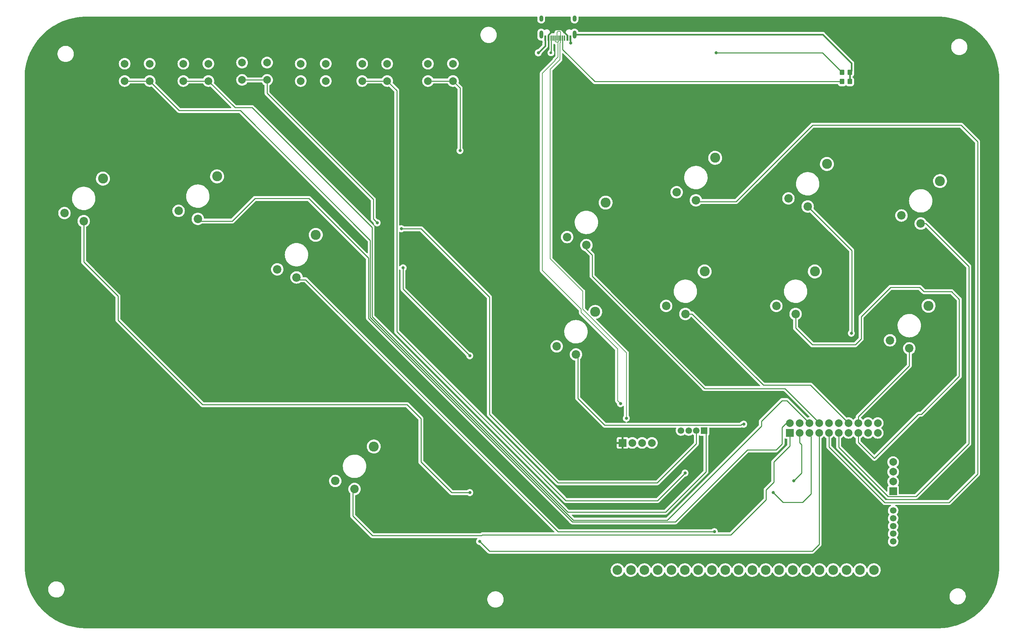
<source format=gtl>
%TF.GenerationSoftware,KiCad,Pcbnew,(6.0.2)*%
%TF.CreationDate,2022-05-18T13:57:05-05:00*%
%TF.ProjectId,Pikin,50696b69-6e2e-46b6-9963-61645f706362,rev?*%
%TF.SameCoordinates,Original*%
%TF.FileFunction,Copper,L1,Top*%
%TF.FilePolarity,Positive*%
%FSLAX46Y46*%
G04 Gerber Fmt 4.6, Leading zero omitted, Abs format (unit mm)*
G04 Created by KiCad (PCBNEW (6.0.2)) date 2022-05-18 13:57:05*
%MOMM*%
%LPD*%
G01*
G04 APERTURE LIST*
G04 Aperture macros list*
%AMRoundRect*
0 Rectangle with rounded corners*
0 $1 Rounding radius*
0 $2 $3 $4 $5 $6 $7 $8 $9 X,Y pos of 4 corners*
0 Add a 4 corners polygon primitive as box body*
4,1,4,$2,$3,$4,$5,$6,$7,$8,$9,$2,$3,0*
0 Add four circle primitives for the rounded corners*
1,1,$1+$1,$2,$3*
1,1,$1+$1,$4,$5*
1,1,$1+$1,$6,$7*
1,1,$1+$1,$8,$9*
0 Add four rect primitives between the rounded corners*
20,1,$1+$1,$2,$3,$4,$5,0*
20,1,$1+$1,$4,$5,$6,$7,0*
20,1,$1+$1,$6,$7,$8,$9,0*
20,1,$1+$1,$8,$9,$2,$3,0*%
G04 Aperture macros list end*
%TA.AperFunction,ComponentPad*%
%ADD10C,2.600000*%
%TD*%
%TA.AperFunction,ComponentPad*%
%ADD11C,2.200000*%
%TD*%
%TA.AperFunction,ComponentPad*%
%ADD12C,2.000000*%
%TD*%
%TA.AperFunction,SMDPad,CuDef*%
%ADD13R,0.600000X1.450000*%
%TD*%
%TA.AperFunction,SMDPad,CuDef*%
%ADD14R,0.300000X1.450000*%
%TD*%
%TA.AperFunction,ComponentPad*%
%ADD15O,1.000000X2.100000*%
%TD*%
%TA.AperFunction,ComponentPad*%
%ADD16O,1.000000X1.600000*%
%TD*%
%TA.AperFunction,SMDPad,CuDef*%
%ADD17RoundRect,0.250000X0.350000X0.450000X-0.350000X0.450000X-0.350000X-0.450000X0.350000X-0.450000X0*%
%TD*%
%TA.AperFunction,SMDPad,CuDef*%
%ADD18RoundRect,0.250000X-0.350000X-0.450000X0.350000X-0.450000X0.350000X0.450000X-0.350000X0.450000X0*%
%TD*%
%TA.AperFunction,ComponentPad*%
%ADD19R,2.000000X2.000000*%
%TD*%
%TA.AperFunction,ComponentPad*%
%ADD20C,1.700000*%
%TD*%
%TA.AperFunction,ComponentPad*%
%ADD21R,1.700000X1.700000*%
%TD*%
%TA.AperFunction,ComponentPad*%
%ADD22C,2.500000*%
%TD*%
%TA.AperFunction,ViaPad*%
%ADD23C,0.800000*%
%TD*%
%TA.AperFunction,ViaPad*%
%ADD24C,0.700000*%
%TD*%
%TA.AperFunction,Conductor*%
%ADD25C,0.381000*%
%TD*%
%TA.AperFunction,Conductor*%
%ADD26C,0.254000*%
%TD*%
%TA.AperFunction,Conductor*%
%ADD27C,0.200000*%
%TD*%
G04 APERTURE END LIST*
D10*
X324000000Y-104450000D03*
D11*
X319000000Y-115500000D03*
X314000000Y-113400000D03*
D12*
X127560000Y-73950000D03*
X134060000Y-73950000D03*
X127560000Y-78450000D03*
X134060000Y-78450000D03*
X173990000Y-73950000D03*
X180490000Y-73950000D03*
X180490000Y-78450000D03*
X173990000Y-78450000D03*
D13*
X228015000Y-67295000D03*
X227240000Y-67295000D03*
D14*
X226540000Y-67295000D03*
X226040000Y-67295000D03*
X225540000Y-67295000D03*
X225040000Y-67295000D03*
X224540000Y-67295000D03*
X224040000Y-67295000D03*
X223540000Y-67295000D03*
X223040000Y-67295000D03*
D13*
X222340000Y-67295000D03*
X221565000Y-67295000D03*
D15*
X220470000Y-66380000D03*
D16*
X229110000Y-62200000D03*
X220470000Y-62200000D03*
D15*
X229110000Y-66380000D03*
D10*
X321026800Y-136886800D03*
D11*
X316026800Y-147936800D03*
X311026800Y-145836800D03*
D10*
X237200000Y-110050000D03*
D11*
X232200000Y-121100000D03*
X227200000Y-119000000D03*
D17*
X300600000Y-76200000D03*
X298600000Y-76200000D03*
D10*
X265629400Y-98405800D03*
D11*
X260629400Y-109455800D03*
X255629400Y-107355800D03*
D12*
X112320000Y-73950000D03*
X118820000Y-73950000D03*
X112320000Y-78450000D03*
X118820000Y-78450000D03*
X158040000Y-73950000D03*
X164540000Y-73950000D03*
X164540000Y-78450000D03*
X158040000Y-78450000D03*
D10*
X106687000Y-103816000D03*
D11*
X101687000Y-114866000D03*
X96687000Y-112766000D03*
D18*
X298600000Y-78600000D03*
X300600000Y-78600000D03*
D10*
X161946600Y-118446400D03*
D11*
X156946600Y-129496400D03*
X151946600Y-127396400D03*
D10*
X294647000Y-100006000D03*
D11*
X289647000Y-111056000D03*
X284647000Y-108956000D03*
D12*
X191060000Y-73950000D03*
X197560000Y-73950000D03*
X191060000Y-78450000D03*
X197560000Y-78450000D03*
D10*
X234489000Y-138461600D03*
D11*
X229489000Y-149511600D03*
X224489000Y-147411600D03*
D12*
X307844049Y-169893505D03*
X307844049Y-167353505D03*
X305314049Y-169893505D03*
X305314049Y-167353505D03*
X302774049Y-169903505D03*
X302774049Y-167353505D03*
X300234049Y-169890185D03*
X300234049Y-167353505D03*
X297694049Y-169893505D03*
X297694049Y-167353505D03*
X295154049Y-169893505D03*
X295154049Y-167353505D03*
X292614049Y-169893505D03*
X292614049Y-167353505D03*
X290074049Y-169893505D03*
X290074049Y-167353505D03*
X287534049Y-169893505D03*
X287534049Y-167353505D03*
D19*
X284994049Y-169893505D03*
D12*
X284994049Y-167353505D03*
X311834049Y-177493505D03*
X311834049Y-180033505D03*
X311834049Y-182573505D03*
D19*
X311834049Y-185113505D03*
D20*
X311834049Y-190089505D03*
X311834049Y-192117505D03*
X311834049Y-194117505D03*
X311834049Y-196117505D03*
X311834049Y-198117505D03*
D21*
X262740049Y-169297505D03*
D20*
X260740049Y-169297505D03*
X258740049Y-169297505D03*
X256740049Y-169297505D03*
D12*
X249203049Y-172501505D03*
X246663049Y-172501505D03*
X244123049Y-172501505D03*
D19*
X241583049Y-172501505D03*
D22*
X306850049Y-205558505D03*
X303260049Y-205558505D03*
X299760049Y-205558505D03*
X296260049Y-205558505D03*
X292760049Y-205558505D03*
X289260049Y-205558505D03*
X285760049Y-205558505D03*
X282260049Y-205558505D03*
X278760049Y-205558505D03*
X275260049Y-205558505D03*
X271760049Y-205558505D03*
X268260049Y-205558505D03*
X264760049Y-205558505D03*
X261260049Y-205558505D03*
X257760049Y-205558505D03*
X254260049Y-205558505D03*
X250760049Y-205558505D03*
X247260049Y-205558505D03*
X243760049Y-205558505D03*
X240260049Y-205558505D03*
D10*
X262897000Y-127946000D03*
D11*
X257897000Y-138996000D03*
X252897000Y-136896000D03*
D10*
X291512000Y-127946000D03*
D11*
X286512000Y-138996000D03*
X281512000Y-136896000D03*
D10*
X136318000Y-103231800D03*
D11*
X131318000Y-114281800D03*
X126318000Y-112181800D03*
D10*
X177000000Y-173450000D03*
D11*
X172000000Y-184500000D03*
X167000000Y-182400000D03*
D12*
X142800000Y-73660000D03*
X149300000Y-73660000D03*
X149300000Y-78160000D03*
X142800000Y-78160000D03*
D23*
X228092000Y-68580000D03*
X219710000Y-71120000D03*
X201930000Y-185420000D03*
X300990000Y-144000000D03*
X286004000Y-182372000D03*
X265430000Y-195580000D03*
X273050000Y-167640000D03*
D24*
X222995011Y-71120000D03*
D23*
X265880000Y-71120000D03*
X184603520Y-127000000D03*
X201930000Y-149860000D03*
X177887000Y-115316000D03*
X184150000Y-116840000D03*
X257810000Y-180340000D03*
X280670000Y-185420000D03*
X204470000Y-198120000D03*
X199390000Y-96520000D03*
X242570000Y-166116000D03*
X241046000Y-162306000D03*
D25*
X300600000Y-76200000D02*
X300600000Y-78400000D01*
X300600000Y-78400000D02*
X300400000Y-78600000D01*
X301000000Y-73800000D02*
X301000000Y-75800000D01*
X221565000Y-68503000D02*
X221565000Y-67110000D01*
X219710000Y-71120000D02*
X221488000Y-69342000D01*
X221488000Y-69342000D02*
X221488000Y-68580000D01*
X229110000Y-66380000D02*
X293580000Y-66380000D01*
X228092000Y-68293000D02*
X228015000Y-68216000D01*
X301000000Y-75800000D02*
X300600000Y-76200000D01*
X221488000Y-68580000D02*
X221565000Y-68503000D01*
X228015000Y-68216000D02*
X228015000Y-67110000D01*
X293580000Y-66380000D02*
X301000000Y-73800000D01*
X228092000Y-68580000D02*
X228092000Y-68293000D01*
D26*
X269690000Y-196400000D02*
X278856511Y-187233489D01*
X284994049Y-173335951D02*
X284994049Y-169893505D01*
X171537000Y-191516000D02*
X176617000Y-196596000D01*
X278856511Y-184693489D02*
X280842511Y-182707489D01*
X204966557Y-196596000D02*
X205162557Y-196400000D01*
X205162557Y-196400000D02*
X269690000Y-196400000D01*
X280842511Y-182707489D02*
X280842511Y-177487489D01*
X278856511Y-187233489D02*
X278856511Y-184693489D01*
X176617000Y-196596000D02*
X204966557Y-196596000D01*
X171537000Y-184716000D02*
X171537000Y-191516000D01*
X280842511Y-177487489D02*
X284994049Y-173335951D01*
X231227000Y-121216000D02*
X233680000Y-123669000D01*
X262890000Y-158390000D02*
X283745374Y-158390000D01*
X283745374Y-158390000D02*
X292661464Y-167306090D01*
X233680000Y-129180000D02*
X262890000Y-158390000D01*
X233680000Y-123669000D02*
X233680000Y-129180000D01*
X175622960Y-140075708D02*
X175622960Y-124481960D01*
X255270000Y-193040000D02*
X228587252Y-193040000D01*
X146137000Y-108966000D02*
X140237000Y-114866000D01*
X140237000Y-114866000D02*
X130897000Y-114866000D01*
X283000000Y-169000000D02*
X283000000Y-168500000D01*
X281454489Y-174335511D02*
X273974489Y-174335511D01*
X283000000Y-169000000D02*
X283000000Y-172790000D01*
X175622960Y-124481960D02*
X160107000Y-108966000D01*
X228587252Y-193040000D02*
X175622960Y-140075708D01*
X283000000Y-168500000D02*
X284000000Y-167500000D01*
X160107000Y-108966000D02*
X146137000Y-108966000D01*
X273974489Y-174335511D02*
X255270000Y-193040000D01*
X283000000Y-172790000D02*
X281454489Y-174335511D01*
X295154049Y-169893505D02*
X295154049Y-173517071D01*
X271047000Y-109786000D02*
X260437000Y-109786000D01*
X290917000Y-89916000D02*
X271047000Y-109786000D01*
X333756000Y-180594000D02*
X333756000Y-94234000D01*
X326350000Y-188000000D02*
X333756000Y-180594000D01*
X295154049Y-173517071D02*
X309636978Y-188000000D01*
X329438000Y-89916000D02*
X290917000Y-89916000D01*
X333756000Y-94234000D02*
X329438000Y-89916000D01*
X309636978Y-188000000D02*
X326350000Y-188000000D01*
X185587000Y-162560000D02*
X189230000Y-166203000D01*
X189230000Y-177459000D02*
X197191000Y-185420000D01*
X101687000Y-125476000D02*
X110577000Y-134366000D01*
X110577000Y-140607000D02*
X132530000Y-162560000D01*
X101687000Y-114866000D02*
X101687000Y-125476000D01*
X189230000Y-166203000D02*
X189230000Y-177459000D01*
X132530000Y-162560000D02*
X185587000Y-162560000D01*
X197191000Y-185420000D02*
X201930000Y-185420000D01*
X110577000Y-134366000D02*
X110577000Y-140607000D01*
X301077000Y-122486000D02*
X289647000Y-111056000D01*
X300990000Y-144000000D02*
X301077000Y-143913000D01*
X301077000Y-143913000D02*
X301077000Y-122486000D01*
X265430000Y-195580000D02*
X224790000Y-195580000D01*
X288040000Y-172960000D02*
X287534049Y-172454049D01*
X287534049Y-172454049D02*
X287534049Y-169893505D01*
X224790000Y-195580000D02*
X159316000Y-130106000D01*
X159316000Y-130106000D02*
X156297000Y-130106000D01*
X288040000Y-180336000D02*
X288040000Y-172960000D01*
X286004000Y-182372000D02*
X288040000Y-180336000D01*
X316026800Y-147126800D02*
X316026800Y-152436200D01*
X316026800Y-152436200D02*
X302774049Y-165688951D01*
X302774049Y-165688951D02*
X302774049Y-167353505D01*
X272542000Y-167640000D02*
X272288000Y-167894000D01*
X272288000Y-167894000D02*
X236924000Y-167894000D01*
X229957000Y-160927000D02*
X229957000Y-149156000D01*
X273050000Y-167640000D02*
X272542000Y-167640000D01*
X236924000Y-167894000D02*
X229957000Y-160927000D01*
X302000000Y-147000000D02*
X303530000Y-145470000D01*
X311150000Y-132080000D02*
X318730235Y-132080000D01*
X318730235Y-132080000D02*
X319850235Y-133200000D01*
X319850235Y-133200000D02*
X327000000Y-133200000D01*
X329000000Y-155200000D02*
X319120489Y-165079511D01*
X286512000Y-138996000D02*
X286512000Y-142661000D01*
X327000000Y-133200000D02*
X329000000Y-135200000D01*
X318420489Y-165079511D02*
X306970000Y-176530000D01*
X306970000Y-176530000D02*
X302774049Y-172334049D01*
X286512000Y-142661000D02*
X290851000Y-147000000D01*
X302774049Y-172334049D02*
X302774049Y-169903505D01*
X303530000Y-145470000D02*
X303530000Y-139700000D01*
X290851000Y-147000000D02*
X302000000Y-147000000D01*
X319120489Y-165079511D02*
X318420489Y-165079511D01*
X303530000Y-139700000D02*
X311150000Y-132080000D01*
X329000000Y-135200000D02*
X329000000Y-155200000D01*
X290360544Y-157480000D02*
X300234049Y-167353505D01*
X257897000Y-138996000D02*
X259646000Y-138996000D01*
X278130000Y-157480000D02*
X290360544Y-157480000D01*
X259646000Y-138996000D02*
X278130000Y-157480000D01*
X297694049Y-173626527D02*
X310507538Y-186440016D01*
X331470000Y-126659000D02*
X320311000Y-115500000D01*
X310507538Y-186440016D02*
X317749984Y-186440016D01*
X317749984Y-186440016D02*
X331470000Y-172720000D01*
X320311000Y-115500000D02*
X319000000Y-115500000D01*
X331470000Y-172720000D02*
X331470000Y-126659000D01*
X297694049Y-169893505D02*
X297694049Y-173626527D01*
X223040000Y-71075011D02*
X223040000Y-67110000D01*
X293520000Y-71120000D02*
X298600000Y-76200000D01*
X222995011Y-71120000D02*
X223040000Y-71075011D01*
X265880000Y-71120000D02*
X293520000Y-71120000D01*
X298600000Y-78600000D02*
X234429600Y-78600000D01*
X226040000Y-67110000D02*
X226040000Y-70240000D01*
X226040000Y-70240000D02*
X234400000Y-78600000D01*
X201930000Y-149860000D02*
X184603520Y-132533520D01*
X184603520Y-132533520D02*
X184603520Y-127000000D01*
X189230000Y-116840000D02*
X184150000Y-116840000D01*
X177887000Y-115316000D02*
X176871000Y-114300000D01*
X260740049Y-169297505D02*
X260740049Y-172739951D01*
X207010000Y-165100000D02*
X207010000Y-134620000D01*
X224790000Y-182880000D02*
X207010000Y-165100000D01*
X207010000Y-134620000D02*
X189230000Y-116840000D01*
X176871000Y-109220000D02*
X149300000Y-81649000D01*
X260740049Y-172739951D02*
X250600000Y-182880000D01*
X142800000Y-78160000D02*
X149300000Y-78160000D01*
X250600000Y-182880000D02*
X224790000Y-182880000D01*
X176871000Y-114300000D02*
X176871000Y-109220000D01*
X149300000Y-81649000D02*
X149300000Y-78160000D01*
X142327000Y-86106000D02*
X126476000Y-86106000D01*
X176076480Y-119855480D02*
X142327000Y-86106000D01*
X277635000Y-168135000D02*
X277635000Y-166865000D01*
X283000000Y-161500000D02*
X284220544Y-161500000D01*
X126476000Y-86106000D02*
X118820000Y-78450000D01*
X277635000Y-166865000D02*
X283000000Y-161500000D01*
X253183520Y-192586480D02*
X228775106Y-192586480D01*
X176076480Y-139887854D02*
X176076480Y-119855480D01*
X112320000Y-78450000D02*
X118820000Y-78450000D01*
X228775106Y-192586480D02*
X176076480Y-139887854D01*
X277635000Y-168135000D02*
X253183520Y-192586480D01*
X284220544Y-161500000D02*
X290074049Y-167353505D01*
X280670000Y-185420000D02*
X283210000Y-187960000D01*
X180490000Y-78450000D02*
X182967000Y-80927000D01*
X182967000Y-80927000D02*
X182967000Y-143597000D01*
X283210000Y-187960000D02*
X288290000Y-187960000D01*
X173990000Y-78450000D02*
X180490000Y-78450000D01*
X288290000Y-187960000D02*
X290500000Y-185750000D01*
X290500000Y-185750000D02*
X290500000Y-170851374D01*
X182967000Y-143597000D02*
X226876480Y-187506480D01*
X226876480Y-187506480D02*
X250643520Y-187506480D01*
X250643520Y-187506480D02*
X257810000Y-180340000D01*
X290500000Y-170851374D02*
X289808090Y-170159464D01*
X292614049Y-198875951D02*
X290830000Y-200660000D01*
X207010000Y-200660000D02*
X204470000Y-198120000D01*
X290830000Y-200660000D02*
X207010000Y-200660000D01*
X191060000Y-78450000D02*
X197560000Y-78450000D01*
X197560000Y-78450000D02*
X199390000Y-80280000D01*
X199390000Y-80280000D02*
X199390000Y-96520000D01*
X292614049Y-169893505D02*
X292614049Y-198875951D01*
X252730000Y-190500000D02*
X263246000Y-179984000D01*
X145391000Y-85360000D02*
X176530000Y-116499000D01*
X134060000Y-78450000D02*
X140970000Y-85360000D01*
X263246000Y-179984000D02*
X263246000Y-169803456D01*
X227330000Y-190500000D02*
X252730000Y-190500000D01*
X176530000Y-116499000D02*
X176530000Y-139700000D01*
X140970000Y-85360000D02*
X145391000Y-85360000D01*
X176530000Y-139700000D02*
X227330000Y-190500000D01*
X127560000Y-78450000D02*
X134060000Y-78450000D01*
X263246000Y-169803456D02*
X262740049Y-169297505D01*
D25*
X222340000Y-66491904D02*
X223807904Y-65024000D01*
X222340000Y-67295000D02*
X222340000Y-70090200D01*
X222340000Y-67110000D02*
X222340000Y-66491904D01*
X222255011Y-67194989D02*
X222340000Y-67110000D01*
X222340000Y-70090200D02*
X222084900Y-70345300D01*
X223807904Y-65024000D02*
X225702548Y-65024000D01*
X225702548Y-65024000D02*
X227278548Y-66600000D01*
D27*
X224540000Y-65839006D02*
X224847006Y-65532000D01*
X225298000Y-68580000D02*
X225298000Y-72898000D01*
X225298000Y-72898000D02*
X222758000Y-75438000D01*
X222758000Y-124627000D02*
X231227000Y-133096000D01*
X231227000Y-133096000D02*
X231227000Y-137755000D01*
X222758000Y-75438000D02*
X222758000Y-124627000D01*
X225540000Y-67110000D02*
X225540000Y-68338000D01*
X231227000Y-137755000D02*
X242570000Y-149098000D01*
X224540000Y-67110000D02*
X224540000Y-65839006D01*
X242570000Y-149098000D02*
X242570000Y-166116000D01*
X225540000Y-68338000D02*
X225298000Y-68580000D01*
X225298000Y-65532000D02*
X225540000Y-65774000D01*
X224847006Y-65532000D02*
X225298000Y-65532000D01*
X225540000Y-65774000D02*
X225540000Y-67110000D01*
X224798022Y-68326000D02*
X224281978Y-68326000D01*
X224040000Y-73140000D02*
X224040000Y-72960000D01*
X225040000Y-67110000D02*
X225040000Y-68084022D01*
X230827480Y-138625480D02*
X230827480Y-137776480D01*
X240284000Y-161544000D02*
X240284000Y-148082000D01*
X224281978Y-68326000D02*
X224040000Y-68084022D01*
X230827480Y-137776480D02*
X220726000Y-127675000D01*
X240284000Y-148082000D02*
X230827480Y-138625480D01*
X241046000Y-162306000D02*
X240284000Y-161544000D01*
X224040000Y-68084022D02*
X224040000Y-67110000D01*
X224040000Y-72960000D02*
X224790000Y-72210000D01*
X224790000Y-72210000D02*
X224790000Y-68334022D01*
X220726000Y-76454000D02*
X224040000Y-73140000D01*
X220726000Y-127675000D02*
X220726000Y-76454000D01*
X225040000Y-68084022D02*
X224798022Y-68326000D01*
X224790000Y-68334022D02*
X225040000Y-68084022D01*
%TA.AperFunction,Conductor*%
G36*
X323395057Y-61712100D02*
G01*
X323409858Y-61714405D01*
X323409861Y-61714405D01*
X323418730Y-61715786D01*
X323443441Y-61712555D01*
X323462859Y-61711529D01*
X324010517Y-61724974D01*
X324204547Y-61729737D01*
X324210724Y-61730040D01*
X324985344Y-61787180D01*
X324991499Y-61787787D01*
X325328164Y-61829310D01*
X325762353Y-61882862D01*
X325768431Y-61883763D01*
X326533749Y-62016559D01*
X326539775Y-62017758D01*
X327297614Y-62187937D01*
X327303586Y-62189432D01*
X327945473Y-62367065D01*
X328052172Y-62396593D01*
X328058090Y-62398388D01*
X328795600Y-62642029D01*
X328801423Y-62644113D01*
X329526079Y-62923643D01*
X329531792Y-62926010D01*
X330241841Y-63240753D01*
X330247432Y-63243397D01*
X330941200Y-63592611D01*
X330946654Y-63595526D01*
X331622452Y-63978361D01*
X331627737Y-63981528D01*
X332258644Y-64381045D01*
X332283957Y-64397074D01*
X332289092Y-64400506D01*
X332879965Y-64816645D01*
X332924116Y-64847740D01*
X332929083Y-64851424D01*
X333541391Y-65329274D01*
X333546172Y-65333198D01*
X334134293Y-65840514D01*
X334138875Y-65844667D01*
X334370987Y-66065656D01*
X334658192Y-66339097D01*
X334701396Y-66380231D01*
X334705762Y-66384597D01*
X334851714Y-66537895D01*
X335241333Y-66947125D01*
X335245486Y-66951707D01*
X335752802Y-67539828D01*
X335756726Y-67544609D01*
X336234576Y-68156917D01*
X336238260Y-68161884D01*
X336676741Y-68784478D01*
X336685490Y-68796901D01*
X336688921Y-68802036D01*
X337100128Y-69451402D01*
X337104466Y-69458253D01*
X337107639Y-69463548D01*
X337283743Y-69774414D01*
X337490474Y-70139346D01*
X337493389Y-70144800D01*
X337842603Y-70838568D01*
X337845247Y-70844159D01*
X338159990Y-71554208D01*
X338162357Y-71559921D01*
X338441887Y-72284577D01*
X338443971Y-72290400D01*
X338687612Y-73027910D01*
X338689407Y-73033828D01*
X338893334Y-73770725D01*
X338896565Y-73782401D01*
X338898063Y-73788386D01*
X339068242Y-74546225D01*
X339069441Y-74552251D01*
X339198883Y-75298240D01*
X339202234Y-75317550D01*
X339203138Y-75323647D01*
X339246364Y-75674118D01*
X339298213Y-76094501D01*
X339298820Y-76100656D01*
X339355960Y-76875276D01*
X339356263Y-76881453D01*
X339374283Y-77615507D01*
X339372821Y-77637982D01*
X339371596Y-77645853D01*
X339370214Y-77654730D01*
X339371378Y-77663632D01*
X339371378Y-77663635D01*
X339374336Y-77686251D01*
X339375400Y-77702589D01*
X339375400Y-204695672D01*
X339373900Y-204715056D01*
X339370214Y-204738730D01*
X339373445Y-204763441D01*
X339374471Y-204782858D01*
X339367545Y-205064979D01*
X339356263Y-205524539D01*
X339355960Y-205530716D01*
X339298820Y-206305328D01*
X339298213Y-206311483D01*
X339203140Y-207082306D01*
X339202233Y-207088424D01*
X339069442Y-207853702D01*
X339068237Y-207859759D01*
X338898061Y-208617575D01*
X338896565Y-208623546D01*
X338746301Y-209166525D01*
X338689398Y-209372143D01*
X338687602Y-209378061D01*
X338514839Y-209901016D01*
X338443973Y-210115526D01*
X338441900Y-210121321D01*
X338306897Y-210471299D01*
X338162353Y-210846007D01*
X338159986Y-210851720D01*
X337845238Y-211561767D01*
X337842594Y-211567358D01*
X337611132Y-212027186D01*
X337499221Y-212249512D01*
X337493371Y-212261133D01*
X337490459Y-212266579D01*
X337409372Y-212409715D01*
X337107633Y-212942349D01*
X337104454Y-212947654D01*
X336688912Y-213603854D01*
X336685476Y-213608996D01*
X336472234Y-213911770D01*
X336270507Y-214198196D01*
X336238245Y-214244003D01*
X336234566Y-214248964D01*
X335924131Y-214646740D01*
X335756709Y-214861267D01*
X335752785Y-214866048D01*
X335245468Y-215454157D01*
X335241315Y-215458739D01*
X334705749Y-216021248D01*
X334701376Y-216025621D01*
X334138855Y-216561173D01*
X334134273Y-216565326D01*
X333546152Y-217072629D01*
X333541371Y-217076553D01*
X332929051Y-217554397D01*
X332924083Y-217558081D01*
X332289061Y-218005301D01*
X332283951Y-218008715D01*
X331627723Y-218424253D01*
X331622436Y-218427421D01*
X331372232Y-218569155D01*
X330946631Y-218810245D01*
X330941177Y-218813160D01*
X330247410Y-219162359D01*
X330241819Y-219165003D01*
X329531772Y-219479730D01*
X329526059Y-219482097D01*
X328801387Y-219761618D01*
X328795564Y-219763701D01*
X328058069Y-220007321D01*
X328052150Y-220009116D01*
X327893500Y-220053017D01*
X327303592Y-220216254D01*
X327297621Y-220217749D01*
X326918687Y-220302834D01*
X326539767Y-220387915D01*
X326533702Y-220389121D01*
X326341485Y-220422470D01*
X325768444Y-220521888D01*
X325762365Y-220522791D01*
X324991463Y-220617856D01*
X324985344Y-220618458D01*
X324252390Y-220672507D01*
X324210732Y-220675579D01*
X324204555Y-220675882D01*
X323470502Y-220693885D01*
X323448030Y-220692422D01*
X323431282Y-220689814D01*
X323422379Y-220690978D01*
X323399748Y-220693937D01*
X323383413Y-220695000D01*
X102390318Y-220695000D01*
X102370937Y-220693500D01*
X102363562Y-220692352D01*
X102347258Y-220689814D01*
X102322546Y-220693046D01*
X102303124Y-220694072D01*
X101561445Y-220675882D01*
X101555268Y-220675579D01*
X101513610Y-220672507D01*
X100780656Y-220618458D01*
X100774537Y-220617856D01*
X100140558Y-220539676D01*
X100003654Y-220522794D01*
X99997536Y-220521886D01*
X99807741Y-220488958D01*
X99232282Y-220389118D01*
X99226242Y-220387917D01*
X98468378Y-220217750D01*
X98462408Y-220216255D01*
X97713850Y-220009117D01*
X97707931Y-220007322D01*
X96970436Y-219763702D01*
X96964613Y-219761619D01*
X96239941Y-219482098D01*
X96234228Y-219479731D01*
X95524180Y-219165003D01*
X95518589Y-219162359D01*
X94824821Y-218813161D01*
X94819367Y-218810246D01*
X94393765Y-218569155D01*
X94143563Y-218427422D01*
X94138290Y-218424263D01*
X93482048Y-218008716D01*
X93476938Y-218005302D01*
X92860013Y-217570827D01*
X92841916Y-217558082D01*
X92836948Y-217554398D01*
X92224619Y-217076546D01*
X92219839Y-217072622D01*
X91631737Y-216565336D01*
X91627154Y-216561183D01*
X91064623Y-216025622D01*
X91060250Y-216021249D01*
X90524685Y-215458740D01*
X90520532Y-215454158D01*
X90013214Y-214866049D01*
X90009290Y-214861268D01*
X89796934Y-214589165D01*
X89531434Y-214248964D01*
X89527754Y-214244003D01*
X89495493Y-214198196D01*
X89364712Y-214012506D01*
X89080523Y-213608997D01*
X89077087Y-213603855D01*
X88905379Y-213332703D01*
X206490743Y-213332703D01*
X206528268Y-213617734D01*
X206604129Y-213895036D01*
X206605813Y-213898984D01*
X206668054Y-214044904D01*
X206716923Y-214159476D01*
X206769024Y-214246530D01*
X206825586Y-214341038D01*
X206864561Y-214406161D01*
X207044313Y-214630528D01*
X207252851Y-214828423D01*
X207486317Y-214996186D01*
X207490112Y-214998195D01*
X207490113Y-214998196D01*
X207511869Y-215009715D01*
X207740392Y-215130712D01*
X208010373Y-215229511D01*
X208291264Y-215290755D01*
X208319841Y-215293004D01*
X208514282Y-215308307D01*
X208514291Y-215308307D01*
X208516739Y-215308500D01*
X208672271Y-215308500D01*
X208674407Y-215308354D01*
X208674418Y-215308354D01*
X208882548Y-215294165D01*
X208882554Y-215294164D01*
X208886825Y-215293873D01*
X208891020Y-215293004D01*
X208891022Y-215293004D01*
X209027583Y-215264724D01*
X209168342Y-215235574D01*
X209439343Y-215139607D01*
X209694812Y-215007750D01*
X209698313Y-215005289D01*
X209698317Y-215005287D01*
X209896432Y-214866049D01*
X209930023Y-214842441D01*
X210140622Y-214646740D01*
X210322713Y-214424268D01*
X210472927Y-214179142D01*
X210588483Y-213915898D01*
X210667244Y-213639406D01*
X210703764Y-213382799D01*
X210707146Y-213359036D01*
X210707146Y-213359034D01*
X210707751Y-213354784D01*
X210707845Y-213336951D01*
X210709235Y-213071583D01*
X210709235Y-213071576D01*
X210709257Y-213067297D01*
X210671732Y-212782266D01*
X210603460Y-212532703D01*
X326490743Y-212532703D01*
X326528268Y-212817734D01*
X326604129Y-213095036D01*
X326605813Y-213098984D01*
X326714922Y-213354784D01*
X326716923Y-213359476D01*
X326864561Y-213606161D01*
X327044313Y-213830528D01*
X327252851Y-214028423D01*
X327486317Y-214196186D01*
X327490112Y-214198195D01*
X327490113Y-214198196D01*
X327511869Y-214209715D01*
X327740392Y-214330712D01*
X327764699Y-214339607D01*
X328005113Y-214427586D01*
X328010373Y-214429511D01*
X328291264Y-214490755D01*
X328319841Y-214493004D01*
X328514282Y-214508307D01*
X328514291Y-214508307D01*
X328516739Y-214508500D01*
X328672271Y-214508500D01*
X328674407Y-214508354D01*
X328674418Y-214508354D01*
X328882548Y-214494165D01*
X328882554Y-214494164D01*
X328886825Y-214493873D01*
X328891020Y-214493004D01*
X328891022Y-214493004D01*
X329027583Y-214464724D01*
X329168342Y-214435574D01*
X329439343Y-214339607D01*
X329527363Y-214294177D01*
X329691005Y-214209715D01*
X329691006Y-214209715D01*
X329694812Y-214207750D01*
X329698313Y-214205289D01*
X329698317Y-214205287D01*
X329812418Y-214125095D01*
X329930023Y-214042441D01*
X330084401Y-213898984D01*
X330137479Y-213849661D01*
X330137481Y-213849658D01*
X330140622Y-213846740D01*
X330322713Y-213624268D01*
X330472927Y-213379142D01*
X330483620Y-213354784D01*
X330586757Y-213119830D01*
X330588483Y-213115898D01*
X330601107Y-213071583D01*
X330666068Y-212843534D01*
X330667244Y-212839406D01*
X330707751Y-212554784D01*
X330707824Y-212541038D01*
X330709235Y-212271583D01*
X330709235Y-212271576D01*
X330709257Y-212267297D01*
X330708446Y-212261133D01*
X330673740Y-211997521D01*
X330671732Y-211982266D01*
X330595871Y-211704964D01*
X330532129Y-211555524D01*
X330484763Y-211444476D01*
X330484761Y-211444472D01*
X330483077Y-211440524D01*
X330379712Y-211267813D01*
X330337643Y-211197521D01*
X330337640Y-211197517D01*
X330335439Y-211193839D01*
X330155687Y-210969472D01*
X329947149Y-210771577D01*
X329713683Y-210603814D01*
X329691843Y-210592250D01*
X329668654Y-210579972D01*
X329459608Y-210469288D01*
X329189627Y-210370489D01*
X328908736Y-210309245D01*
X328877685Y-210306801D01*
X328685718Y-210291693D01*
X328685709Y-210291693D01*
X328683261Y-210291500D01*
X328527729Y-210291500D01*
X328525593Y-210291646D01*
X328525582Y-210291646D01*
X328317452Y-210305835D01*
X328317446Y-210305836D01*
X328313175Y-210306127D01*
X328308980Y-210306996D01*
X328308978Y-210306996D01*
X328172416Y-210335277D01*
X328031658Y-210364426D01*
X327760657Y-210460393D01*
X327505188Y-210592250D01*
X327501687Y-210594711D01*
X327501683Y-210594713D01*
X327491594Y-210601804D01*
X327269977Y-210757559D01*
X327059378Y-210953260D01*
X326877287Y-211175732D01*
X326727073Y-211420858D01*
X326611517Y-211684102D01*
X326532756Y-211960594D01*
X326530082Y-211979386D01*
X326495716Y-212220858D01*
X326492249Y-212245216D01*
X326492227Y-212249505D01*
X326492226Y-212249512D01*
X326490801Y-212521584D01*
X326490743Y-212532703D01*
X210603460Y-212532703D01*
X210595871Y-212504964D01*
X210555244Y-212409715D01*
X210484763Y-212244476D01*
X210484761Y-212244472D01*
X210483077Y-212240524D01*
X210335439Y-211993839D01*
X210155687Y-211769472D01*
X209955121Y-211579142D01*
X209950258Y-211574527D01*
X209950255Y-211574525D01*
X209947149Y-211571577D01*
X209713683Y-211403814D01*
X209691843Y-211392250D01*
X209668654Y-211379972D01*
X209459608Y-211269288D01*
X209324618Y-211219889D01*
X209193658Y-211171964D01*
X209193656Y-211171963D01*
X209189627Y-211170489D01*
X208908736Y-211109245D01*
X208877685Y-211106801D01*
X208685718Y-211091693D01*
X208685709Y-211091693D01*
X208683261Y-211091500D01*
X208527729Y-211091500D01*
X208525593Y-211091646D01*
X208525582Y-211091646D01*
X208317452Y-211105835D01*
X208317446Y-211105836D01*
X208313175Y-211106127D01*
X208308980Y-211106996D01*
X208308978Y-211106996D01*
X208172417Y-211135276D01*
X208031658Y-211164426D01*
X207760657Y-211260393D01*
X207505188Y-211392250D01*
X207501687Y-211394711D01*
X207501683Y-211394713D01*
X207491594Y-211401804D01*
X207269977Y-211557559D01*
X207246751Y-211579142D01*
X207106897Y-211709103D01*
X207059378Y-211753260D01*
X206877287Y-211975732D01*
X206727073Y-212220858D01*
X206725347Y-212224791D01*
X206725346Y-212224792D01*
X206709393Y-212261134D01*
X206611517Y-212484102D01*
X206610342Y-212488229D01*
X206610341Y-212488230D01*
X206596266Y-212537641D01*
X206532756Y-212760594D01*
X206492249Y-213045216D01*
X206492227Y-213049505D01*
X206492226Y-213049512D01*
X206491858Y-213119830D01*
X206490743Y-213332703D01*
X88905379Y-213332703D01*
X88661545Y-212947655D01*
X88658366Y-212942350D01*
X88410585Y-212504964D01*
X88275540Y-212266580D01*
X88272628Y-212261134D01*
X88272628Y-212261133D01*
X88090254Y-211898826D01*
X87923405Y-211567359D01*
X87920761Y-211561768D01*
X87606014Y-210851720D01*
X87603647Y-210846007D01*
X87559940Y-210732703D01*
X92490743Y-210732703D01*
X92491302Y-210736947D01*
X92491302Y-210736951D01*
X92495531Y-210769074D01*
X92528268Y-211017734D01*
X92604129Y-211295036D01*
X92605813Y-211298984D01*
X92715055Y-211555096D01*
X92716923Y-211559476D01*
X92728693Y-211579142D01*
X92857899Y-211795029D01*
X92864561Y-211806161D01*
X93044313Y-212030528D01*
X93061397Y-212046740D01*
X93249025Y-212224792D01*
X93252851Y-212228423D01*
X93486317Y-212396186D01*
X93490112Y-212398195D01*
X93490113Y-212398196D01*
X93511869Y-212409715D01*
X93740392Y-212530712D01*
X94010373Y-212629511D01*
X94291264Y-212690755D01*
X94319841Y-212693004D01*
X94514282Y-212708307D01*
X94514291Y-212708307D01*
X94516739Y-212708500D01*
X94672271Y-212708500D01*
X94674407Y-212708354D01*
X94674418Y-212708354D01*
X94882548Y-212694165D01*
X94882554Y-212694164D01*
X94886825Y-212693873D01*
X94891020Y-212693004D01*
X94891022Y-212693004D01*
X95027583Y-212664724D01*
X95168342Y-212635574D01*
X95439343Y-212539607D01*
X95694812Y-212407750D01*
X95698313Y-212405289D01*
X95698317Y-212405287D01*
X95895665Y-212266588D01*
X95930023Y-212242441D01*
X96140622Y-212046740D01*
X96322713Y-211824268D01*
X96472927Y-211579142D01*
X96483483Y-211555096D01*
X96586757Y-211319830D01*
X96588483Y-211315898D01*
X96667244Y-211039406D01*
X96707751Y-210754784D01*
X96707845Y-210736951D01*
X96709235Y-210471583D01*
X96709235Y-210471576D01*
X96709257Y-210467297D01*
X96671732Y-210182266D01*
X96595871Y-209904964D01*
X96483077Y-209640524D01*
X96335439Y-209393839D01*
X96155687Y-209169472D01*
X95947149Y-208971577D01*
X95713683Y-208803814D01*
X95691843Y-208792250D01*
X95668654Y-208779972D01*
X95459608Y-208669288D01*
X95189627Y-208570489D01*
X94908736Y-208509245D01*
X94877685Y-208506801D01*
X94685718Y-208491693D01*
X94685709Y-208491693D01*
X94683261Y-208491500D01*
X94527729Y-208491500D01*
X94525593Y-208491646D01*
X94525582Y-208491646D01*
X94317452Y-208505835D01*
X94317446Y-208505836D01*
X94313175Y-208506127D01*
X94308980Y-208506996D01*
X94308978Y-208506996D01*
X94172417Y-208535276D01*
X94031658Y-208564426D01*
X93760657Y-208660393D01*
X93505188Y-208792250D01*
X93501687Y-208794711D01*
X93501683Y-208794713D01*
X93491594Y-208801804D01*
X93269977Y-208957559D01*
X93059378Y-209153260D01*
X92877287Y-209375732D01*
X92727073Y-209620858D01*
X92611517Y-209884102D01*
X92532756Y-210160594D01*
X92492249Y-210445216D01*
X92492227Y-210449505D01*
X92492226Y-210449512D01*
X92491418Y-210603814D01*
X92490743Y-210732703D01*
X87559940Y-210732703D01*
X87459103Y-210471299D01*
X87324100Y-210121321D01*
X87322027Y-210115526D01*
X87251162Y-209901016D01*
X87078398Y-209378061D01*
X87076602Y-209372143D01*
X87015219Y-209150339D01*
X86869433Y-208623547D01*
X86867935Y-208617562D01*
X86867935Y-208617561D01*
X86697759Y-207859744D01*
X86696557Y-207853702D01*
X86563764Y-207088407D01*
X86562860Y-207082310D01*
X86559025Y-207051212D01*
X86467787Y-206311483D01*
X86467180Y-206305328D01*
X86410040Y-205530717D01*
X86409737Y-205524540D01*
X86409438Y-205512344D01*
X238497222Y-205512344D01*
X238497446Y-205517010D01*
X238497446Y-205517016D01*
X238499288Y-205555356D01*
X238509762Y-205773413D01*
X238560753Y-206029761D01*
X238649075Y-206275757D01*
X238651291Y-206279881D01*
X238715802Y-206399942D01*
X238772786Y-206505996D01*
X238775581Y-206509739D01*
X238775583Y-206509742D01*
X238926379Y-206711682D01*
X238926384Y-206711688D01*
X238929171Y-206715420D01*
X238932480Y-206718700D01*
X238932485Y-206718706D01*
X239111475Y-206896140D01*
X239114792Y-206899428D01*
X239118554Y-206902186D01*
X239118557Y-206902189D01*
X239321799Y-207051212D01*
X239325573Y-207053979D01*
X239329716Y-207056159D01*
X239329718Y-207056160D01*
X239552733Y-207173494D01*
X239552738Y-207173496D01*
X239556883Y-207175677D01*
X239803639Y-207261849D01*
X239808232Y-207262721D01*
X240055834Y-207309729D01*
X240055837Y-207309729D01*
X240060423Y-207310600D01*
X240191008Y-207315731D01*
X240316924Y-207320679D01*
X240316930Y-207320679D01*
X240321592Y-207320862D01*
X240401026Y-207312162D01*
X240576756Y-207292917D01*
X240576761Y-207292916D01*
X240581409Y-207292407D01*
X240694165Y-207262721D01*
X240829643Y-207227053D01*
X240829645Y-207227052D01*
X240834166Y-207225862D01*
X241074311Y-207122687D01*
X241134588Y-207085387D01*
X241292596Y-206987609D01*
X241292597Y-206987609D01*
X241296568Y-206985151D01*
X241300131Y-206982134D01*
X241300136Y-206982131D01*
X241492488Y-206819292D01*
X241492489Y-206819291D01*
X241496054Y-206816273D01*
X241587778Y-206711682D01*
X241665306Y-206623279D01*
X241665310Y-206623274D01*
X241668388Y-206619764D01*
X241809782Y-206399942D01*
X241867707Y-206271353D01*
X241895314Y-206210069D01*
X241941530Y-206156175D01*
X242009547Y-206135822D01*
X242077769Y-206155472D01*
X242124538Y-206208888D01*
X242128784Y-206219241D01*
X242149075Y-206275757D01*
X242151291Y-206279881D01*
X242215802Y-206399942D01*
X242272786Y-206505996D01*
X242275581Y-206509739D01*
X242275583Y-206509742D01*
X242426379Y-206711682D01*
X242426384Y-206711688D01*
X242429171Y-206715420D01*
X242432480Y-206718700D01*
X242432485Y-206718706D01*
X242611475Y-206896140D01*
X242614792Y-206899428D01*
X242618554Y-206902186D01*
X242618557Y-206902189D01*
X242821799Y-207051212D01*
X242825573Y-207053979D01*
X242829716Y-207056159D01*
X242829718Y-207056160D01*
X243052733Y-207173494D01*
X243052738Y-207173496D01*
X243056883Y-207175677D01*
X243303639Y-207261849D01*
X243308232Y-207262721D01*
X243555834Y-207309729D01*
X243555837Y-207309729D01*
X243560423Y-207310600D01*
X243691008Y-207315731D01*
X243816924Y-207320679D01*
X243816930Y-207320679D01*
X243821592Y-207320862D01*
X243901026Y-207312162D01*
X244076756Y-207292917D01*
X244076761Y-207292916D01*
X244081409Y-207292407D01*
X244194165Y-207262721D01*
X244329643Y-207227053D01*
X244329645Y-207227052D01*
X244334166Y-207225862D01*
X244574311Y-207122687D01*
X244634588Y-207085387D01*
X244792596Y-206987609D01*
X244792597Y-206987609D01*
X244796568Y-206985151D01*
X244800131Y-206982134D01*
X244800136Y-206982131D01*
X244992488Y-206819292D01*
X244992489Y-206819291D01*
X244996054Y-206816273D01*
X245087778Y-206711682D01*
X245165306Y-206623279D01*
X245165310Y-206623274D01*
X245168388Y-206619764D01*
X245309782Y-206399942D01*
X245367707Y-206271353D01*
X245395314Y-206210069D01*
X245441530Y-206156175D01*
X245509547Y-206135822D01*
X245577769Y-206155472D01*
X245624538Y-206208888D01*
X245628784Y-206219241D01*
X245649075Y-206275757D01*
X245651291Y-206279881D01*
X245715802Y-206399942D01*
X245772786Y-206505996D01*
X245775581Y-206509739D01*
X245775583Y-206509742D01*
X245926379Y-206711682D01*
X245926384Y-206711688D01*
X245929171Y-206715420D01*
X245932480Y-206718700D01*
X245932485Y-206718706D01*
X246111475Y-206896140D01*
X246114792Y-206899428D01*
X246118554Y-206902186D01*
X246118557Y-206902189D01*
X246321799Y-207051212D01*
X246325573Y-207053979D01*
X246329716Y-207056159D01*
X246329718Y-207056160D01*
X246552733Y-207173494D01*
X246552738Y-207173496D01*
X246556883Y-207175677D01*
X246803639Y-207261849D01*
X246808232Y-207262721D01*
X247055834Y-207309729D01*
X247055837Y-207309729D01*
X247060423Y-207310600D01*
X247191008Y-207315731D01*
X247316924Y-207320679D01*
X247316930Y-207320679D01*
X247321592Y-207320862D01*
X247401026Y-207312162D01*
X247576756Y-207292917D01*
X247576761Y-207292916D01*
X247581409Y-207292407D01*
X247694165Y-207262721D01*
X247829643Y-207227053D01*
X247829645Y-207227052D01*
X247834166Y-207225862D01*
X248074311Y-207122687D01*
X248134588Y-207085387D01*
X248292596Y-206987609D01*
X248292597Y-206987609D01*
X248296568Y-206985151D01*
X248300131Y-206982134D01*
X248300136Y-206982131D01*
X248492488Y-206819292D01*
X248492489Y-206819291D01*
X248496054Y-206816273D01*
X248587778Y-206711682D01*
X248665306Y-206623279D01*
X248665310Y-206623274D01*
X248668388Y-206619764D01*
X248809782Y-206399942D01*
X248867707Y-206271353D01*
X248895314Y-206210069D01*
X248941530Y-206156175D01*
X249009547Y-206135822D01*
X249077769Y-206155472D01*
X249124538Y-206208888D01*
X249128784Y-206219241D01*
X249149075Y-206275757D01*
X249151291Y-206279881D01*
X249215802Y-206399942D01*
X249272786Y-206505996D01*
X249275581Y-206509739D01*
X249275583Y-206509742D01*
X249426379Y-206711682D01*
X249426384Y-206711688D01*
X249429171Y-206715420D01*
X249432480Y-206718700D01*
X249432485Y-206718706D01*
X249611475Y-206896140D01*
X249614792Y-206899428D01*
X249618554Y-206902186D01*
X249618557Y-206902189D01*
X249821799Y-207051212D01*
X249825573Y-207053979D01*
X249829716Y-207056159D01*
X249829718Y-207056160D01*
X250052733Y-207173494D01*
X250052738Y-207173496D01*
X250056883Y-207175677D01*
X250303639Y-207261849D01*
X250308232Y-207262721D01*
X250555834Y-207309729D01*
X250555837Y-207309729D01*
X250560423Y-207310600D01*
X250691008Y-207315731D01*
X250816924Y-207320679D01*
X250816930Y-207320679D01*
X250821592Y-207320862D01*
X250901026Y-207312162D01*
X251076756Y-207292917D01*
X251076761Y-207292916D01*
X251081409Y-207292407D01*
X251194165Y-207262721D01*
X251329643Y-207227053D01*
X251329645Y-207227052D01*
X251334166Y-207225862D01*
X251574311Y-207122687D01*
X251634588Y-207085387D01*
X251792596Y-206987609D01*
X251792597Y-206987609D01*
X251796568Y-206985151D01*
X251800131Y-206982134D01*
X251800136Y-206982131D01*
X251992488Y-206819292D01*
X251992489Y-206819291D01*
X251996054Y-206816273D01*
X252087778Y-206711682D01*
X252165306Y-206623279D01*
X252165310Y-206623274D01*
X252168388Y-206619764D01*
X252309782Y-206399942D01*
X252367707Y-206271353D01*
X252395314Y-206210069D01*
X252441530Y-206156175D01*
X252509547Y-206135822D01*
X252577769Y-206155472D01*
X252624538Y-206208888D01*
X252628784Y-206219241D01*
X252649075Y-206275757D01*
X252651291Y-206279881D01*
X252715802Y-206399942D01*
X252772786Y-206505996D01*
X252775581Y-206509739D01*
X252775583Y-206509742D01*
X252926379Y-206711682D01*
X252926384Y-206711688D01*
X252929171Y-206715420D01*
X252932480Y-206718700D01*
X252932485Y-206718706D01*
X253111475Y-206896140D01*
X253114792Y-206899428D01*
X253118554Y-206902186D01*
X253118557Y-206902189D01*
X253321799Y-207051212D01*
X253325573Y-207053979D01*
X253329716Y-207056159D01*
X253329718Y-207056160D01*
X253552733Y-207173494D01*
X253552738Y-207173496D01*
X253556883Y-207175677D01*
X253803639Y-207261849D01*
X253808232Y-207262721D01*
X254055834Y-207309729D01*
X254055837Y-207309729D01*
X254060423Y-207310600D01*
X254191008Y-207315731D01*
X254316924Y-207320679D01*
X254316930Y-207320679D01*
X254321592Y-207320862D01*
X254401026Y-207312162D01*
X254576756Y-207292917D01*
X254576761Y-207292916D01*
X254581409Y-207292407D01*
X254694165Y-207262721D01*
X254829643Y-207227053D01*
X254829645Y-207227052D01*
X254834166Y-207225862D01*
X255074311Y-207122687D01*
X255134588Y-207085387D01*
X255292596Y-206987609D01*
X255292597Y-206987609D01*
X255296568Y-206985151D01*
X255300131Y-206982134D01*
X255300136Y-206982131D01*
X255492488Y-206819292D01*
X255492489Y-206819291D01*
X255496054Y-206816273D01*
X255587778Y-206711682D01*
X255665306Y-206623279D01*
X255665310Y-206623274D01*
X255668388Y-206619764D01*
X255809782Y-206399942D01*
X255867707Y-206271353D01*
X255895314Y-206210069D01*
X255941530Y-206156175D01*
X256009547Y-206135822D01*
X256077769Y-206155472D01*
X256124538Y-206208888D01*
X256128784Y-206219241D01*
X256149075Y-206275757D01*
X256151291Y-206279881D01*
X256215802Y-206399942D01*
X256272786Y-206505996D01*
X256275581Y-206509739D01*
X256275583Y-206509742D01*
X256426379Y-206711682D01*
X256426384Y-206711688D01*
X256429171Y-206715420D01*
X256432480Y-206718700D01*
X256432485Y-206718706D01*
X256611475Y-206896140D01*
X256614792Y-206899428D01*
X256618554Y-206902186D01*
X256618557Y-206902189D01*
X256821799Y-207051212D01*
X256825573Y-207053979D01*
X256829716Y-207056159D01*
X256829718Y-207056160D01*
X257052733Y-207173494D01*
X257052738Y-207173496D01*
X257056883Y-207175677D01*
X257303639Y-207261849D01*
X257308232Y-207262721D01*
X257555834Y-207309729D01*
X257555837Y-207309729D01*
X257560423Y-207310600D01*
X257691008Y-207315731D01*
X257816924Y-207320679D01*
X257816930Y-207320679D01*
X257821592Y-207320862D01*
X257901026Y-207312162D01*
X258076756Y-207292917D01*
X258076761Y-207292916D01*
X258081409Y-207292407D01*
X258194165Y-207262721D01*
X258329643Y-207227053D01*
X258329645Y-207227052D01*
X258334166Y-207225862D01*
X258574311Y-207122687D01*
X258634588Y-207085387D01*
X258792596Y-206987609D01*
X258792597Y-206987609D01*
X258796568Y-206985151D01*
X258800131Y-206982134D01*
X258800136Y-206982131D01*
X258992488Y-206819292D01*
X258992489Y-206819291D01*
X258996054Y-206816273D01*
X259087778Y-206711682D01*
X259165306Y-206623279D01*
X259165310Y-206623274D01*
X259168388Y-206619764D01*
X259309782Y-206399942D01*
X259367707Y-206271353D01*
X259395314Y-206210069D01*
X259441530Y-206156175D01*
X259509547Y-206135822D01*
X259577769Y-206155472D01*
X259624538Y-206208888D01*
X259628784Y-206219241D01*
X259649075Y-206275757D01*
X259651291Y-206279881D01*
X259715802Y-206399942D01*
X259772786Y-206505996D01*
X259775581Y-206509739D01*
X259775583Y-206509742D01*
X259926379Y-206711682D01*
X259926384Y-206711688D01*
X259929171Y-206715420D01*
X259932480Y-206718700D01*
X259932485Y-206718706D01*
X260111475Y-206896140D01*
X260114792Y-206899428D01*
X260118554Y-206902186D01*
X260118557Y-206902189D01*
X260321799Y-207051212D01*
X260325573Y-207053979D01*
X260329716Y-207056159D01*
X260329718Y-207056160D01*
X260552733Y-207173494D01*
X260552738Y-207173496D01*
X260556883Y-207175677D01*
X260803639Y-207261849D01*
X260808232Y-207262721D01*
X261055834Y-207309729D01*
X261055837Y-207309729D01*
X261060423Y-207310600D01*
X261191008Y-207315731D01*
X261316924Y-207320679D01*
X261316930Y-207320679D01*
X261321592Y-207320862D01*
X261401026Y-207312162D01*
X261576756Y-207292917D01*
X261576761Y-207292916D01*
X261581409Y-207292407D01*
X261694165Y-207262721D01*
X261829643Y-207227053D01*
X261829645Y-207227052D01*
X261834166Y-207225862D01*
X262074311Y-207122687D01*
X262134588Y-207085387D01*
X262292596Y-206987609D01*
X262292597Y-206987609D01*
X262296568Y-206985151D01*
X262300131Y-206982134D01*
X262300136Y-206982131D01*
X262492488Y-206819292D01*
X262492489Y-206819291D01*
X262496054Y-206816273D01*
X262587778Y-206711682D01*
X262665306Y-206623279D01*
X262665310Y-206623274D01*
X262668388Y-206619764D01*
X262809782Y-206399942D01*
X262867707Y-206271353D01*
X262895314Y-206210069D01*
X262941530Y-206156175D01*
X263009547Y-206135822D01*
X263077769Y-206155472D01*
X263124538Y-206208888D01*
X263128784Y-206219241D01*
X263149075Y-206275757D01*
X263151291Y-206279881D01*
X263215802Y-206399942D01*
X263272786Y-206505996D01*
X263275581Y-206509739D01*
X263275583Y-206509742D01*
X263426379Y-206711682D01*
X263426384Y-206711688D01*
X263429171Y-206715420D01*
X263432480Y-206718700D01*
X263432485Y-206718706D01*
X263611475Y-206896140D01*
X263614792Y-206899428D01*
X263618554Y-206902186D01*
X263618557Y-206902189D01*
X263821799Y-207051212D01*
X263825573Y-207053979D01*
X263829716Y-207056159D01*
X263829718Y-207056160D01*
X264052733Y-207173494D01*
X264052738Y-207173496D01*
X264056883Y-207175677D01*
X264303639Y-207261849D01*
X264308232Y-207262721D01*
X264555834Y-207309729D01*
X264555837Y-207309729D01*
X264560423Y-207310600D01*
X264691008Y-207315731D01*
X264816924Y-207320679D01*
X264816930Y-207320679D01*
X264821592Y-207320862D01*
X264901026Y-207312162D01*
X265076756Y-207292917D01*
X265076761Y-207292916D01*
X265081409Y-207292407D01*
X265194165Y-207262721D01*
X265329643Y-207227053D01*
X265329645Y-207227052D01*
X265334166Y-207225862D01*
X265574311Y-207122687D01*
X265634588Y-207085387D01*
X265792596Y-206987609D01*
X265792597Y-206987609D01*
X265796568Y-206985151D01*
X265800131Y-206982134D01*
X265800136Y-206982131D01*
X265992488Y-206819292D01*
X265992489Y-206819291D01*
X265996054Y-206816273D01*
X266087778Y-206711682D01*
X266165306Y-206623279D01*
X266165310Y-206623274D01*
X266168388Y-206619764D01*
X266309782Y-206399942D01*
X266367707Y-206271353D01*
X266395314Y-206210069D01*
X266441530Y-206156175D01*
X266509547Y-206135822D01*
X266577769Y-206155472D01*
X266624538Y-206208888D01*
X266628784Y-206219241D01*
X266649075Y-206275757D01*
X266651291Y-206279881D01*
X266715802Y-206399942D01*
X266772786Y-206505996D01*
X266775581Y-206509739D01*
X266775583Y-206509742D01*
X266926379Y-206711682D01*
X266926384Y-206711688D01*
X266929171Y-206715420D01*
X266932480Y-206718700D01*
X266932485Y-206718706D01*
X267111475Y-206896140D01*
X267114792Y-206899428D01*
X267118554Y-206902186D01*
X267118557Y-206902189D01*
X267321799Y-207051212D01*
X267325573Y-207053979D01*
X267329716Y-207056159D01*
X267329718Y-207056160D01*
X267552733Y-207173494D01*
X267552738Y-207173496D01*
X267556883Y-207175677D01*
X267803639Y-207261849D01*
X267808232Y-207262721D01*
X268055834Y-207309729D01*
X268055837Y-207309729D01*
X268060423Y-207310600D01*
X268191008Y-207315731D01*
X268316924Y-207320679D01*
X268316930Y-207320679D01*
X268321592Y-207320862D01*
X268401026Y-207312162D01*
X268576756Y-207292917D01*
X268576761Y-207292916D01*
X268581409Y-207292407D01*
X268694165Y-207262721D01*
X268829643Y-207227053D01*
X268829645Y-207227052D01*
X268834166Y-207225862D01*
X269074311Y-207122687D01*
X269134588Y-207085387D01*
X269292596Y-206987609D01*
X269292597Y-206987609D01*
X269296568Y-206985151D01*
X269300131Y-206982134D01*
X269300136Y-206982131D01*
X269492488Y-206819292D01*
X269492489Y-206819291D01*
X269496054Y-206816273D01*
X269587778Y-206711682D01*
X269665306Y-206623279D01*
X269665310Y-206623274D01*
X269668388Y-206619764D01*
X269809782Y-206399942D01*
X269867707Y-206271353D01*
X269895314Y-206210069D01*
X269941530Y-206156175D01*
X270009547Y-206135822D01*
X270077769Y-206155472D01*
X270124538Y-206208888D01*
X270128784Y-206219241D01*
X270149075Y-206275757D01*
X270151291Y-206279881D01*
X270215802Y-206399942D01*
X270272786Y-206505996D01*
X270275581Y-206509739D01*
X270275583Y-206509742D01*
X270426379Y-206711682D01*
X270426384Y-206711688D01*
X270429171Y-206715420D01*
X270432480Y-206718700D01*
X270432485Y-206718706D01*
X270611475Y-206896140D01*
X270614792Y-206899428D01*
X270618554Y-206902186D01*
X270618557Y-206902189D01*
X270821799Y-207051212D01*
X270825573Y-207053979D01*
X270829716Y-207056159D01*
X270829718Y-207056160D01*
X271052733Y-207173494D01*
X271052738Y-207173496D01*
X271056883Y-207175677D01*
X271303639Y-207261849D01*
X271308232Y-207262721D01*
X271555834Y-207309729D01*
X271555837Y-207309729D01*
X271560423Y-207310600D01*
X271691008Y-207315731D01*
X271816924Y-207320679D01*
X271816930Y-207320679D01*
X271821592Y-207320862D01*
X271901026Y-207312162D01*
X272076756Y-207292917D01*
X272076761Y-207292916D01*
X272081409Y-207292407D01*
X272194165Y-207262721D01*
X272329643Y-207227053D01*
X272329645Y-207227052D01*
X272334166Y-207225862D01*
X272574311Y-207122687D01*
X272634588Y-207085387D01*
X272792596Y-206987609D01*
X272792597Y-206987609D01*
X272796568Y-206985151D01*
X272800131Y-206982134D01*
X272800136Y-206982131D01*
X272992488Y-206819292D01*
X272992489Y-206819291D01*
X272996054Y-206816273D01*
X273087778Y-206711682D01*
X273165306Y-206623279D01*
X273165310Y-206623274D01*
X273168388Y-206619764D01*
X273309782Y-206399942D01*
X273367707Y-206271353D01*
X273395314Y-206210069D01*
X273441530Y-206156175D01*
X273509547Y-206135822D01*
X273577769Y-206155472D01*
X273624538Y-206208888D01*
X273628784Y-206219241D01*
X273649075Y-206275757D01*
X273651291Y-206279881D01*
X273715802Y-206399942D01*
X273772786Y-206505996D01*
X273775581Y-206509739D01*
X273775583Y-206509742D01*
X273926379Y-206711682D01*
X273926384Y-206711688D01*
X273929171Y-206715420D01*
X273932480Y-206718700D01*
X273932485Y-206718706D01*
X274111475Y-206896140D01*
X274114792Y-206899428D01*
X274118554Y-206902186D01*
X274118557Y-206902189D01*
X274321799Y-207051212D01*
X274325573Y-207053979D01*
X274329716Y-207056159D01*
X274329718Y-207056160D01*
X274552733Y-207173494D01*
X274552738Y-207173496D01*
X274556883Y-207175677D01*
X274803639Y-207261849D01*
X274808232Y-207262721D01*
X275055834Y-207309729D01*
X275055837Y-207309729D01*
X275060423Y-207310600D01*
X275191008Y-207315731D01*
X275316924Y-207320679D01*
X275316930Y-207320679D01*
X275321592Y-207320862D01*
X275401026Y-207312162D01*
X275576756Y-207292917D01*
X275576761Y-207292916D01*
X275581409Y-207292407D01*
X275694165Y-207262721D01*
X275829643Y-207227053D01*
X275829645Y-207227052D01*
X275834166Y-207225862D01*
X276074311Y-207122687D01*
X276134588Y-207085387D01*
X276292596Y-206987609D01*
X276292597Y-206987609D01*
X276296568Y-206985151D01*
X276300131Y-206982134D01*
X276300136Y-206982131D01*
X276492488Y-206819292D01*
X276492489Y-206819291D01*
X276496054Y-206816273D01*
X276587778Y-206711682D01*
X276665306Y-206623279D01*
X276665310Y-206623274D01*
X276668388Y-206619764D01*
X276809782Y-206399942D01*
X276867707Y-206271353D01*
X276895314Y-206210069D01*
X276941530Y-206156175D01*
X277009547Y-206135822D01*
X277077769Y-206155472D01*
X277124538Y-206208888D01*
X277128784Y-206219241D01*
X277149075Y-206275757D01*
X277151291Y-206279881D01*
X277215802Y-206399942D01*
X277272786Y-206505996D01*
X277275581Y-206509739D01*
X277275583Y-206509742D01*
X277426379Y-206711682D01*
X277426384Y-206711688D01*
X277429171Y-206715420D01*
X277432480Y-206718700D01*
X277432485Y-206718706D01*
X277611475Y-206896140D01*
X277614792Y-206899428D01*
X277618554Y-206902186D01*
X277618557Y-206902189D01*
X277821799Y-207051212D01*
X277825573Y-207053979D01*
X277829716Y-207056159D01*
X277829718Y-207056160D01*
X278052733Y-207173494D01*
X278052738Y-207173496D01*
X278056883Y-207175677D01*
X278303639Y-207261849D01*
X278308232Y-207262721D01*
X278555834Y-207309729D01*
X278555837Y-207309729D01*
X278560423Y-207310600D01*
X278691008Y-207315731D01*
X278816924Y-207320679D01*
X278816930Y-207320679D01*
X278821592Y-207320862D01*
X278901026Y-207312162D01*
X279076756Y-207292917D01*
X279076761Y-207292916D01*
X279081409Y-207292407D01*
X279194165Y-207262721D01*
X279329643Y-207227053D01*
X279329645Y-207227052D01*
X279334166Y-207225862D01*
X279574311Y-207122687D01*
X279634588Y-207085387D01*
X279792596Y-206987609D01*
X279792597Y-206987609D01*
X279796568Y-206985151D01*
X279800131Y-206982134D01*
X279800136Y-206982131D01*
X279992488Y-206819292D01*
X279992489Y-206819291D01*
X279996054Y-206816273D01*
X280087778Y-206711682D01*
X280165306Y-206623279D01*
X280165310Y-206623274D01*
X280168388Y-206619764D01*
X280309782Y-206399942D01*
X280367707Y-206271353D01*
X280395314Y-206210069D01*
X280441530Y-206156175D01*
X280509547Y-206135822D01*
X280577769Y-206155472D01*
X280624538Y-206208888D01*
X280628784Y-206219241D01*
X280649075Y-206275757D01*
X280651291Y-206279881D01*
X280715802Y-206399942D01*
X280772786Y-206505996D01*
X280775581Y-206509739D01*
X280775583Y-206509742D01*
X280926379Y-206711682D01*
X280926384Y-206711688D01*
X280929171Y-206715420D01*
X280932480Y-206718700D01*
X280932485Y-206718706D01*
X281111475Y-206896140D01*
X281114792Y-206899428D01*
X281118554Y-206902186D01*
X281118557Y-206902189D01*
X281321799Y-207051212D01*
X281325573Y-207053979D01*
X281329716Y-207056159D01*
X281329718Y-207056160D01*
X281552733Y-207173494D01*
X281552738Y-207173496D01*
X281556883Y-207175677D01*
X281803639Y-207261849D01*
X281808232Y-207262721D01*
X282055834Y-207309729D01*
X282055837Y-207309729D01*
X282060423Y-207310600D01*
X282191008Y-207315731D01*
X282316924Y-207320679D01*
X282316930Y-207320679D01*
X282321592Y-207320862D01*
X282401026Y-207312162D01*
X282576756Y-207292917D01*
X282576761Y-207292916D01*
X282581409Y-207292407D01*
X282694165Y-207262721D01*
X282829643Y-207227053D01*
X282829645Y-207227052D01*
X282834166Y-207225862D01*
X283074311Y-207122687D01*
X283134588Y-207085387D01*
X283292596Y-206987609D01*
X283292597Y-206987609D01*
X283296568Y-206985151D01*
X283300131Y-206982134D01*
X283300136Y-206982131D01*
X283492488Y-206819292D01*
X283492489Y-206819291D01*
X283496054Y-206816273D01*
X283587778Y-206711682D01*
X283665306Y-206623279D01*
X283665310Y-206623274D01*
X283668388Y-206619764D01*
X283809782Y-206399942D01*
X283867707Y-206271353D01*
X283895314Y-206210069D01*
X283941530Y-206156175D01*
X284009547Y-206135822D01*
X284077769Y-206155472D01*
X284124538Y-206208888D01*
X284128784Y-206219241D01*
X284149075Y-206275757D01*
X284151291Y-206279881D01*
X284215802Y-206399942D01*
X284272786Y-206505996D01*
X284275581Y-206509739D01*
X284275583Y-206509742D01*
X284426379Y-206711682D01*
X284426384Y-206711688D01*
X284429171Y-206715420D01*
X284432480Y-206718700D01*
X284432485Y-206718706D01*
X284611475Y-206896140D01*
X284614792Y-206899428D01*
X284618554Y-206902186D01*
X284618557Y-206902189D01*
X284821799Y-207051212D01*
X284825573Y-207053979D01*
X284829716Y-207056159D01*
X284829718Y-207056160D01*
X285052733Y-207173494D01*
X285052738Y-207173496D01*
X285056883Y-207175677D01*
X285303639Y-207261849D01*
X285308232Y-207262721D01*
X285555834Y-207309729D01*
X285555837Y-207309729D01*
X285560423Y-207310600D01*
X285691008Y-207315731D01*
X285816924Y-207320679D01*
X285816930Y-207320679D01*
X285821592Y-207320862D01*
X285901026Y-207312162D01*
X286076756Y-207292917D01*
X286076761Y-207292916D01*
X286081409Y-207292407D01*
X286194165Y-207262721D01*
X286329643Y-207227053D01*
X286329645Y-207227052D01*
X286334166Y-207225862D01*
X286574311Y-207122687D01*
X286634588Y-207085387D01*
X286792596Y-206987609D01*
X286792597Y-206987609D01*
X286796568Y-206985151D01*
X286800131Y-206982134D01*
X286800136Y-206982131D01*
X286992488Y-206819292D01*
X286992489Y-206819291D01*
X286996054Y-206816273D01*
X287087778Y-206711682D01*
X287165306Y-206623279D01*
X287165310Y-206623274D01*
X287168388Y-206619764D01*
X287309782Y-206399942D01*
X287367707Y-206271353D01*
X287395314Y-206210069D01*
X287441530Y-206156175D01*
X287509547Y-206135822D01*
X287577769Y-206155472D01*
X287624538Y-206208888D01*
X287628784Y-206219241D01*
X287649075Y-206275757D01*
X287651291Y-206279881D01*
X287715802Y-206399942D01*
X287772786Y-206505996D01*
X287775581Y-206509739D01*
X287775583Y-206509742D01*
X287926379Y-206711682D01*
X287926384Y-206711688D01*
X287929171Y-206715420D01*
X287932480Y-206718700D01*
X287932485Y-206718706D01*
X288111475Y-206896140D01*
X288114792Y-206899428D01*
X288118554Y-206902186D01*
X288118557Y-206902189D01*
X288321799Y-207051212D01*
X288325573Y-207053979D01*
X288329716Y-207056159D01*
X288329718Y-207056160D01*
X288552733Y-207173494D01*
X288552738Y-207173496D01*
X288556883Y-207175677D01*
X288803639Y-207261849D01*
X288808232Y-207262721D01*
X289055834Y-207309729D01*
X289055837Y-207309729D01*
X289060423Y-207310600D01*
X289191008Y-207315731D01*
X289316924Y-207320679D01*
X289316930Y-207320679D01*
X289321592Y-207320862D01*
X289401026Y-207312162D01*
X289576756Y-207292917D01*
X289576761Y-207292916D01*
X289581409Y-207292407D01*
X289694165Y-207262721D01*
X289829643Y-207227053D01*
X289829645Y-207227052D01*
X289834166Y-207225862D01*
X290074311Y-207122687D01*
X290134588Y-207085387D01*
X290292596Y-206987609D01*
X290292597Y-206987609D01*
X290296568Y-206985151D01*
X290300131Y-206982134D01*
X290300136Y-206982131D01*
X290492488Y-206819292D01*
X290492489Y-206819291D01*
X290496054Y-206816273D01*
X290587778Y-206711682D01*
X290665306Y-206623279D01*
X290665310Y-206623274D01*
X290668388Y-206619764D01*
X290809782Y-206399942D01*
X290867707Y-206271353D01*
X290895314Y-206210069D01*
X290941530Y-206156175D01*
X291009547Y-206135822D01*
X291077769Y-206155472D01*
X291124538Y-206208888D01*
X291128784Y-206219241D01*
X291149075Y-206275757D01*
X291151291Y-206279881D01*
X291215802Y-206399942D01*
X291272786Y-206505996D01*
X291275581Y-206509739D01*
X291275583Y-206509742D01*
X291426379Y-206711682D01*
X291426384Y-206711688D01*
X291429171Y-206715420D01*
X291432480Y-206718700D01*
X291432485Y-206718706D01*
X291611475Y-206896140D01*
X291614792Y-206899428D01*
X291618554Y-206902186D01*
X291618557Y-206902189D01*
X291821799Y-207051212D01*
X291825573Y-207053979D01*
X291829716Y-207056159D01*
X291829718Y-207056160D01*
X292052733Y-207173494D01*
X292052738Y-207173496D01*
X292056883Y-207175677D01*
X292303639Y-207261849D01*
X292308232Y-207262721D01*
X292555834Y-207309729D01*
X292555837Y-207309729D01*
X292560423Y-207310600D01*
X292691008Y-207315731D01*
X292816924Y-207320679D01*
X292816930Y-207320679D01*
X292821592Y-207320862D01*
X292901026Y-207312162D01*
X293076756Y-207292917D01*
X293076761Y-207292916D01*
X293081409Y-207292407D01*
X293194165Y-207262721D01*
X293329643Y-207227053D01*
X293329645Y-207227052D01*
X293334166Y-207225862D01*
X293574311Y-207122687D01*
X293634588Y-207085387D01*
X293792596Y-206987609D01*
X293792597Y-206987609D01*
X293796568Y-206985151D01*
X293800131Y-206982134D01*
X293800136Y-206982131D01*
X293992488Y-206819292D01*
X293992489Y-206819291D01*
X293996054Y-206816273D01*
X294087778Y-206711682D01*
X294165306Y-206623279D01*
X294165310Y-206623274D01*
X294168388Y-206619764D01*
X294309782Y-206399942D01*
X294367707Y-206271353D01*
X294395314Y-206210069D01*
X294441530Y-206156175D01*
X294509547Y-206135822D01*
X294577769Y-206155472D01*
X294624538Y-206208888D01*
X294628784Y-206219241D01*
X294649075Y-206275757D01*
X294651291Y-206279881D01*
X294715802Y-206399942D01*
X294772786Y-206505996D01*
X294775581Y-206509739D01*
X294775583Y-206509742D01*
X294926379Y-206711682D01*
X294926384Y-206711688D01*
X294929171Y-206715420D01*
X294932480Y-206718700D01*
X294932485Y-206718706D01*
X295111475Y-206896140D01*
X295114792Y-206899428D01*
X295118554Y-206902186D01*
X295118557Y-206902189D01*
X295321799Y-207051212D01*
X295325573Y-207053979D01*
X295329716Y-207056159D01*
X295329718Y-207056160D01*
X295552733Y-207173494D01*
X295552738Y-207173496D01*
X295556883Y-207175677D01*
X295803639Y-207261849D01*
X295808232Y-207262721D01*
X296055834Y-207309729D01*
X296055837Y-207309729D01*
X296060423Y-207310600D01*
X296191008Y-207315731D01*
X296316924Y-207320679D01*
X296316930Y-207320679D01*
X296321592Y-207320862D01*
X296401026Y-207312162D01*
X296576756Y-207292917D01*
X296576761Y-207292916D01*
X296581409Y-207292407D01*
X296694165Y-207262721D01*
X296829643Y-207227053D01*
X296829645Y-207227052D01*
X296834166Y-207225862D01*
X297074311Y-207122687D01*
X297134588Y-207085387D01*
X297292596Y-206987609D01*
X297292597Y-206987609D01*
X297296568Y-206985151D01*
X297300131Y-206982134D01*
X297300136Y-206982131D01*
X297492488Y-206819292D01*
X297492489Y-206819291D01*
X297496054Y-206816273D01*
X297587778Y-206711682D01*
X297665306Y-206623279D01*
X297665310Y-206623274D01*
X297668388Y-206619764D01*
X297809782Y-206399942D01*
X297867707Y-206271353D01*
X297895314Y-206210069D01*
X297941530Y-206156175D01*
X298009547Y-206135822D01*
X298077769Y-206155472D01*
X298124538Y-206208888D01*
X298128784Y-206219241D01*
X298149075Y-206275757D01*
X298151291Y-206279881D01*
X298215802Y-206399942D01*
X298272786Y-206505996D01*
X298275581Y-206509739D01*
X298275583Y-206509742D01*
X298426379Y-206711682D01*
X298426384Y-206711688D01*
X298429171Y-206715420D01*
X298432480Y-206718700D01*
X298432485Y-206718706D01*
X298611475Y-206896140D01*
X298614792Y-206899428D01*
X298618554Y-206902186D01*
X298618557Y-206902189D01*
X298821799Y-207051212D01*
X298825573Y-207053979D01*
X298829716Y-207056159D01*
X298829718Y-207056160D01*
X299052733Y-207173494D01*
X299052738Y-207173496D01*
X299056883Y-207175677D01*
X299303639Y-207261849D01*
X299308232Y-207262721D01*
X299555834Y-207309729D01*
X299555837Y-207309729D01*
X299560423Y-207310600D01*
X299691008Y-207315731D01*
X299816924Y-207320679D01*
X299816930Y-207320679D01*
X299821592Y-207320862D01*
X299901026Y-207312162D01*
X300076756Y-207292917D01*
X300076761Y-207292916D01*
X300081409Y-207292407D01*
X300194165Y-207262721D01*
X300329643Y-207227053D01*
X300329645Y-207227052D01*
X300334166Y-207225862D01*
X300574311Y-207122687D01*
X300634588Y-207085387D01*
X300792596Y-206987609D01*
X300792597Y-206987609D01*
X300796568Y-206985151D01*
X300800131Y-206982134D01*
X300800136Y-206982131D01*
X300992488Y-206819292D01*
X300992489Y-206819291D01*
X300996054Y-206816273D01*
X301087778Y-206711682D01*
X301165306Y-206623279D01*
X301165310Y-206623274D01*
X301168388Y-206619764D01*
X301309782Y-206399942D01*
X301367707Y-206271353D01*
X301395314Y-206210069D01*
X301441530Y-206156175D01*
X301509547Y-206135822D01*
X301577769Y-206155472D01*
X301624538Y-206208888D01*
X301628784Y-206219241D01*
X301649075Y-206275757D01*
X301651291Y-206279881D01*
X301715802Y-206399942D01*
X301772786Y-206505996D01*
X301775581Y-206509739D01*
X301775583Y-206509742D01*
X301926379Y-206711682D01*
X301926384Y-206711688D01*
X301929171Y-206715420D01*
X301932480Y-206718700D01*
X301932485Y-206718706D01*
X302111475Y-206896140D01*
X302114792Y-206899428D01*
X302118554Y-206902186D01*
X302118557Y-206902189D01*
X302321799Y-207051212D01*
X302325573Y-207053979D01*
X302329716Y-207056159D01*
X302329718Y-207056160D01*
X302552733Y-207173494D01*
X302552738Y-207173496D01*
X302556883Y-207175677D01*
X302803639Y-207261849D01*
X302808232Y-207262721D01*
X303055834Y-207309729D01*
X303055837Y-207309729D01*
X303060423Y-207310600D01*
X303191008Y-207315731D01*
X303316924Y-207320679D01*
X303316930Y-207320679D01*
X303321592Y-207320862D01*
X303401026Y-207312162D01*
X303576756Y-207292917D01*
X303576761Y-207292916D01*
X303581409Y-207292407D01*
X303694165Y-207262721D01*
X303829643Y-207227053D01*
X303829645Y-207227052D01*
X303834166Y-207225862D01*
X304074311Y-207122687D01*
X304134588Y-207085387D01*
X304292596Y-206987609D01*
X304292597Y-206987609D01*
X304296568Y-206985151D01*
X304300131Y-206982134D01*
X304300136Y-206982131D01*
X304492488Y-206819292D01*
X304492489Y-206819291D01*
X304496054Y-206816273D01*
X304587778Y-206711682D01*
X304665306Y-206623279D01*
X304665310Y-206623274D01*
X304668388Y-206619764D01*
X304809782Y-206399942D01*
X304917132Y-206161634D01*
X304933895Y-206102197D01*
X304971636Y-206042063D01*
X305035897Y-206011880D01*
X305106275Y-206021230D01*
X305160426Y-206067146D01*
X305173752Y-206093820D01*
X305198100Y-206161634D01*
X305239075Y-206275757D01*
X305241291Y-206279881D01*
X305305802Y-206399942D01*
X305362786Y-206505996D01*
X305365581Y-206509739D01*
X305365583Y-206509742D01*
X305516379Y-206711682D01*
X305516384Y-206711688D01*
X305519171Y-206715420D01*
X305522480Y-206718700D01*
X305522485Y-206718706D01*
X305701475Y-206896140D01*
X305704792Y-206899428D01*
X305708554Y-206902186D01*
X305708557Y-206902189D01*
X305911799Y-207051212D01*
X305915573Y-207053979D01*
X305919716Y-207056159D01*
X305919718Y-207056160D01*
X306142733Y-207173494D01*
X306142738Y-207173496D01*
X306146883Y-207175677D01*
X306393639Y-207261849D01*
X306398232Y-207262721D01*
X306645834Y-207309729D01*
X306645837Y-207309729D01*
X306650423Y-207310600D01*
X306781008Y-207315731D01*
X306906924Y-207320679D01*
X306906930Y-207320679D01*
X306911592Y-207320862D01*
X306991026Y-207312162D01*
X307166756Y-207292917D01*
X307166761Y-207292916D01*
X307171409Y-207292407D01*
X307284165Y-207262721D01*
X307419643Y-207227053D01*
X307419645Y-207227052D01*
X307424166Y-207225862D01*
X307664311Y-207122687D01*
X307724588Y-207085387D01*
X307882596Y-206987609D01*
X307882597Y-206987609D01*
X307886568Y-206985151D01*
X307890131Y-206982134D01*
X307890136Y-206982131D01*
X308082488Y-206819292D01*
X308082489Y-206819291D01*
X308086054Y-206816273D01*
X308177778Y-206711682D01*
X308255306Y-206623279D01*
X308255310Y-206623274D01*
X308258388Y-206619764D01*
X308399782Y-206399942D01*
X308507132Y-206161634D01*
X308545616Y-206025181D01*
X308576809Y-205914581D01*
X308576810Y-205914578D01*
X308578079Y-205910077D01*
X308594881Y-205778001D01*
X308610665Y-205653926D01*
X308610665Y-205653922D01*
X308611063Y-205650796D01*
X308613480Y-205558505D01*
X308611415Y-205530716D01*
X308594456Y-205302505D01*
X308594455Y-205302501D01*
X308594110Y-205297853D01*
X308582774Y-205247753D01*
X308537457Y-205047485D01*
X308536426Y-205042928D01*
X308526940Y-205018534D01*
X308443389Y-204803681D01*
X308443388Y-204803678D01*
X308441696Y-204799328D01*
X308312000Y-204572407D01*
X308150187Y-204367148D01*
X307959812Y-204188062D01*
X307745058Y-204039081D01*
X307740865Y-204037013D01*
X307514830Y-203925545D01*
X307514827Y-203925544D01*
X307510642Y-203923480D01*
X307464498Y-203908709D01*
X307266172Y-203845225D01*
X307261714Y-203843798D01*
X307003742Y-203801784D01*
X306889991Y-203800295D01*
X306747071Y-203798424D01*
X306747068Y-203798424D01*
X306742394Y-203798363D01*
X306483411Y-203833609D01*
X306232482Y-203906748D01*
X306228229Y-203908708D01*
X306228228Y-203908709D01*
X306191708Y-203925545D01*
X305995121Y-204016173D01*
X305956116Y-204041746D01*
X305780453Y-204156915D01*
X305780448Y-204156919D01*
X305776540Y-204159481D01*
X305581543Y-204333523D01*
X305414412Y-204534475D01*
X305411983Y-204538478D01*
X305282002Y-204752681D01*
X305278820Y-204757924D01*
X305177746Y-204998960D01*
X305176497Y-205003878D01*
X305176424Y-205004001D01*
X305175110Y-205007928D01*
X305174267Y-205007646D01*
X305140346Y-205064979D01*
X305076899Y-205096837D01*
X305006300Y-205089336D01*
X304950963Y-205044856D01*
X304936940Y-205018534D01*
X304853389Y-204803681D01*
X304853388Y-204803678D01*
X304851696Y-204799328D01*
X304722000Y-204572407D01*
X304560187Y-204367148D01*
X304369812Y-204188062D01*
X304155058Y-204039081D01*
X304150865Y-204037013D01*
X303924830Y-203925545D01*
X303924827Y-203925544D01*
X303920642Y-203923480D01*
X303874498Y-203908709D01*
X303676172Y-203845225D01*
X303671714Y-203843798D01*
X303413742Y-203801784D01*
X303299991Y-203800295D01*
X303157071Y-203798424D01*
X303157068Y-203798424D01*
X303152394Y-203798363D01*
X302893411Y-203833609D01*
X302642482Y-203906748D01*
X302638229Y-203908708D01*
X302638228Y-203908709D01*
X302601708Y-203925545D01*
X302405121Y-204016173D01*
X302366116Y-204041746D01*
X302190453Y-204156915D01*
X302190448Y-204156919D01*
X302186540Y-204159481D01*
X301991543Y-204333523D01*
X301824412Y-204534475D01*
X301821983Y-204538478D01*
X301692002Y-204752681D01*
X301688820Y-204757924D01*
X301687011Y-204762238D01*
X301626152Y-204907371D01*
X301581364Y-204962457D01*
X301513903Y-204984584D01*
X301445189Y-204966726D01*
X301397038Y-204914554D01*
X301392522Y-204904313D01*
X301353389Y-204803681D01*
X301353388Y-204803678D01*
X301351696Y-204799328D01*
X301222000Y-204572407D01*
X301060187Y-204367148D01*
X300869812Y-204188062D01*
X300655058Y-204039081D01*
X300650865Y-204037013D01*
X300424830Y-203925545D01*
X300424827Y-203925544D01*
X300420642Y-203923480D01*
X300374498Y-203908709D01*
X300176172Y-203845225D01*
X300171714Y-203843798D01*
X299913742Y-203801784D01*
X299799991Y-203800295D01*
X299657071Y-203798424D01*
X299657068Y-203798424D01*
X299652394Y-203798363D01*
X299393411Y-203833609D01*
X299142482Y-203906748D01*
X299138229Y-203908708D01*
X299138228Y-203908709D01*
X299101708Y-203925545D01*
X298905121Y-204016173D01*
X298866116Y-204041746D01*
X298690453Y-204156915D01*
X298690448Y-204156919D01*
X298686540Y-204159481D01*
X298491543Y-204333523D01*
X298324412Y-204534475D01*
X298321983Y-204538478D01*
X298192002Y-204752681D01*
X298188820Y-204757924D01*
X298187011Y-204762238D01*
X298126152Y-204907371D01*
X298081364Y-204962457D01*
X298013903Y-204984584D01*
X297945189Y-204966726D01*
X297897038Y-204914554D01*
X297892522Y-204904313D01*
X297853389Y-204803681D01*
X297853388Y-204803678D01*
X297851696Y-204799328D01*
X297722000Y-204572407D01*
X297560187Y-204367148D01*
X297369812Y-204188062D01*
X297155058Y-204039081D01*
X297150865Y-204037013D01*
X296924830Y-203925545D01*
X296924827Y-203925544D01*
X296920642Y-203923480D01*
X296874498Y-203908709D01*
X296676172Y-203845225D01*
X296671714Y-203843798D01*
X296413742Y-203801784D01*
X296299991Y-203800295D01*
X296157071Y-203798424D01*
X296157068Y-203798424D01*
X296152394Y-203798363D01*
X295893411Y-203833609D01*
X295642482Y-203906748D01*
X295638229Y-203908708D01*
X295638228Y-203908709D01*
X295601708Y-203925545D01*
X295405121Y-204016173D01*
X295366116Y-204041746D01*
X295190453Y-204156915D01*
X295190448Y-204156919D01*
X295186540Y-204159481D01*
X294991543Y-204333523D01*
X294824412Y-204534475D01*
X294821983Y-204538478D01*
X294692002Y-204752681D01*
X294688820Y-204757924D01*
X294687011Y-204762238D01*
X294626152Y-204907371D01*
X294581364Y-204962457D01*
X294513903Y-204984584D01*
X294445189Y-204966726D01*
X294397038Y-204914554D01*
X294392522Y-204904313D01*
X294353389Y-204803681D01*
X294353388Y-204803678D01*
X294351696Y-204799328D01*
X294222000Y-204572407D01*
X294060187Y-204367148D01*
X293869812Y-204188062D01*
X293655058Y-204039081D01*
X293650865Y-204037013D01*
X293424830Y-203925545D01*
X293424827Y-203925544D01*
X293420642Y-203923480D01*
X293374498Y-203908709D01*
X293176172Y-203845225D01*
X293171714Y-203843798D01*
X292913742Y-203801784D01*
X292799991Y-203800295D01*
X292657071Y-203798424D01*
X292657068Y-203798424D01*
X292652394Y-203798363D01*
X292393411Y-203833609D01*
X292142482Y-203906748D01*
X292138229Y-203908708D01*
X292138228Y-203908709D01*
X292101708Y-203925545D01*
X291905121Y-204016173D01*
X291866116Y-204041746D01*
X291690453Y-204156915D01*
X291690448Y-204156919D01*
X291686540Y-204159481D01*
X291491543Y-204333523D01*
X291324412Y-204534475D01*
X291321983Y-204538478D01*
X291192002Y-204752681D01*
X291188820Y-204757924D01*
X291187011Y-204762238D01*
X291126152Y-204907371D01*
X291081364Y-204962457D01*
X291013903Y-204984584D01*
X290945189Y-204966726D01*
X290897038Y-204914554D01*
X290892522Y-204904313D01*
X290853389Y-204803681D01*
X290853388Y-204803678D01*
X290851696Y-204799328D01*
X290722000Y-204572407D01*
X290560187Y-204367148D01*
X290369812Y-204188062D01*
X290155058Y-204039081D01*
X290150865Y-204037013D01*
X289924830Y-203925545D01*
X289924827Y-203925544D01*
X289920642Y-203923480D01*
X289874498Y-203908709D01*
X289676172Y-203845225D01*
X289671714Y-203843798D01*
X289413742Y-203801784D01*
X289299991Y-203800295D01*
X289157071Y-203798424D01*
X289157068Y-203798424D01*
X289152394Y-203798363D01*
X288893411Y-203833609D01*
X288642482Y-203906748D01*
X288638229Y-203908708D01*
X288638228Y-203908709D01*
X288601708Y-203925545D01*
X288405121Y-204016173D01*
X288366116Y-204041746D01*
X288190453Y-204156915D01*
X288190448Y-204156919D01*
X288186540Y-204159481D01*
X287991543Y-204333523D01*
X287824412Y-204534475D01*
X287821983Y-204538478D01*
X287692002Y-204752681D01*
X287688820Y-204757924D01*
X287687011Y-204762238D01*
X287626152Y-204907371D01*
X287581364Y-204962457D01*
X287513903Y-204984584D01*
X287445189Y-204966726D01*
X287397038Y-204914554D01*
X287392522Y-204904313D01*
X287353389Y-204803681D01*
X287353388Y-204803678D01*
X287351696Y-204799328D01*
X287222000Y-204572407D01*
X287060187Y-204367148D01*
X286869812Y-204188062D01*
X286655058Y-204039081D01*
X286650865Y-204037013D01*
X286424830Y-203925545D01*
X286424827Y-203925544D01*
X286420642Y-203923480D01*
X286374498Y-203908709D01*
X286176172Y-203845225D01*
X286171714Y-203843798D01*
X285913742Y-203801784D01*
X285799991Y-203800295D01*
X285657071Y-203798424D01*
X285657068Y-203798424D01*
X285652394Y-203798363D01*
X285393411Y-203833609D01*
X285142482Y-203906748D01*
X285138229Y-203908708D01*
X285138228Y-203908709D01*
X285101708Y-203925545D01*
X284905121Y-204016173D01*
X284866116Y-204041746D01*
X284690453Y-204156915D01*
X284690448Y-204156919D01*
X284686540Y-204159481D01*
X284491543Y-204333523D01*
X284324412Y-204534475D01*
X284321983Y-204538478D01*
X284192002Y-204752681D01*
X284188820Y-204757924D01*
X284187011Y-204762238D01*
X284126152Y-204907371D01*
X284081364Y-204962457D01*
X284013903Y-204984584D01*
X283945189Y-204966726D01*
X283897038Y-204914554D01*
X283892522Y-204904313D01*
X283853389Y-204803681D01*
X283853388Y-204803678D01*
X283851696Y-204799328D01*
X283722000Y-204572407D01*
X283560187Y-204367148D01*
X283369812Y-204188062D01*
X283155058Y-204039081D01*
X283150865Y-204037013D01*
X282924830Y-203925545D01*
X282924827Y-203925544D01*
X282920642Y-203923480D01*
X282874498Y-203908709D01*
X282676172Y-203845225D01*
X282671714Y-203843798D01*
X282413742Y-203801784D01*
X282299991Y-203800295D01*
X282157071Y-203798424D01*
X282157068Y-203798424D01*
X282152394Y-203798363D01*
X281893411Y-203833609D01*
X281642482Y-203906748D01*
X281638229Y-203908708D01*
X281638228Y-203908709D01*
X281601708Y-203925545D01*
X281405121Y-204016173D01*
X281366116Y-204041746D01*
X281190453Y-204156915D01*
X281190448Y-204156919D01*
X281186540Y-204159481D01*
X280991543Y-204333523D01*
X280824412Y-204534475D01*
X280821983Y-204538478D01*
X280692002Y-204752681D01*
X280688820Y-204757924D01*
X280687011Y-204762238D01*
X280626152Y-204907371D01*
X280581364Y-204962457D01*
X280513903Y-204984584D01*
X280445189Y-204966726D01*
X280397038Y-204914554D01*
X280392522Y-204904313D01*
X280353389Y-204803681D01*
X280353388Y-204803678D01*
X280351696Y-204799328D01*
X280222000Y-204572407D01*
X280060187Y-204367148D01*
X279869812Y-204188062D01*
X279655058Y-204039081D01*
X279650865Y-204037013D01*
X279424830Y-203925545D01*
X279424827Y-203925544D01*
X279420642Y-203923480D01*
X279374498Y-203908709D01*
X279176172Y-203845225D01*
X279171714Y-203843798D01*
X278913742Y-203801784D01*
X278799991Y-203800295D01*
X278657071Y-203798424D01*
X278657068Y-203798424D01*
X278652394Y-203798363D01*
X278393411Y-203833609D01*
X278142482Y-203906748D01*
X278138229Y-203908708D01*
X278138228Y-203908709D01*
X278101708Y-203925545D01*
X277905121Y-204016173D01*
X277866116Y-204041746D01*
X277690453Y-204156915D01*
X277690448Y-204156919D01*
X277686540Y-204159481D01*
X277491543Y-204333523D01*
X277324412Y-204534475D01*
X277321983Y-204538478D01*
X277192002Y-204752681D01*
X277188820Y-204757924D01*
X277187011Y-204762238D01*
X277126152Y-204907371D01*
X277081364Y-204962457D01*
X277013903Y-204984584D01*
X276945189Y-204966726D01*
X276897038Y-204914554D01*
X276892522Y-204904313D01*
X276853389Y-204803681D01*
X276853388Y-204803678D01*
X276851696Y-204799328D01*
X276722000Y-204572407D01*
X276560187Y-204367148D01*
X276369812Y-204188062D01*
X276155058Y-204039081D01*
X276150865Y-204037013D01*
X275924830Y-203925545D01*
X275924827Y-203925544D01*
X275920642Y-203923480D01*
X275874498Y-203908709D01*
X275676172Y-203845225D01*
X275671714Y-203843798D01*
X275413742Y-203801784D01*
X275299991Y-203800295D01*
X275157071Y-203798424D01*
X275157068Y-203798424D01*
X275152394Y-203798363D01*
X274893411Y-203833609D01*
X274642482Y-203906748D01*
X274638229Y-203908708D01*
X274638228Y-203908709D01*
X274601708Y-203925545D01*
X274405121Y-204016173D01*
X274366116Y-204041746D01*
X274190453Y-204156915D01*
X274190448Y-204156919D01*
X274186540Y-204159481D01*
X273991543Y-204333523D01*
X273824412Y-204534475D01*
X273821983Y-204538478D01*
X273692002Y-204752681D01*
X273688820Y-204757924D01*
X273687011Y-204762238D01*
X273626152Y-204907371D01*
X273581364Y-204962457D01*
X273513903Y-204984584D01*
X273445189Y-204966726D01*
X273397038Y-204914554D01*
X273392522Y-204904313D01*
X273353389Y-204803681D01*
X273353388Y-204803678D01*
X273351696Y-204799328D01*
X273222000Y-204572407D01*
X273060187Y-204367148D01*
X272869812Y-204188062D01*
X272655058Y-204039081D01*
X272650865Y-204037013D01*
X272424830Y-203925545D01*
X272424827Y-203925544D01*
X272420642Y-203923480D01*
X272374498Y-203908709D01*
X272176172Y-203845225D01*
X272171714Y-203843798D01*
X271913742Y-203801784D01*
X271799991Y-203800295D01*
X271657071Y-203798424D01*
X271657068Y-203798424D01*
X271652394Y-203798363D01*
X271393411Y-203833609D01*
X271142482Y-203906748D01*
X271138229Y-203908708D01*
X271138228Y-203908709D01*
X271101708Y-203925545D01*
X270905121Y-204016173D01*
X270866116Y-204041746D01*
X270690453Y-204156915D01*
X270690448Y-204156919D01*
X270686540Y-204159481D01*
X270491543Y-204333523D01*
X270324412Y-204534475D01*
X270321983Y-204538478D01*
X270192002Y-204752681D01*
X270188820Y-204757924D01*
X270187011Y-204762238D01*
X270126152Y-204907371D01*
X270081364Y-204962457D01*
X270013903Y-204984584D01*
X269945189Y-204966726D01*
X269897038Y-204914554D01*
X269892522Y-204904313D01*
X269853389Y-204803681D01*
X269853388Y-204803678D01*
X269851696Y-204799328D01*
X269722000Y-204572407D01*
X269560187Y-204367148D01*
X269369812Y-204188062D01*
X269155058Y-204039081D01*
X269150865Y-204037013D01*
X268924830Y-203925545D01*
X268924827Y-203925544D01*
X268920642Y-203923480D01*
X268874498Y-203908709D01*
X268676172Y-203845225D01*
X268671714Y-203843798D01*
X268413742Y-203801784D01*
X268299991Y-203800295D01*
X268157071Y-203798424D01*
X268157068Y-203798424D01*
X268152394Y-203798363D01*
X267893411Y-203833609D01*
X267642482Y-203906748D01*
X267638229Y-203908708D01*
X267638228Y-203908709D01*
X267601708Y-203925545D01*
X267405121Y-204016173D01*
X267366116Y-204041746D01*
X267190453Y-204156915D01*
X267190448Y-204156919D01*
X267186540Y-204159481D01*
X266991543Y-204333523D01*
X266824412Y-204534475D01*
X266821983Y-204538478D01*
X266692002Y-204752681D01*
X266688820Y-204757924D01*
X266687011Y-204762238D01*
X266626152Y-204907371D01*
X266581364Y-204962457D01*
X266513903Y-204984584D01*
X266445189Y-204966726D01*
X266397038Y-204914554D01*
X266392522Y-204904313D01*
X266353389Y-204803681D01*
X266353388Y-204803678D01*
X266351696Y-204799328D01*
X266222000Y-204572407D01*
X266060187Y-204367148D01*
X265869812Y-204188062D01*
X265655058Y-204039081D01*
X265650865Y-204037013D01*
X265424830Y-203925545D01*
X265424827Y-203925544D01*
X265420642Y-203923480D01*
X265374498Y-203908709D01*
X265176172Y-203845225D01*
X265171714Y-203843798D01*
X264913742Y-203801784D01*
X264799991Y-203800295D01*
X264657071Y-203798424D01*
X264657068Y-203798424D01*
X264652394Y-203798363D01*
X264393411Y-203833609D01*
X264142482Y-203906748D01*
X264138229Y-203908708D01*
X264138228Y-203908709D01*
X264101708Y-203925545D01*
X263905121Y-204016173D01*
X263866116Y-204041746D01*
X263690453Y-204156915D01*
X263690448Y-204156919D01*
X263686540Y-204159481D01*
X263491543Y-204333523D01*
X263324412Y-204534475D01*
X263321983Y-204538478D01*
X263192002Y-204752681D01*
X263188820Y-204757924D01*
X263187011Y-204762238D01*
X263126152Y-204907371D01*
X263081364Y-204962457D01*
X263013903Y-204984584D01*
X262945189Y-204966726D01*
X262897038Y-204914554D01*
X262892522Y-204904313D01*
X262853389Y-204803681D01*
X262853388Y-204803678D01*
X262851696Y-204799328D01*
X262722000Y-204572407D01*
X262560187Y-204367148D01*
X262369812Y-204188062D01*
X262155058Y-204039081D01*
X262150865Y-204037013D01*
X261924830Y-203925545D01*
X261924827Y-203925544D01*
X261920642Y-203923480D01*
X261874498Y-203908709D01*
X261676172Y-203845225D01*
X261671714Y-203843798D01*
X261413742Y-203801784D01*
X261299991Y-203800295D01*
X261157071Y-203798424D01*
X261157068Y-203798424D01*
X261152394Y-203798363D01*
X260893411Y-203833609D01*
X260642482Y-203906748D01*
X260638229Y-203908708D01*
X260638228Y-203908709D01*
X260601708Y-203925545D01*
X260405121Y-204016173D01*
X260366116Y-204041746D01*
X260190453Y-204156915D01*
X260190448Y-204156919D01*
X260186540Y-204159481D01*
X259991543Y-204333523D01*
X259824412Y-204534475D01*
X259821983Y-204538478D01*
X259692002Y-204752681D01*
X259688820Y-204757924D01*
X259687011Y-204762238D01*
X259626152Y-204907371D01*
X259581364Y-204962457D01*
X259513903Y-204984584D01*
X259445189Y-204966726D01*
X259397038Y-204914554D01*
X259392522Y-204904313D01*
X259353389Y-204803681D01*
X259353388Y-204803678D01*
X259351696Y-204799328D01*
X259222000Y-204572407D01*
X259060187Y-204367148D01*
X258869812Y-204188062D01*
X258655058Y-204039081D01*
X258650865Y-204037013D01*
X258424830Y-203925545D01*
X258424827Y-203925544D01*
X258420642Y-203923480D01*
X258374498Y-203908709D01*
X258176172Y-203845225D01*
X258171714Y-203843798D01*
X257913742Y-203801784D01*
X257799991Y-203800295D01*
X257657071Y-203798424D01*
X257657068Y-203798424D01*
X257652394Y-203798363D01*
X257393411Y-203833609D01*
X257142482Y-203906748D01*
X257138229Y-203908708D01*
X257138228Y-203908709D01*
X257101708Y-203925545D01*
X256905121Y-204016173D01*
X256866116Y-204041746D01*
X256690453Y-204156915D01*
X256690448Y-204156919D01*
X256686540Y-204159481D01*
X256491543Y-204333523D01*
X256324412Y-204534475D01*
X256321983Y-204538478D01*
X256192002Y-204752681D01*
X256188820Y-204757924D01*
X256187011Y-204762238D01*
X256126152Y-204907371D01*
X256081364Y-204962457D01*
X256013903Y-204984584D01*
X255945189Y-204966726D01*
X255897038Y-204914554D01*
X255892522Y-204904313D01*
X255853389Y-204803681D01*
X255853388Y-204803678D01*
X255851696Y-204799328D01*
X255722000Y-204572407D01*
X255560187Y-204367148D01*
X255369812Y-204188062D01*
X255155058Y-204039081D01*
X255150865Y-204037013D01*
X254924830Y-203925545D01*
X254924827Y-203925544D01*
X254920642Y-203923480D01*
X254874498Y-203908709D01*
X254676172Y-203845225D01*
X254671714Y-203843798D01*
X254413742Y-203801784D01*
X254299991Y-203800295D01*
X254157071Y-203798424D01*
X254157068Y-203798424D01*
X254152394Y-203798363D01*
X253893411Y-203833609D01*
X253642482Y-203906748D01*
X253638229Y-203908708D01*
X253638228Y-203908709D01*
X253601708Y-203925545D01*
X253405121Y-204016173D01*
X253366116Y-204041746D01*
X253190453Y-204156915D01*
X253190448Y-204156919D01*
X253186540Y-204159481D01*
X252991543Y-204333523D01*
X252824412Y-204534475D01*
X252821983Y-204538478D01*
X252692002Y-204752681D01*
X252688820Y-204757924D01*
X252687011Y-204762238D01*
X252626152Y-204907371D01*
X252581364Y-204962457D01*
X252513903Y-204984584D01*
X252445189Y-204966726D01*
X252397038Y-204914554D01*
X252392522Y-204904313D01*
X252353389Y-204803681D01*
X252353388Y-204803678D01*
X252351696Y-204799328D01*
X252222000Y-204572407D01*
X252060187Y-204367148D01*
X251869812Y-204188062D01*
X251655058Y-204039081D01*
X251650865Y-204037013D01*
X251424830Y-203925545D01*
X251424827Y-203925544D01*
X251420642Y-203923480D01*
X251374498Y-203908709D01*
X251176172Y-203845225D01*
X251171714Y-203843798D01*
X250913742Y-203801784D01*
X250799991Y-203800295D01*
X250657071Y-203798424D01*
X250657068Y-203798424D01*
X250652394Y-203798363D01*
X250393411Y-203833609D01*
X250142482Y-203906748D01*
X250138229Y-203908708D01*
X250138228Y-203908709D01*
X250101708Y-203925545D01*
X249905121Y-204016173D01*
X249866116Y-204041746D01*
X249690453Y-204156915D01*
X249690448Y-204156919D01*
X249686540Y-204159481D01*
X249491543Y-204333523D01*
X249324412Y-204534475D01*
X249321983Y-204538478D01*
X249192002Y-204752681D01*
X249188820Y-204757924D01*
X249187011Y-204762238D01*
X249126152Y-204907371D01*
X249081364Y-204962457D01*
X249013903Y-204984584D01*
X248945189Y-204966726D01*
X248897038Y-204914554D01*
X248892522Y-204904313D01*
X248853389Y-204803681D01*
X248853388Y-204803678D01*
X248851696Y-204799328D01*
X248722000Y-204572407D01*
X248560187Y-204367148D01*
X248369812Y-204188062D01*
X248155058Y-204039081D01*
X248150865Y-204037013D01*
X247924830Y-203925545D01*
X247924827Y-203925544D01*
X247920642Y-203923480D01*
X247874498Y-203908709D01*
X247676172Y-203845225D01*
X247671714Y-203843798D01*
X247413742Y-203801784D01*
X247299991Y-203800295D01*
X247157071Y-203798424D01*
X247157068Y-203798424D01*
X247152394Y-203798363D01*
X246893411Y-203833609D01*
X246642482Y-203906748D01*
X246638229Y-203908708D01*
X246638228Y-203908709D01*
X246601708Y-203925545D01*
X246405121Y-204016173D01*
X246366116Y-204041746D01*
X246190453Y-204156915D01*
X246190448Y-204156919D01*
X246186540Y-204159481D01*
X245991543Y-204333523D01*
X245824412Y-204534475D01*
X245821983Y-204538478D01*
X245692002Y-204752681D01*
X245688820Y-204757924D01*
X245687011Y-204762238D01*
X245626152Y-204907371D01*
X245581364Y-204962457D01*
X245513903Y-204984584D01*
X245445189Y-204966726D01*
X245397038Y-204914554D01*
X245392522Y-204904313D01*
X245353389Y-204803681D01*
X245353388Y-204803678D01*
X245351696Y-204799328D01*
X245222000Y-204572407D01*
X245060187Y-204367148D01*
X244869812Y-204188062D01*
X244655058Y-204039081D01*
X244650865Y-204037013D01*
X244424830Y-203925545D01*
X244424827Y-203925544D01*
X244420642Y-203923480D01*
X244374498Y-203908709D01*
X244176172Y-203845225D01*
X244171714Y-203843798D01*
X243913742Y-203801784D01*
X243799991Y-203800295D01*
X243657071Y-203798424D01*
X243657068Y-203798424D01*
X243652394Y-203798363D01*
X243393411Y-203833609D01*
X243142482Y-203906748D01*
X243138229Y-203908708D01*
X243138228Y-203908709D01*
X243101708Y-203925545D01*
X242905121Y-204016173D01*
X242866116Y-204041746D01*
X242690453Y-204156915D01*
X242690448Y-204156919D01*
X242686540Y-204159481D01*
X242491543Y-204333523D01*
X242324412Y-204534475D01*
X242321983Y-204538478D01*
X242192002Y-204752681D01*
X242188820Y-204757924D01*
X242187011Y-204762238D01*
X242126152Y-204907371D01*
X242081364Y-204962457D01*
X242013903Y-204984584D01*
X241945189Y-204966726D01*
X241897038Y-204914554D01*
X241892522Y-204904313D01*
X241853389Y-204803681D01*
X241853388Y-204803678D01*
X241851696Y-204799328D01*
X241722000Y-204572407D01*
X241560187Y-204367148D01*
X241369812Y-204188062D01*
X241155058Y-204039081D01*
X241150865Y-204037013D01*
X240924830Y-203925545D01*
X240924827Y-203925544D01*
X240920642Y-203923480D01*
X240874498Y-203908709D01*
X240676172Y-203845225D01*
X240671714Y-203843798D01*
X240413742Y-203801784D01*
X240299991Y-203800295D01*
X240157071Y-203798424D01*
X240157068Y-203798424D01*
X240152394Y-203798363D01*
X239893411Y-203833609D01*
X239642482Y-203906748D01*
X239638229Y-203908708D01*
X239638228Y-203908709D01*
X239601708Y-203925545D01*
X239405121Y-204016173D01*
X239366116Y-204041746D01*
X239190453Y-204156915D01*
X239190448Y-204156919D01*
X239186540Y-204159481D01*
X238991543Y-204333523D01*
X238824412Y-204534475D01*
X238821983Y-204538478D01*
X238692002Y-204752681D01*
X238688820Y-204757924D01*
X238587746Y-204998960D01*
X238523408Y-205252288D01*
X238497222Y-205512344D01*
X86409438Y-205512344D01*
X86391811Y-204794329D01*
X86393519Y-204770334D01*
X86394864Y-204762337D01*
X86394864Y-204762334D01*
X86395671Y-204757539D01*
X86395824Y-204745000D01*
X86391873Y-204717412D01*
X86390600Y-204699549D01*
X86390600Y-182400000D01*
X165386526Y-182400000D01*
X165406391Y-182652403D01*
X165407545Y-182657210D01*
X165407546Y-182657216D01*
X165434005Y-182767424D01*
X165465495Y-182898591D01*
X165467388Y-182903162D01*
X165467389Y-182903164D01*
X165559462Y-183125447D01*
X165562384Y-183132502D01*
X165694672Y-183348376D01*
X165859102Y-183540898D01*
X166051624Y-183705328D01*
X166267498Y-183837616D01*
X166272068Y-183839509D01*
X166272072Y-183839511D01*
X166496836Y-183932611D01*
X166501409Y-183934505D01*
X166586032Y-183954821D01*
X166742784Y-183992454D01*
X166742790Y-183992455D01*
X166747597Y-183993609D01*
X167000000Y-184013474D01*
X167252403Y-183993609D01*
X167257210Y-183992455D01*
X167257216Y-183992454D01*
X167413968Y-183954821D01*
X167498591Y-183934505D01*
X167503164Y-183932611D01*
X167727928Y-183839511D01*
X167727932Y-183839509D01*
X167732502Y-183837616D01*
X167948376Y-183705328D01*
X168140898Y-183540898D01*
X168305328Y-183348376D01*
X168437616Y-183132502D01*
X168440539Y-183125447D01*
X168532611Y-182903164D01*
X168532612Y-182903162D01*
X168534505Y-182898591D01*
X168565995Y-182767424D01*
X168592454Y-182657216D01*
X168592455Y-182657210D01*
X168593609Y-182652403D01*
X168613474Y-182400000D01*
X168593609Y-182147597D01*
X168584757Y-182110723D01*
X168535660Y-181906221D01*
X168534505Y-181901409D01*
X168448235Y-181693134D01*
X168439511Y-181672072D01*
X168439509Y-181672068D01*
X168437616Y-181667498D01*
X168305328Y-181451624D01*
X168140898Y-181259102D01*
X167948376Y-181094672D01*
X167732502Y-180962384D01*
X167727932Y-180960491D01*
X167727928Y-180960489D01*
X167503164Y-180867389D01*
X167503162Y-180867388D01*
X167498591Y-180865495D01*
X167413968Y-180845179D01*
X167257216Y-180807546D01*
X167257210Y-180807545D01*
X167252403Y-180806391D01*
X167000000Y-180786526D01*
X166747597Y-180806391D01*
X166742790Y-180807545D01*
X166742784Y-180807546D01*
X166586032Y-180845179D01*
X166501409Y-180865495D01*
X166496838Y-180867388D01*
X166496836Y-180867389D01*
X166272072Y-180960489D01*
X166272068Y-180960491D01*
X166267498Y-180962384D01*
X166051624Y-181094672D01*
X165859102Y-181259102D01*
X165694672Y-181451624D01*
X165562384Y-181667498D01*
X165560491Y-181672068D01*
X165560489Y-181672072D01*
X165551765Y-181693134D01*
X165465495Y-181901409D01*
X165464340Y-181906221D01*
X165415244Y-182110723D01*
X165406391Y-182147597D01*
X165386526Y-182400000D01*
X86390600Y-182400000D01*
X86390600Y-178653028D01*
X168962008Y-178653028D01*
X168987539Y-178996598D01*
X169051800Y-179335069D01*
X169153964Y-179664089D01*
X169155407Y-179667367D01*
X169155409Y-179667374D01*
X169291273Y-179976149D01*
X169292717Y-179979430D01*
X169466275Y-180277036D01*
X169468411Y-180279896D01*
X169468412Y-180279898D01*
X169506398Y-180330767D01*
X169672408Y-180553081D01*
X169674852Y-180555679D01*
X169674857Y-180555685D01*
X169885852Y-180779978D01*
X169908466Y-180804017D01*
X169983324Y-180867389D01*
X170166842Y-181022749D01*
X170171412Y-181026618D01*
X170174376Y-181028598D01*
X170174378Y-181028600D01*
X170377555Y-181164358D01*
X170457868Y-181218021D01*
X170461050Y-181219660D01*
X170461052Y-181219661D01*
X170760966Y-181374128D01*
X170760971Y-181374130D01*
X170764149Y-181375767D01*
X170767490Y-181377033D01*
X170767495Y-181377035D01*
X170975493Y-181455838D01*
X171086319Y-181497826D01*
X171089783Y-181498706D01*
X171089787Y-181498707D01*
X171416768Y-181581750D01*
X171416776Y-181581752D01*
X171420235Y-181582630D01*
X171587752Y-181605428D01*
X171758613Y-181628681D01*
X171758620Y-181628682D01*
X171761606Y-181629088D01*
X171873893Y-181633500D01*
X172087259Y-181633500D01*
X172226105Y-181625616D01*
X172340395Y-181619126D01*
X172340402Y-181619125D01*
X172343963Y-181618923D01*
X172428115Y-181604463D01*
X172679986Y-181561185D01*
X172679995Y-181561183D01*
X172683504Y-181560580D01*
X172686929Y-181559582D01*
X172686932Y-181559581D01*
X173010819Y-181465176D01*
X173014257Y-181464174D01*
X173053150Y-181447865D01*
X173328673Y-181332328D01*
X173331971Y-181330945D01*
X173490030Y-181242428D01*
X173629435Y-181164358D01*
X173629440Y-181164355D01*
X173632561Y-181162607D01*
X173635466Y-181160516D01*
X173635475Y-181160510D01*
X173837469Y-181015094D01*
X173912162Y-180961323D01*
X173914812Y-180958916D01*
X173914818Y-180958911D01*
X174164532Y-180732086D01*
X174164538Y-180732080D01*
X174167179Y-180729681D01*
X174275444Y-180606229D01*
X174391984Y-180473341D01*
X174391985Y-180473339D01*
X174394335Y-180470660D01*
X174590709Y-180187588D01*
X174600172Y-180169978D01*
X174713026Y-179959944D01*
X174753775Y-179884107D01*
X174881439Y-179564116D01*
X174940756Y-179346542D01*
X174971116Y-179235183D01*
X174971117Y-179235177D01*
X174972057Y-179231730D01*
X175024467Y-178891223D01*
X175033249Y-178667694D01*
X175037852Y-178550542D01*
X175037852Y-178550537D01*
X175037992Y-178546972D01*
X175012461Y-178203402D01*
X175007239Y-178175894D01*
X174948868Y-177868450D01*
X174948200Y-177864931D01*
X174846036Y-177535911D01*
X174840533Y-177523403D01*
X174708727Y-177223851D01*
X174708725Y-177223846D01*
X174707283Y-177220570D01*
X174533725Y-176922964D01*
X174327592Y-176646919D01*
X174325148Y-176644321D01*
X174325143Y-176644315D01*
X174093984Y-176398587D01*
X174093980Y-176398584D01*
X174091534Y-176395983D01*
X173938874Y-176266746D01*
X173831310Y-176175686D01*
X173831306Y-176175683D01*
X173828588Y-176173382D01*
X173625066Y-176037393D01*
X173545109Y-175983968D01*
X173545107Y-175983967D01*
X173542132Y-175981979D01*
X173320193Y-175867672D01*
X173239034Y-175825872D01*
X173239029Y-175825870D01*
X173235851Y-175824233D01*
X173232510Y-175822967D01*
X173232505Y-175822965D01*
X172917025Y-175703441D01*
X172917026Y-175703441D01*
X172913681Y-175702174D01*
X172910217Y-175701294D01*
X172910213Y-175701293D01*
X172583232Y-175618250D01*
X172583224Y-175618248D01*
X172579765Y-175617370D01*
X172412248Y-175594572D01*
X172241387Y-175571319D01*
X172241380Y-175571318D01*
X172238394Y-175570912D01*
X172126107Y-175566500D01*
X171912741Y-175566500D01*
X171773895Y-175574384D01*
X171659605Y-175580874D01*
X171659598Y-175580875D01*
X171656037Y-175581077D01*
X171571885Y-175595537D01*
X171320014Y-175638815D01*
X171320005Y-175638817D01*
X171316496Y-175639420D01*
X171313071Y-175640418D01*
X171313068Y-175640419D01*
X171104220Y-175701293D01*
X170985743Y-175735826D01*
X170668029Y-175869055D01*
X170509970Y-175957572D01*
X170370565Y-176035642D01*
X170370560Y-176035645D01*
X170367439Y-176037393D01*
X170364534Y-176039484D01*
X170364525Y-176039490D01*
X170217595Y-176145265D01*
X170087838Y-176238677D01*
X170085188Y-176241084D01*
X170085182Y-176241089D01*
X169835468Y-176467914D01*
X169835462Y-176467920D01*
X169832821Y-176470319D01*
X169830469Y-176473001D01*
X169830468Y-176473002D01*
X169715508Y-176604089D01*
X169605665Y-176729340D01*
X169409291Y-177012412D01*
X169407600Y-177015559D01*
X169407597Y-177015564D01*
X169325316Y-177168698D01*
X169246225Y-177315893D01*
X169118561Y-177635884D01*
X169117620Y-177639336D01*
X169037350Y-177933767D01*
X169027943Y-177968270D01*
X168975533Y-178308777D01*
X168975393Y-178312343D01*
X168966315Y-178543412D01*
X168962008Y-178653028D01*
X86390600Y-178653028D01*
X86390600Y-173402526D01*
X175187050Y-173402526D01*
X175187274Y-173407192D01*
X175187274Y-173407197D01*
X175192060Y-173506829D01*
X175199947Y-173671019D01*
X175252388Y-173934656D01*
X175343220Y-174187646D01*
X175470450Y-174424431D01*
X175473241Y-174428168D01*
X175473245Y-174428175D01*
X175554887Y-174537506D01*
X175631281Y-174639810D01*
X175634590Y-174643090D01*
X175634595Y-174643096D01*
X175807422Y-174814420D01*
X175822180Y-174829050D01*
X175825942Y-174831808D01*
X175825945Y-174831811D01*
X175945769Y-174919669D01*
X176038954Y-174987995D01*
X176043089Y-174990171D01*
X176043093Y-174990173D01*
X176272698Y-175110975D01*
X176276840Y-175113154D01*
X176530613Y-175201775D01*
X176535206Y-175202647D01*
X176790109Y-175251042D01*
X176790112Y-175251042D01*
X176794698Y-175251913D01*
X176922370Y-175256929D01*
X177058625Y-175262283D01*
X177058630Y-175262283D01*
X177063293Y-175262466D01*
X177167607Y-175251042D01*
X177325844Y-175233713D01*
X177325850Y-175233712D01*
X177330497Y-175233203D01*
X177335021Y-175232012D01*
X177585918Y-175165956D01*
X177585920Y-175165955D01*
X177590441Y-175164765D01*
X177594738Y-175162919D01*
X177833120Y-175060502D01*
X177833122Y-175060501D01*
X177837414Y-175058657D01*
X177974396Y-174973890D01*
X178062017Y-174919669D01*
X178062021Y-174919666D01*
X178065990Y-174917210D01*
X178271149Y-174743530D01*
X178448382Y-174541434D01*
X178593797Y-174315361D01*
X178704199Y-174070278D01*
X178721443Y-174009136D01*
X178775893Y-173816072D01*
X178775894Y-173816069D01*
X178777163Y-173811568D01*
X178789322Y-173715995D01*
X178810688Y-173548045D01*
X178810688Y-173548041D01*
X178811086Y-173544915D01*
X178811390Y-173533333D01*
X178813488Y-173453160D01*
X178813571Y-173450000D01*
X178807173Y-173363901D01*
X178793996Y-173186592D01*
X178793996Y-173186591D01*
X178793650Y-173181937D01*
X178791466Y-173172283D01*
X178735361Y-172924331D01*
X178735360Y-172924326D01*
X178734327Y-172919763D01*
X178636902Y-172669238D01*
X178503518Y-172435864D01*
X178494583Y-172424529D01*
X178375732Y-172273768D01*
X178337105Y-172224769D01*
X178141317Y-172040591D01*
X177920457Y-171887374D01*
X177916264Y-171885306D01*
X177683564Y-171770551D01*
X177683561Y-171770550D01*
X177679376Y-171768486D01*
X177631745Y-171753239D01*
X177577621Y-171735914D01*
X177423370Y-171686538D01*
X177418763Y-171685788D01*
X177418760Y-171685787D01*
X177162674Y-171644081D01*
X177162675Y-171644081D01*
X177158063Y-171643330D01*
X177027719Y-171641624D01*
X176893961Y-171639873D01*
X176893958Y-171639873D01*
X176889284Y-171639812D01*
X176622937Y-171676060D01*
X176618451Y-171677368D01*
X176618449Y-171677368D01*
X176582099Y-171687963D01*
X176364874Y-171751278D01*
X176120763Y-171863815D01*
X176116854Y-171866378D01*
X175899881Y-172008631D01*
X175899876Y-172008635D01*
X175895968Y-172011197D01*
X175695426Y-172190188D01*
X175523544Y-172396854D01*
X175521121Y-172400847D01*
X175392172Y-172613348D01*
X175384096Y-172626656D01*
X175382287Y-172630970D01*
X175382285Y-172630974D01*
X175284904Y-172863202D01*
X175280148Y-172874545D01*
X175213981Y-173135077D01*
X175187050Y-173402526D01*
X86390600Y-173402526D01*
X86390600Y-114866000D01*
X100073526Y-114866000D01*
X100093391Y-115118403D01*
X100094545Y-115123210D01*
X100094546Y-115123216D01*
X100123252Y-115242784D01*
X100152495Y-115364591D01*
X100154388Y-115369162D01*
X100154389Y-115369164D01*
X100244673Y-115587128D01*
X100249384Y-115598502D01*
X100381672Y-115814376D01*
X100546102Y-116006898D01*
X100738624Y-116171328D01*
X100954498Y-116303616D01*
X100959068Y-116305509D01*
X100959076Y-116305513D01*
X100973717Y-116311577D01*
X101028998Y-116356124D01*
X101051500Y-116427986D01*
X101051500Y-125396980D01*
X101050970Y-125408214D01*
X101049292Y-125415719D01*
X101049541Y-125423638D01*
X101051438Y-125484012D01*
X101051500Y-125487969D01*
X101051500Y-125515983D01*
X101051996Y-125519908D01*
X101051996Y-125519909D01*
X101052008Y-125520004D01*
X101052941Y-125531849D01*
X101054335Y-125576205D01*
X101056547Y-125583817D01*
X101060013Y-125595748D01*
X101064023Y-125615112D01*
X101066573Y-125635299D01*
X101069489Y-125642663D01*
X101069490Y-125642668D01*
X101082907Y-125676556D01*
X101086752Y-125687785D01*
X101099131Y-125730393D01*
X101103169Y-125737220D01*
X101103170Y-125737223D01*
X101109488Y-125747906D01*
X101118188Y-125765664D01*
X101122761Y-125777215D01*
X101122765Y-125777221D01*
X101125681Y-125784588D01*
X101130339Y-125790999D01*
X101130340Y-125791001D01*
X101151764Y-125820488D01*
X101158281Y-125830410D01*
X101176826Y-125861768D01*
X101176829Y-125861772D01*
X101180866Y-125868598D01*
X101195250Y-125882982D01*
X101208091Y-125898016D01*
X101220058Y-125914487D01*
X101226166Y-125919540D01*
X101254255Y-125942777D01*
X101263035Y-125950767D01*
X109904595Y-134592328D01*
X109938621Y-134654640D01*
X109941500Y-134681423D01*
X109941500Y-140527980D01*
X109940970Y-140539214D01*
X109939292Y-140546719D01*
X109940640Y-140589609D01*
X109941438Y-140615012D01*
X109941500Y-140618969D01*
X109941500Y-140646983D01*
X109941996Y-140650908D01*
X109941996Y-140650909D01*
X109942008Y-140651004D01*
X109942941Y-140662849D01*
X109944335Y-140707205D01*
X109946547Y-140714817D01*
X109950013Y-140726748D01*
X109954023Y-140746112D01*
X109956573Y-140766299D01*
X109959489Y-140773663D01*
X109959490Y-140773668D01*
X109972907Y-140807556D01*
X109976752Y-140818785D01*
X109989131Y-140861393D01*
X109993169Y-140868220D01*
X109993170Y-140868223D01*
X109999488Y-140878906D01*
X110008188Y-140896664D01*
X110012761Y-140908215D01*
X110012765Y-140908221D01*
X110015681Y-140915588D01*
X110020339Y-140921999D01*
X110020340Y-140922001D01*
X110041764Y-140951488D01*
X110048281Y-140961410D01*
X110066826Y-140992768D01*
X110066829Y-140992772D01*
X110070866Y-140999598D01*
X110085250Y-141013982D01*
X110098091Y-141029016D01*
X110110058Y-141045487D01*
X110116166Y-141050540D01*
X110144255Y-141073777D01*
X110153035Y-141081767D01*
X132024745Y-162953477D01*
X132032322Y-162961803D01*
X132036447Y-162968303D01*
X132042225Y-162973729D01*
X132042226Y-162973730D01*
X132086281Y-163015100D01*
X132089123Y-163017855D01*
X132108906Y-163037638D01*
X132112114Y-163040126D01*
X132121143Y-163047837D01*
X132153494Y-163078217D01*
X132160443Y-163082037D01*
X132171329Y-163088022D01*
X132187853Y-163098876D01*
X132203933Y-163111349D01*
X132211210Y-163114498D01*
X132244650Y-163128969D01*
X132255311Y-163134192D01*
X132287247Y-163151749D01*
X132287252Y-163151751D01*
X132294197Y-163155569D01*
X132301871Y-163157539D01*
X132301878Y-163157542D01*
X132313913Y-163160632D01*
X132332618Y-163167036D01*
X132344013Y-163171967D01*
X132351292Y-163175117D01*
X132378342Y-163179401D01*
X132395127Y-163182060D01*
X132406740Y-163184465D01*
X132449718Y-163195500D01*
X132470065Y-163195500D01*
X132489777Y-163197051D01*
X132509879Y-163200235D01*
X132517771Y-163199489D01*
X132554056Y-163196059D01*
X132565914Y-163195500D01*
X185271578Y-163195500D01*
X185339699Y-163215502D01*
X185360673Y-163232405D01*
X188557595Y-166429328D01*
X188591621Y-166491640D01*
X188594500Y-166518423D01*
X188594500Y-177379980D01*
X188593970Y-177391214D01*
X188592292Y-177398719D01*
X188594203Y-177459539D01*
X188594438Y-177467012D01*
X188594500Y-177470969D01*
X188594500Y-177498983D01*
X188594996Y-177502908D01*
X188594996Y-177502909D01*
X188595008Y-177503004D01*
X188595941Y-177514849D01*
X188597335Y-177559205D01*
X188599547Y-177566817D01*
X188603013Y-177578748D01*
X188607023Y-177598112D01*
X188609573Y-177618299D01*
X188612489Y-177625663D01*
X188612490Y-177625668D01*
X188625907Y-177659556D01*
X188629752Y-177670785D01*
X188642131Y-177713393D01*
X188646169Y-177720220D01*
X188646170Y-177720223D01*
X188652488Y-177730906D01*
X188661188Y-177748664D01*
X188665761Y-177760215D01*
X188665765Y-177760221D01*
X188668681Y-177767588D01*
X188673339Y-177773999D01*
X188673340Y-177774001D01*
X188694764Y-177803488D01*
X188701281Y-177813410D01*
X188719826Y-177844768D01*
X188719829Y-177844772D01*
X188723866Y-177851598D01*
X188738250Y-177865982D01*
X188751091Y-177881016D01*
X188763058Y-177897487D01*
X188769166Y-177902540D01*
X188797255Y-177925777D01*
X188806035Y-177933767D01*
X196685745Y-185813477D01*
X196693322Y-185821803D01*
X196697447Y-185828303D01*
X196703225Y-185833729D01*
X196703226Y-185833730D01*
X196747281Y-185875100D01*
X196750123Y-185877855D01*
X196769906Y-185897638D01*
X196773114Y-185900126D01*
X196782143Y-185907837D01*
X196814494Y-185938217D01*
X196821443Y-185942037D01*
X196832329Y-185948022D01*
X196848853Y-185958876D01*
X196864933Y-185971349D01*
X196872210Y-185974498D01*
X196905650Y-185988969D01*
X196916311Y-185994192D01*
X196948247Y-186011749D01*
X196948252Y-186011751D01*
X196955197Y-186015569D01*
X196962871Y-186017539D01*
X196962878Y-186017542D01*
X196974913Y-186020632D01*
X196993618Y-186027036D01*
X197000209Y-186029888D01*
X197012292Y-186035117D01*
X197039342Y-186039401D01*
X197056127Y-186042060D01*
X197067740Y-186044465D01*
X197110718Y-186055500D01*
X197131065Y-186055500D01*
X197150777Y-186057051D01*
X197170879Y-186060235D01*
X197178771Y-186059489D01*
X197215056Y-186056059D01*
X197226914Y-186055500D01*
X201223601Y-186055500D01*
X201291722Y-186075502D01*
X201308908Y-186090109D01*
X201309420Y-186089540D01*
X201314332Y-186093963D01*
X201318747Y-186098866D01*
X201332242Y-186108671D01*
X201407269Y-186163181D01*
X201473248Y-186211118D01*
X201479276Y-186213802D01*
X201479278Y-186213803D01*
X201641681Y-186286109D01*
X201647712Y-186288794D01*
X201741113Y-186308647D01*
X201828056Y-186327128D01*
X201828061Y-186327128D01*
X201834513Y-186328500D01*
X202025487Y-186328500D01*
X202031939Y-186327128D01*
X202031944Y-186327128D01*
X202118888Y-186308647D01*
X202212288Y-186288794D01*
X202218319Y-186286109D01*
X202380722Y-186213803D01*
X202380724Y-186213802D01*
X202386752Y-186211118D01*
X202541253Y-186098866D01*
X202545675Y-186093955D01*
X202664621Y-185961852D01*
X202664622Y-185961851D01*
X202669040Y-185956944D01*
X202740178Y-185833730D01*
X202761223Y-185797279D01*
X202761224Y-185797278D01*
X202764527Y-185791556D01*
X202823542Y-185609928D01*
X202836487Y-185486768D01*
X202842814Y-185426565D01*
X202843504Y-185420000D01*
X202823542Y-185230072D01*
X202764527Y-185048444D01*
X202669040Y-184883056D01*
X202541253Y-184741134D01*
X202406835Y-184643473D01*
X202392094Y-184632763D01*
X202392093Y-184632762D01*
X202386752Y-184628882D01*
X202380724Y-184626198D01*
X202380722Y-184626197D01*
X202218319Y-184553891D01*
X202218318Y-184553891D01*
X202212288Y-184551206D01*
X202118888Y-184531353D01*
X202031944Y-184512872D01*
X202031939Y-184512872D01*
X202025487Y-184511500D01*
X201834513Y-184511500D01*
X201828061Y-184512872D01*
X201828056Y-184512872D01*
X201741112Y-184531353D01*
X201647712Y-184551206D01*
X201641682Y-184553891D01*
X201641681Y-184553891D01*
X201479278Y-184626197D01*
X201479276Y-184626198D01*
X201473248Y-184628882D01*
X201467907Y-184632762D01*
X201467906Y-184632763D01*
X201401156Y-184681260D01*
X201318747Y-184741134D01*
X201314332Y-184746037D01*
X201309420Y-184750460D01*
X201307779Y-184748638D01*
X201256790Y-184780050D01*
X201223601Y-184784500D01*
X197506423Y-184784500D01*
X197438302Y-184764498D01*
X197417328Y-184747595D01*
X189902405Y-177232672D01*
X189868379Y-177170360D01*
X189865500Y-177143577D01*
X189865500Y-166282020D01*
X189866030Y-166270786D01*
X189867708Y-166263281D01*
X189865562Y-166194988D01*
X189865500Y-166191031D01*
X189865500Y-166163017D01*
X189864992Y-166158996D01*
X189864058Y-166147144D01*
X189863600Y-166132540D01*
X189862665Y-166102795D01*
X189856987Y-166083251D01*
X189852977Y-166063888D01*
X189851420Y-166051560D01*
X189851420Y-166051558D01*
X189850427Y-166043701D01*
X189847511Y-166036337D01*
X189847510Y-166036332D01*
X189834093Y-166002444D01*
X189830248Y-165991215D01*
X189820081Y-165956222D01*
X189817869Y-165948607D01*
X189808423Y-165932635D01*
X189807512Y-165931094D01*
X189798812Y-165913336D01*
X189794239Y-165901785D01*
X189794235Y-165901779D01*
X189791319Y-165894412D01*
X189765234Y-165858509D01*
X189758719Y-165848590D01*
X189740174Y-165817232D01*
X189740171Y-165817228D01*
X189736134Y-165810402D01*
X189721750Y-165796018D01*
X189708909Y-165780984D01*
X189701602Y-165770927D01*
X189696942Y-165764513D01*
X189662744Y-165736222D01*
X189653965Y-165728233D01*
X186092250Y-162166517D01*
X186084674Y-162158191D01*
X186080553Y-162151697D01*
X186030734Y-162104914D01*
X186027893Y-162102160D01*
X186008094Y-162082361D01*
X186004969Y-162079937D01*
X186004960Y-162079929D01*
X186004874Y-162079863D01*
X185995849Y-162072155D01*
X185969285Y-162047210D01*
X185963506Y-162041783D01*
X185945669Y-162031977D01*
X185929153Y-162021127D01*
X185913067Y-162008650D01*
X185872334Y-161991024D01*
X185861686Y-161985807D01*
X185835541Y-161971434D01*
X185822803Y-161964431D01*
X185815128Y-161962460D01*
X185815122Y-161962458D01*
X185803089Y-161959369D01*
X185784387Y-161952966D01*
X185765708Y-161944883D01*
X185731872Y-161939524D01*
X185721873Y-161937940D01*
X185710260Y-161935535D01*
X185667282Y-161924500D01*
X185646935Y-161924500D01*
X185627224Y-161922949D01*
X185614950Y-161921005D01*
X185607121Y-161919765D01*
X185599229Y-161920511D01*
X185562944Y-161923941D01*
X185551086Y-161924500D01*
X132845423Y-161924500D01*
X132777302Y-161904498D01*
X132756328Y-161887595D01*
X111249405Y-140380672D01*
X111215379Y-140318360D01*
X111212500Y-140291577D01*
X111212500Y-134445032D01*
X111213030Y-134433793D01*
X111214709Y-134426281D01*
X111212562Y-134357969D01*
X111212500Y-134354012D01*
X111212500Y-134326017D01*
X111211992Y-134321994D01*
X111211059Y-134310152D01*
X111209914Y-134273720D01*
X111209665Y-134265795D01*
X111203987Y-134246251D01*
X111199977Y-134226888D01*
X111198420Y-134214560D01*
X111198420Y-134214558D01*
X111197427Y-134206701D01*
X111194511Y-134199337D01*
X111194510Y-134199332D01*
X111181093Y-134165444D01*
X111177248Y-134154215D01*
X111167080Y-134119219D01*
X111164869Y-134111607D01*
X111154510Y-134094091D01*
X111145813Y-134076341D01*
X111138319Y-134057412D01*
X111112238Y-134021514D01*
X111105722Y-134011594D01*
X111087173Y-133980229D01*
X111087171Y-133980226D01*
X111083135Y-133973402D01*
X111068747Y-133959014D01*
X111055906Y-133943980D01*
X111048602Y-133933927D01*
X111043942Y-133927513D01*
X111009750Y-133899227D01*
X111000971Y-133891238D01*
X104506133Y-127396400D01*
X150333126Y-127396400D01*
X150352991Y-127648803D01*
X150354145Y-127653610D01*
X150354146Y-127653616D01*
X150375950Y-127744436D01*
X150412095Y-127894991D01*
X150413988Y-127899562D01*
X150413989Y-127899564D01*
X150498021Y-128102434D01*
X150508984Y-128128902D01*
X150641272Y-128344776D01*
X150805702Y-128537298D01*
X150998224Y-128701728D01*
X151214098Y-128834016D01*
X151218668Y-128835909D01*
X151218672Y-128835911D01*
X151422722Y-128920431D01*
X151448009Y-128930905D01*
X151532632Y-128951221D01*
X151689384Y-128988854D01*
X151689390Y-128988855D01*
X151694197Y-128990009D01*
X151946600Y-129009874D01*
X152199003Y-128990009D01*
X152203810Y-128988855D01*
X152203816Y-128988854D01*
X152360568Y-128951221D01*
X152445191Y-128930905D01*
X152470478Y-128920431D01*
X152674528Y-128835911D01*
X152674532Y-128835909D01*
X152679102Y-128834016D01*
X152894976Y-128701728D01*
X153087498Y-128537298D01*
X153251928Y-128344776D01*
X153384216Y-128128902D01*
X153395180Y-128102434D01*
X153479211Y-127899564D01*
X153479212Y-127899562D01*
X153481105Y-127894991D01*
X153517250Y-127744436D01*
X153539054Y-127653616D01*
X153539055Y-127653610D01*
X153540209Y-127648803D01*
X153560074Y-127396400D01*
X153540209Y-127143997D01*
X153536123Y-127126974D01*
X153488400Y-126928195D01*
X153481105Y-126897809D01*
X153442163Y-126803794D01*
X153386111Y-126668472D01*
X153386109Y-126668468D01*
X153384216Y-126663898D01*
X153251928Y-126448024D01*
X153087498Y-126255502D01*
X152894976Y-126091072D01*
X152679102Y-125958784D01*
X152674532Y-125956891D01*
X152674528Y-125956889D01*
X152449764Y-125863789D01*
X152449762Y-125863788D01*
X152445191Y-125861895D01*
X152360568Y-125841579D01*
X152203816Y-125803946D01*
X152203810Y-125803945D01*
X152199003Y-125802791D01*
X151946600Y-125782926D01*
X151694197Y-125802791D01*
X151689390Y-125803945D01*
X151689384Y-125803946D01*
X151532632Y-125841579D01*
X151448009Y-125861895D01*
X151443438Y-125863788D01*
X151443436Y-125863789D01*
X151218672Y-125956889D01*
X151218668Y-125956891D01*
X151214098Y-125958784D01*
X150998224Y-126091072D01*
X150805702Y-126255502D01*
X150641272Y-126448024D01*
X150508984Y-126663898D01*
X150507091Y-126668468D01*
X150507089Y-126668472D01*
X150451037Y-126803794D01*
X150412095Y-126897809D01*
X150404800Y-126928195D01*
X150357078Y-127126974D01*
X150352991Y-127143997D01*
X150333126Y-127396400D01*
X104506133Y-127396400D01*
X102359405Y-125249672D01*
X102325379Y-125187360D01*
X102322500Y-125160577D01*
X102322500Y-123649428D01*
X153908608Y-123649428D01*
X153922490Y-123836238D01*
X153933502Y-123984423D01*
X153934139Y-123992998D01*
X153998400Y-124331469D01*
X153999464Y-124334894D01*
X153999464Y-124334896D01*
X154023361Y-124411856D01*
X154100564Y-124660489D01*
X154102007Y-124663767D01*
X154102009Y-124663774D01*
X154220857Y-124933876D01*
X154239317Y-124975830D01*
X154412875Y-125273436D01*
X154619008Y-125549481D01*
X154621452Y-125552079D01*
X154621457Y-125552085D01*
X154846208Y-125791001D01*
X154855066Y-125800417D01*
X154929924Y-125863789D01*
X155045191Y-125961370D01*
X155118012Y-126023018D01*
X155120976Y-126024998D01*
X155120978Y-126025000D01*
X155392160Y-126206197D01*
X155404468Y-126214421D01*
X155407650Y-126216060D01*
X155407652Y-126216061D01*
X155707566Y-126370528D01*
X155707571Y-126370530D01*
X155710749Y-126372167D01*
X155714090Y-126373433D01*
X155714095Y-126373435D01*
X155938474Y-126458444D01*
X156032919Y-126494226D01*
X156036383Y-126495106D01*
X156036387Y-126495107D01*
X156363368Y-126578150D01*
X156363376Y-126578152D01*
X156366835Y-126579030D01*
X156534352Y-126601828D01*
X156705213Y-126625081D01*
X156705220Y-126625082D01*
X156708206Y-126625488D01*
X156820493Y-126629900D01*
X157033859Y-126629900D01*
X157172705Y-126622016D01*
X157286995Y-126615526D01*
X157287002Y-126615525D01*
X157290563Y-126615323D01*
X157374715Y-126600863D01*
X157626586Y-126557585D01*
X157626595Y-126557583D01*
X157630104Y-126556980D01*
X157633529Y-126555982D01*
X157633532Y-126555981D01*
X157932724Y-126468774D01*
X157960857Y-126460574D01*
X157965937Y-126458444D01*
X158275273Y-126328728D01*
X158278571Y-126327345D01*
X158469334Y-126220513D01*
X158576035Y-126160758D01*
X158576040Y-126160755D01*
X158579161Y-126159007D01*
X158582066Y-126156916D01*
X158582075Y-126156910D01*
X158855850Y-125959819D01*
X158858762Y-125957723D01*
X158861412Y-125955316D01*
X158861418Y-125955311D01*
X159111132Y-125728486D01*
X159111138Y-125728480D01*
X159113779Y-125726081D01*
X159157211Y-125676556D01*
X159338584Y-125469741D01*
X159338585Y-125469739D01*
X159340935Y-125467060D01*
X159537309Y-125183988D01*
X159700375Y-124880507D01*
X159828039Y-124560516D01*
X159868568Y-124411856D01*
X159917716Y-124231583D01*
X159917717Y-124231577D01*
X159918657Y-124228130D01*
X159971067Y-123887623D01*
X159980127Y-123657012D01*
X159984452Y-123546942D01*
X159984452Y-123546937D01*
X159984592Y-123543372D01*
X159964336Y-123270791D01*
X159959326Y-123203363D01*
X159959325Y-123203356D01*
X159959061Y-123199802D01*
X159957634Y-123192282D01*
X159895468Y-122864850D01*
X159894800Y-122861331D01*
X159859993Y-122749233D01*
X159800041Y-122556159D01*
X159792636Y-122532311D01*
X159768734Y-122477988D01*
X159655327Y-122220251D01*
X159655325Y-122220246D01*
X159653883Y-122216970D01*
X159480325Y-121919364D01*
X159274192Y-121643319D01*
X159271748Y-121640721D01*
X159271743Y-121640715D01*
X159040584Y-121394987D01*
X159040580Y-121394984D01*
X159038134Y-121392383D01*
X158921830Y-121293924D01*
X158777910Y-121172086D01*
X158777906Y-121172083D01*
X158775188Y-121169782D01*
X158746123Y-121150361D01*
X158491709Y-120980368D01*
X158491707Y-120980367D01*
X158488732Y-120978379D01*
X158266793Y-120864072D01*
X158185634Y-120822272D01*
X158185629Y-120822270D01*
X158182451Y-120820633D01*
X158179110Y-120819367D01*
X158179105Y-120819365D01*
X157863625Y-120699841D01*
X157863626Y-120699841D01*
X157860281Y-120698574D01*
X157856817Y-120697694D01*
X157856813Y-120697693D01*
X157529832Y-120614650D01*
X157529824Y-120614648D01*
X157526365Y-120613770D01*
X157358848Y-120590972D01*
X157187987Y-120567719D01*
X157187980Y-120567718D01*
X157184994Y-120567312D01*
X157072707Y-120562900D01*
X156859341Y-120562900D01*
X156720495Y-120570784D01*
X156606205Y-120577274D01*
X156606198Y-120577275D01*
X156602637Y-120577477D01*
X156518485Y-120591937D01*
X156266614Y-120635215D01*
X156266605Y-120635217D01*
X156263096Y-120635820D01*
X156259671Y-120636818D01*
X156259668Y-120636819D01*
X156050820Y-120697693D01*
X155932343Y-120732226D01*
X155614629Y-120865455D01*
X155456570Y-120953972D01*
X155317165Y-121032042D01*
X155317160Y-121032045D01*
X155314039Y-121033793D01*
X155311134Y-121035884D01*
X155311125Y-121035890D01*
X155164776Y-121141247D01*
X155034438Y-121235077D01*
X155031788Y-121237484D01*
X155031782Y-121237489D01*
X154782068Y-121464314D01*
X154782062Y-121464320D01*
X154779421Y-121466719D01*
X154777069Y-121469401D01*
X154777068Y-121469402D01*
X154659762Y-121603164D01*
X154552265Y-121725740D01*
X154355891Y-122008812D01*
X154354200Y-122011959D01*
X154354197Y-122011964D01*
X154331650Y-122053927D01*
X154192825Y-122312293D01*
X154065161Y-122632284D01*
X153974543Y-122964670D01*
X153922133Y-123305177D01*
X153921993Y-123308743D01*
X153909565Y-123625081D01*
X153908608Y-123649428D01*
X102322500Y-123649428D01*
X102322500Y-118398926D01*
X160133650Y-118398926D01*
X160146547Y-118667419D01*
X160198988Y-118931056D01*
X160289820Y-119184046D01*
X160292032Y-119188162D01*
X160292033Y-119188165D01*
X160326550Y-119252403D01*
X160417050Y-119420831D01*
X160419841Y-119424568D01*
X160419845Y-119424575D01*
X160481803Y-119507546D01*
X160577881Y-119636210D01*
X160581190Y-119639490D01*
X160581195Y-119639496D01*
X160737732Y-119794672D01*
X160768780Y-119825450D01*
X160772542Y-119828208D01*
X160772545Y-119828211D01*
X160884899Y-119910592D01*
X160985554Y-119984395D01*
X160989689Y-119986571D01*
X160989693Y-119986573D01*
X161170702Y-120081807D01*
X161223440Y-120109554D01*
X161477213Y-120198175D01*
X161481806Y-120199047D01*
X161736709Y-120247442D01*
X161736712Y-120247442D01*
X161741298Y-120248313D01*
X161868970Y-120253329D01*
X162005225Y-120258683D01*
X162005230Y-120258683D01*
X162009893Y-120258866D01*
X162114207Y-120247442D01*
X162272444Y-120230113D01*
X162272450Y-120230112D01*
X162277097Y-120229603D01*
X162281621Y-120228412D01*
X162532518Y-120162356D01*
X162532520Y-120162355D01*
X162537041Y-120161165D01*
X162549440Y-120155838D01*
X162779720Y-120056902D01*
X162779722Y-120056901D01*
X162784014Y-120055057D01*
X162944260Y-119955894D01*
X163008617Y-119916069D01*
X163008621Y-119916066D01*
X163012590Y-119913610D01*
X163217749Y-119739930D01*
X163394982Y-119537834D01*
X163415457Y-119506003D01*
X163537869Y-119315691D01*
X163540397Y-119311761D01*
X163650799Y-119066678D01*
X163687809Y-118935451D01*
X163722493Y-118812472D01*
X163722494Y-118812469D01*
X163723763Y-118807968D01*
X163741643Y-118667419D01*
X163757288Y-118544445D01*
X163757288Y-118544441D01*
X163757686Y-118541315D01*
X163760171Y-118446400D01*
X163740250Y-118178337D01*
X163712532Y-118055838D01*
X163681961Y-117920731D01*
X163681960Y-117920726D01*
X163680927Y-117916163D01*
X163583502Y-117665638D01*
X163450118Y-117432264D01*
X163429722Y-117406391D01*
X163371144Y-117332086D01*
X163283705Y-117221169D01*
X163087917Y-117036991D01*
X162867057Y-116883774D01*
X162862864Y-116881706D01*
X162630164Y-116766951D01*
X162630161Y-116766950D01*
X162625976Y-116764886D01*
X162578345Y-116749639D01*
X162524221Y-116732314D01*
X162369970Y-116682938D01*
X162365363Y-116682188D01*
X162365360Y-116682187D01*
X162158446Y-116648489D01*
X162104663Y-116639730D01*
X161974319Y-116638024D01*
X161840561Y-116636273D01*
X161840558Y-116636273D01*
X161835884Y-116636212D01*
X161569537Y-116672460D01*
X161311474Y-116747678D01*
X161067363Y-116860215D01*
X161034584Y-116881706D01*
X160846481Y-117005031D01*
X160846476Y-117005035D01*
X160842568Y-117007597D01*
X160642026Y-117186588D01*
X160470144Y-117393254D01*
X160330696Y-117623056D01*
X160328887Y-117627370D01*
X160328885Y-117627374D01*
X160278093Y-117748500D01*
X160226748Y-117870945D01*
X160160581Y-118131477D01*
X160133650Y-118398926D01*
X102322500Y-118398926D01*
X102322500Y-116427986D01*
X102342502Y-116359865D01*
X102400283Y-116311577D01*
X102414924Y-116305513D01*
X102414932Y-116305509D01*
X102419502Y-116303616D01*
X102635376Y-116171328D01*
X102827898Y-116006898D01*
X102992328Y-115814376D01*
X103124616Y-115598502D01*
X103129328Y-115587128D01*
X103219611Y-115369164D01*
X103219612Y-115369162D01*
X103221505Y-115364591D01*
X103250748Y-115242784D01*
X103279454Y-115123216D01*
X103279455Y-115123210D01*
X103280609Y-115118403D01*
X103300474Y-114866000D01*
X103280609Y-114613597D01*
X103279407Y-114608588D01*
X103231130Y-114407500D01*
X103221505Y-114367409D01*
X103217796Y-114358454D01*
X103126511Y-114138072D01*
X103126509Y-114138068D01*
X103124616Y-114133498D01*
X102992328Y-113917624D01*
X102827898Y-113725102D01*
X102815381Y-113714411D01*
X102699646Y-113615564D01*
X102635376Y-113560672D01*
X102419502Y-113428384D01*
X102414932Y-113426491D01*
X102414928Y-113426489D01*
X102190164Y-113333389D01*
X102190162Y-113333388D01*
X102185591Y-113331495D01*
X102100968Y-113311179D01*
X101944216Y-113273546D01*
X101944210Y-113273545D01*
X101939403Y-113272391D01*
X101687000Y-113252526D01*
X101434597Y-113272391D01*
X101429790Y-113273545D01*
X101429784Y-113273546D01*
X101273032Y-113311179D01*
X101188409Y-113331495D01*
X101183838Y-113333388D01*
X101183836Y-113333389D01*
X100959072Y-113426489D01*
X100959068Y-113426491D01*
X100954498Y-113428384D01*
X100738624Y-113560672D01*
X100674354Y-113615564D01*
X100558620Y-113714411D01*
X100546102Y-113725102D01*
X100381672Y-113917624D01*
X100249384Y-114133498D01*
X100247491Y-114138068D01*
X100247489Y-114138072D01*
X100156204Y-114358454D01*
X100152495Y-114367409D01*
X100142870Y-114407500D01*
X100094594Y-114608588D01*
X100093391Y-114613597D01*
X100073526Y-114866000D01*
X86390600Y-114866000D01*
X86390600Y-112766000D01*
X95073526Y-112766000D01*
X95093391Y-113018403D01*
X95094545Y-113023210D01*
X95094546Y-113023216D01*
X95122030Y-113137694D01*
X95152495Y-113264591D01*
X95154388Y-113269162D01*
X95154389Y-113269164D01*
X95244673Y-113487128D01*
X95249384Y-113498502D01*
X95381672Y-113714376D01*
X95546102Y-113906898D01*
X95738624Y-114071328D01*
X95954498Y-114203616D01*
X95959068Y-114205509D01*
X95959072Y-114205511D01*
X96143251Y-114281800D01*
X96188409Y-114300505D01*
X96273032Y-114320821D01*
X96429784Y-114358454D01*
X96429790Y-114358455D01*
X96434597Y-114359609D01*
X96687000Y-114379474D01*
X96939403Y-114359609D01*
X96944210Y-114358455D01*
X96944216Y-114358454D01*
X97100968Y-114320821D01*
X97185591Y-114300505D01*
X97230749Y-114281800D01*
X97414928Y-114205511D01*
X97414932Y-114205509D01*
X97419502Y-114203616D01*
X97635376Y-114071328D01*
X97827898Y-113906898D01*
X97992328Y-113714376D01*
X98124616Y-113498502D01*
X98129328Y-113487128D01*
X98219611Y-113269164D01*
X98219612Y-113269162D01*
X98221505Y-113264591D01*
X98251970Y-113137694D01*
X98279454Y-113023216D01*
X98279455Y-113023210D01*
X98280609Y-113018403D01*
X98300474Y-112766000D01*
X98280609Y-112513597D01*
X98277035Y-112498707D01*
X98237690Y-112334824D01*
X98221505Y-112267409D01*
X98218064Y-112259102D01*
X98186045Y-112181800D01*
X124704526Y-112181800D01*
X124724391Y-112434203D01*
X124725545Y-112439010D01*
X124725546Y-112439016D01*
X124759475Y-112580339D01*
X124783495Y-112680391D01*
X124785388Y-112684962D01*
X124785389Y-112684964D01*
X124877037Y-112906221D01*
X124880384Y-112914302D01*
X125012672Y-113130176D01*
X125177102Y-113322698D01*
X125180858Y-113325906D01*
X125189660Y-113333424D01*
X125369624Y-113487128D01*
X125585498Y-113619416D01*
X125590068Y-113621309D01*
X125590072Y-113621311D01*
X125676755Y-113657216D01*
X125819409Y-113716305D01*
X125904032Y-113736621D01*
X126060784Y-113774254D01*
X126060790Y-113774255D01*
X126065597Y-113775409D01*
X126318000Y-113795274D01*
X126570403Y-113775409D01*
X126575210Y-113774255D01*
X126575216Y-113774254D01*
X126731968Y-113736621D01*
X126816591Y-113716305D01*
X126959245Y-113657216D01*
X127045928Y-113621311D01*
X127045932Y-113621309D01*
X127050502Y-113619416D01*
X127266376Y-113487128D01*
X127446340Y-113333424D01*
X127455142Y-113325906D01*
X127458898Y-113322698D01*
X127623328Y-113130176D01*
X127755616Y-112914302D01*
X127758964Y-112906221D01*
X127850611Y-112684964D01*
X127850612Y-112684962D01*
X127852505Y-112680391D01*
X127876525Y-112580339D01*
X127910454Y-112439016D01*
X127910455Y-112439010D01*
X127911609Y-112434203D01*
X127931474Y-112181800D01*
X127911609Y-111929397D01*
X127896723Y-111867389D01*
X127872085Y-111764765D01*
X127852505Y-111683209D01*
X127850611Y-111678636D01*
X127757511Y-111453872D01*
X127757509Y-111453868D01*
X127755616Y-111449298D01*
X127623328Y-111233424D01*
X127458898Y-111040902D01*
X127266376Y-110876472D01*
X127050502Y-110744184D01*
X127045932Y-110742291D01*
X127045928Y-110742289D01*
X126821164Y-110649189D01*
X126821162Y-110649188D01*
X126816591Y-110647295D01*
X126731968Y-110626979D01*
X126575216Y-110589346D01*
X126575210Y-110589345D01*
X126570403Y-110588191D01*
X126328980Y-110569190D01*
X126322930Y-110568714D01*
X126318000Y-110568326D01*
X126313070Y-110568714D01*
X126307020Y-110569190D01*
X126065597Y-110588191D01*
X126060790Y-110589345D01*
X126060784Y-110589346D01*
X125904032Y-110626979D01*
X125819409Y-110647295D01*
X125814838Y-110649188D01*
X125814836Y-110649189D01*
X125590072Y-110742289D01*
X125590068Y-110742291D01*
X125585498Y-110744184D01*
X125369624Y-110876472D01*
X125177102Y-111040902D01*
X125012672Y-111233424D01*
X124880384Y-111449298D01*
X124878491Y-111453868D01*
X124878489Y-111453872D01*
X124785389Y-111678636D01*
X124783495Y-111683209D01*
X124763915Y-111764765D01*
X124739278Y-111867389D01*
X124724391Y-111929397D01*
X124704526Y-112181800D01*
X98186045Y-112181800D01*
X98126511Y-112038072D01*
X98126509Y-112038068D01*
X98124616Y-112033498D01*
X98121615Y-112028600D01*
X98113790Y-112015832D01*
X97992328Y-111817624D01*
X97827898Y-111625102D01*
X97635376Y-111460672D01*
X97419502Y-111328384D01*
X97414932Y-111326491D01*
X97414928Y-111326489D01*
X97190164Y-111233389D01*
X97190162Y-111233388D01*
X97185591Y-111231495D01*
X97100968Y-111211179D01*
X96944216Y-111173546D01*
X96944210Y-111173545D01*
X96939403Y-111172391D01*
X96687000Y-111152526D01*
X96434597Y-111172391D01*
X96429790Y-111173545D01*
X96429784Y-111173546D01*
X96273032Y-111211179D01*
X96188409Y-111231495D01*
X96183838Y-111233388D01*
X96183836Y-111233389D01*
X95959072Y-111326489D01*
X95959068Y-111326491D01*
X95954498Y-111328384D01*
X95738624Y-111460672D01*
X95546102Y-111625102D01*
X95381672Y-111817624D01*
X95260210Y-112015832D01*
X95252386Y-112028600D01*
X95249384Y-112033498D01*
X95247491Y-112038068D01*
X95247489Y-112038072D01*
X95155936Y-112259102D01*
X95152495Y-112267409D01*
X95136310Y-112334824D01*
X95096966Y-112498707D01*
X95093391Y-112513597D01*
X95073526Y-112766000D01*
X86390600Y-112766000D01*
X86390600Y-109019028D01*
X98649008Y-109019028D01*
X98660971Y-109180017D01*
X98673043Y-109342464D01*
X98674539Y-109362598D01*
X98675204Y-109366101D01*
X98675205Y-109366108D01*
X98694974Y-109470231D01*
X98738800Y-109701069D01*
X98739864Y-109704494D01*
X98739864Y-109704496D01*
X98762495Y-109777379D01*
X98840964Y-110030089D01*
X98842407Y-110033367D01*
X98842409Y-110033374D01*
X98975075Y-110334881D01*
X98979717Y-110345430D01*
X99153275Y-110643036D01*
X99155411Y-110645896D01*
X99155412Y-110645898D01*
X99176802Y-110674542D01*
X99359408Y-110919081D01*
X99361852Y-110921679D01*
X99361857Y-110921685D01*
X99571882Y-111144947D01*
X99595466Y-111170017D01*
X99670324Y-111233389D01*
X99824076Y-111363550D01*
X99858412Y-111392618D01*
X99861376Y-111394598D01*
X99861378Y-111394600D01*
X100141891Y-111582032D01*
X100144868Y-111584021D01*
X100148050Y-111585660D01*
X100148052Y-111585661D01*
X100447966Y-111740128D01*
X100447971Y-111740130D01*
X100451149Y-111741767D01*
X100454490Y-111743033D01*
X100454495Y-111743035D01*
X100662493Y-111821838D01*
X100773319Y-111863826D01*
X100776783Y-111864706D01*
X100776787Y-111864707D01*
X101103768Y-111947750D01*
X101103776Y-111947752D01*
X101107235Y-111948630D01*
X101274752Y-111971428D01*
X101445613Y-111994681D01*
X101445620Y-111994682D01*
X101448606Y-111995088D01*
X101560893Y-111999500D01*
X101774259Y-111999500D01*
X101913105Y-111991616D01*
X102027395Y-111985126D01*
X102027402Y-111985125D01*
X102030963Y-111984923D01*
X102115115Y-111970463D01*
X102366986Y-111927185D01*
X102366995Y-111927183D01*
X102370504Y-111926580D01*
X102373929Y-111925582D01*
X102373932Y-111925581D01*
X102590149Y-111862559D01*
X102701257Y-111830174D01*
X102740150Y-111813865D01*
X103015673Y-111698328D01*
X103018971Y-111696945D01*
X103213516Y-111587995D01*
X103316435Y-111530358D01*
X103316440Y-111530355D01*
X103319561Y-111528607D01*
X103322466Y-111526516D01*
X103322475Y-111526510D01*
X103513040Y-111389322D01*
X103599162Y-111327323D01*
X103601812Y-111324916D01*
X103601818Y-111324911D01*
X103851532Y-111098086D01*
X103851538Y-111098080D01*
X103854179Y-111095681D01*
X103894759Y-111049409D01*
X104078984Y-110839341D01*
X104078985Y-110839339D01*
X104081335Y-110836660D01*
X104277709Y-110553588D01*
X104312623Y-110488611D01*
X104427075Y-110275604D01*
X104440775Y-110250107D01*
X104568439Y-109930116D01*
X104618065Y-109748090D01*
X104658116Y-109601183D01*
X104658117Y-109601177D01*
X104659057Y-109597730D01*
X104667418Y-109543412D01*
X104680385Y-109459164D01*
X104711467Y-109257223D01*
X104720308Y-109032195D01*
X104724852Y-108916542D01*
X104724852Y-108916537D01*
X104724992Y-108912972D01*
X104709433Y-108703597D01*
X104699726Y-108572963D01*
X104699725Y-108572956D01*
X104699461Y-108569402D01*
X104698386Y-108563736D01*
X104673912Y-108434828D01*
X128280008Y-108434828D01*
X128289774Y-108566244D01*
X128303669Y-108753228D01*
X128305539Y-108778398D01*
X128306204Y-108781901D01*
X128306205Y-108781908D01*
X128342527Y-108973219D01*
X128369800Y-109116869D01*
X128370864Y-109120294D01*
X128370864Y-109120296D01*
X128403890Y-109226656D01*
X128471964Y-109445889D01*
X128473407Y-109449167D01*
X128473409Y-109449174D01*
X128589502Y-109713016D01*
X128610717Y-109761230D01*
X128784275Y-110058836D01*
X128786411Y-110061696D01*
X128786412Y-110061698D01*
X128844239Y-110139137D01*
X128990408Y-110334881D01*
X128992852Y-110337479D01*
X128992857Y-110337485D01*
X129210012Y-110568326D01*
X129226466Y-110585817D01*
X129301324Y-110649189D01*
X129469741Y-110791765D01*
X129489412Y-110808418D01*
X129492376Y-110810398D01*
X129492378Y-110810400D01*
X129761626Y-110990305D01*
X129775868Y-110999821D01*
X129779050Y-111001460D01*
X129779052Y-111001461D01*
X130078966Y-111155928D01*
X130078971Y-111155930D01*
X130082149Y-111157567D01*
X130085490Y-111158833D01*
X130085495Y-111158835D01*
X130289360Y-111236072D01*
X130404319Y-111279626D01*
X130407783Y-111280506D01*
X130407787Y-111280507D01*
X130734768Y-111363550D01*
X130734776Y-111363552D01*
X130738235Y-111364430D01*
X130905752Y-111387228D01*
X131076613Y-111410481D01*
X131076620Y-111410482D01*
X131079606Y-111410888D01*
X131191893Y-111415300D01*
X131405259Y-111415300D01*
X131544105Y-111407416D01*
X131658395Y-111400926D01*
X131658402Y-111400925D01*
X131661963Y-111400723D01*
X131746115Y-111386263D01*
X131997986Y-111342985D01*
X131997995Y-111342983D01*
X132001504Y-111342380D01*
X132004929Y-111341382D01*
X132004932Y-111341381D01*
X132328819Y-111246976D01*
X132332257Y-111245974D01*
X132346957Y-111239810D01*
X132646673Y-111114128D01*
X132649971Y-111112745D01*
X132815015Y-111020316D01*
X132947435Y-110946158D01*
X132947440Y-110946155D01*
X132950561Y-110944407D01*
X132953466Y-110942316D01*
X132953475Y-110942310D01*
X133205151Y-110761128D01*
X133230162Y-110743123D01*
X133232812Y-110740716D01*
X133232818Y-110740711D01*
X133482532Y-110513886D01*
X133482538Y-110513880D01*
X133485179Y-110511481D01*
X133562154Y-110423708D01*
X133709984Y-110255141D01*
X133709985Y-110255139D01*
X133712335Y-110252460D01*
X133908709Y-109969388D01*
X133916768Y-109954391D01*
X134026229Y-109750672D01*
X134071775Y-109665907D01*
X134199439Y-109345916D01*
X134236949Y-109208331D01*
X134289116Y-109016983D01*
X134289117Y-109016977D01*
X134290057Y-109013530D01*
X134296479Y-108971810D01*
X134318546Y-108828437D01*
X134342467Y-108673023D01*
X134349121Y-108503665D01*
X134355852Y-108332342D01*
X134355852Y-108332337D01*
X134355992Y-108328772D01*
X134338292Y-108090577D01*
X134330726Y-107988763D01*
X134330725Y-107988756D01*
X134330461Y-107985202D01*
X134319232Y-107926054D01*
X134272876Y-107681893D01*
X134266200Y-107646731D01*
X134246558Y-107583472D01*
X134165101Y-107321141D01*
X134164036Y-107317711D01*
X134149943Y-107285681D01*
X134026727Y-107005651D01*
X134026725Y-107005646D01*
X134025283Y-107002370D01*
X133851725Y-106704764D01*
X133645592Y-106428719D01*
X133643148Y-106426121D01*
X133643143Y-106426115D01*
X133411984Y-106180387D01*
X133411980Y-106180384D01*
X133409534Y-106177783D01*
X133256099Y-106047890D01*
X133149310Y-105957486D01*
X133149306Y-105957483D01*
X133146588Y-105955182D01*
X133135364Y-105947682D01*
X132863109Y-105765768D01*
X132863107Y-105765767D01*
X132860132Y-105763779D01*
X132856948Y-105762139D01*
X132557034Y-105607672D01*
X132557029Y-105607670D01*
X132553851Y-105606033D01*
X132550510Y-105604767D01*
X132550505Y-105604765D01*
X132235025Y-105485241D01*
X132235026Y-105485241D01*
X132231681Y-105483974D01*
X132228217Y-105483094D01*
X132228213Y-105483093D01*
X131901232Y-105400050D01*
X131901224Y-105400048D01*
X131897765Y-105399170D01*
X131730248Y-105376372D01*
X131559387Y-105353119D01*
X131559380Y-105353118D01*
X131556394Y-105352712D01*
X131444107Y-105348300D01*
X131230741Y-105348300D01*
X131092096Y-105356173D01*
X130977605Y-105362674D01*
X130977598Y-105362675D01*
X130974037Y-105362877D01*
X130889885Y-105377337D01*
X130638014Y-105420615D01*
X130638005Y-105420617D01*
X130634496Y-105421220D01*
X130631071Y-105422218D01*
X130631068Y-105422219D01*
X130607320Y-105429141D01*
X130303743Y-105517626D01*
X130300441Y-105519011D01*
X130300440Y-105519011D01*
X130021282Y-105636072D01*
X129986029Y-105650855D01*
X129827970Y-105739372D01*
X129688565Y-105817442D01*
X129688560Y-105817445D01*
X129685439Y-105819193D01*
X129682534Y-105821284D01*
X129682525Y-105821290D01*
X129527904Y-105932602D01*
X129405838Y-106020477D01*
X129403188Y-106022884D01*
X129403182Y-106022889D01*
X129153468Y-106249714D01*
X129153462Y-106249720D01*
X129150821Y-106252119D01*
X129148469Y-106254801D01*
X129148468Y-106254802D01*
X128974104Y-106453626D01*
X128923665Y-106511140D01*
X128727291Y-106794212D01*
X128725600Y-106797359D01*
X128725597Y-106797364D01*
X128687076Y-106869055D01*
X128564225Y-107097693D01*
X128436561Y-107417684D01*
X128435620Y-107421136D01*
X128351595Y-107729340D01*
X128345943Y-107750070D01*
X128345398Y-107753608D01*
X128345398Y-107753610D01*
X128342004Y-107775661D01*
X128293533Y-108090577D01*
X128293393Y-108094143D01*
X128280168Y-108430764D01*
X128280008Y-108434828D01*
X104673912Y-108434828D01*
X104635868Y-108234450D01*
X104635200Y-108230931D01*
X104533036Y-107901911D01*
X104527060Y-107888328D01*
X104395727Y-107589851D01*
X104395725Y-107589846D01*
X104394283Y-107586570D01*
X104220725Y-107288964D01*
X104218274Y-107285681D01*
X104086400Y-107109081D01*
X104014592Y-107012919D01*
X104012148Y-107010321D01*
X104012143Y-107010315D01*
X103780984Y-106764587D01*
X103780980Y-106764584D01*
X103778534Y-106761983D01*
X103614713Y-106623298D01*
X103518310Y-106541686D01*
X103518306Y-106541683D01*
X103515588Y-106539382D01*
X103509674Y-106535430D01*
X103232109Y-106349968D01*
X103232107Y-106349967D01*
X103229132Y-106347979D01*
X103225948Y-106346339D01*
X102926034Y-106191872D01*
X102926029Y-106191870D01*
X102922851Y-106190233D01*
X102919510Y-106188967D01*
X102919505Y-106188965D01*
X102604025Y-106069441D01*
X102604026Y-106069441D01*
X102600681Y-106068174D01*
X102597217Y-106067294D01*
X102597213Y-106067293D01*
X102270232Y-105984250D01*
X102270224Y-105984248D01*
X102266765Y-105983370D01*
X102076571Y-105957486D01*
X101928387Y-105937319D01*
X101928380Y-105937318D01*
X101925394Y-105936912D01*
X101813107Y-105932500D01*
X101599741Y-105932500D01*
X101460895Y-105940384D01*
X101346605Y-105946874D01*
X101346598Y-105946875D01*
X101343037Y-105947077D01*
X101258885Y-105961537D01*
X101007014Y-106004815D01*
X101007005Y-106004817D01*
X101003496Y-106005420D01*
X101000071Y-106006418D01*
X101000068Y-106006419D01*
X100857788Y-106047890D01*
X100672743Y-106101826D01*
X100669441Y-106103211D01*
X100669440Y-106103211D01*
X100358327Y-106233672D01*
X100355029Y-106235055D01*
X100262730Y-106286745D01*
X100057565Y-106401642D01*
X100057560Y-106401645D01*
X100054439Y-106403393D01*
X100051534Y-106405484D01*
X100051525Y-106405490D01*
X99983437Y-106454507D01*
X99774838Y-106604677D01*
X99772188Y-106607084D01*
X99772182Y-106607089D01*
X99522468Y-106833914D01*
X99522462Y-106833920D01*
X99519821Y-106836319D01*
X99517469Y-106839001D01*
X99517468Y-106839002D01*
X99376915Y-106999272D01*
X99292665Y-107095340D01*
X99096291Y-107378412D01*
X99094600Y-107381559D01*
X99094597Y-107381564D01*
X99021081Y-107518384D01*
X98933225Y-107681893D01*
X98805561Y-108001884D01*
X98791746Y-108052559D01*
X98715971Y-108330500D01*
X98714943Y-108334270D01*
X98714398Y-108337808D01*
X98714398Y-108337810D01*
X98703388Y-108409340D01*
X98662533Y-108674777D01*
X98660627Y-108723298D01*
X98649209Y-109013923D01*
X98649008Y-109019028D01*
X86390600Y-109019028D01*
X86390600Y-103768526D01*
X104874050Y-103768526D01*
X104874274Y-103773192D01*
X104874274Y-103773197D01*
X104879175Y-103875219D01*
X104886947Y-104037019D01*
X104939388Y-104300656D01*
X105030220Y-104553646D01*
X105032432Y-104557762D01*
X105032433Y-104557765D01*
X105063971Y-104616459D01*
X105157450Y-104790431D01*
X105160241Y-104794168D01*
X105160245Y-104794175D01*
X105233874Y-104892775D01*
X105318281Y-105005810D01*
X105321590Y-105009090D01*
X105321595Y-105009096D01*
X105497268Y-105183242D01*
X105509180Y-105195050D01*
X105512942Y-105197808D01*
X105512945Y-105197811D01*
X105673264Y-105315361D01*
X105725954Y-105353995D01*
X105730089Y-105356171D01*
X105730093Y-105356173D01*
X105959698Y-105476975D01*
X105963840Y-105479154D01*
X106048966Y-105508881D01*
X106184204Y-105556108D01*
X106217613Y-105567775D01*
X106222206Y-105568647D01*
X106477109Y-105617042D01*
X106477112Y-105617042D01*
X106481698Y-105617913D01*
X106609370Y-105622929D01*
X106745625Y-105628283D01*
X106745630Y-105628283D01*
X106750293Y-105628466D01*
X106854607Y-105617042D01*
X107012844Y-105599713D01*
X107012850Y-105599712D01*
X107017497Y-105599203D01*
X107022021Y-105598012D01*
X107272918Y-105531956D01*
X107272920Y-105531955D01*
X107277441Y-105530765D01*
X107310355Y-105516624D01*
X107520120Y-105426502D01*
X107520122Y-105426501D01*
X107524414Y-105424657D01*
X107647641Y-105348402D01*
X107749017Y-105285669D01*
X107749021Y-105285666D01*
X107752990Y-105283210D01*
X107958149Y-105109530D01*
X108135382Y-104907434D01*
X108143410Y-104894954D01*
X108278269Y-104685291D01*
X108280797Y-104681361D01*
X108391199Y-104436278D01*
X108428209Y-104305051D01*
X108462893Y-104182072D01*
X108462894Y-104182069D01*
X108464163Y-104177568D01*
X108482043Y-104037019D01*
X108497688Y-103914045D01*
X108497688Y-103914041D01*
X108498086Y-103910915D01*
X108500571Y-103816000D01*
X108480650Y-103547937D01*
X108479619Y-103543379D01*
X108422361Y-103290331D01*
X108422360Y-103290326D01*
X108421327Y-103285763D01*
X108381880Y-103184326D01*
X134505050Y-103184326D01*
X134505274Y-103188992D01*
X134505274Y-103188997D01*
X134510043Y-103288268D01*
X134517947Y-103452819D01*
X134570388Y-103716456D01*
X134661220Y-103969446D01*
X134663432Y-103973562D01*
X134663433Y-103973565D01*
X134699992Y-104041604D01*
X134788450Y-104206231D01*
X134791241Y-104209968D01*
X134791245Y-104209975D01*
X134858960Y-104300656D01*
X134949281Y-104421610D01*
X134952590Y-104424890D01*
X134952595Y-104424896D01*
X135136863Y-104607562D01*
X135140180Y-104610850D01*
X135143942Y-104613608D01*
X135143945Y-104613611D01*
X135236345Y-104681361D01*
X135356954Y-104769795D01*
X135361089Y-104771971D01*
X135361093Y-104771973D01*
X135496212Y-104843063D01*
X135594840Y-104894954D01*
X135848613Y-104983575D01*
X135853206Y-104984447D01*
X136108109Y-105032842D01*
X136108112Y-105032842D01*
X136112698Y-105033713D01*
X136240370Y-105038729D01*
X136376625Y-105044083D01*
X136376630Y-105044083D01*
X136381293Y-105044266D01*
X136485607Y-105032842D01*
X136643844Y-105015513D01*
X136643850Y-105015512D01*
X136648497Y-105015003D01*
X136653021Y-105013812D01*
X136903918Y-104947756D01*
X136903920Y-104947755D01*
X136908441Y-104946565D01*
X136912738Y-104944719D01*
X137151120Y-104842302D01*
X137151122Y-104842301D01*
X137155414Y-104840457D01*
X137292070Y-104755892D01*
X137380017Y-104701469D01*
X137380021Y-104701466D01*
X137383990Y-104699010D01*
X137589149Y-104525330D01*
X137766382Y-104323234D01*
X137789464Y-104287350D01*
X137909269Y-104101091D01*
X137911797Y-104097161D01*
X138022199Y-103852078D01*
X138059209Y-103720851D01*
X138093893Y-103597872D01*
X138093894Y-103597869D01*
X138095163Y-103593368D01*
X138106234Y-103506342D01*
X138128688Y-103329845D01*
X138128688Y-103329841D01*
X138129086Y-103326715D01*
X138130240Y-103282659D01*
X138131488Y-103234960D01*
X138131571Y-103231800D01*
X138131321Y-103228437D01*
X138111996Y-102968392D01*
X138111996Y-102968391D01*
X138111650Y-102963737D01*
X138109580Y-102954587D01*
X138053361Y-102706131D01*
X138053360Y-102706126D01*
X138052327Y-102701563D01*
X137954902Y-102451038D01*
X137821518Y-102217664D01*
X137803983Y-102195420D01*
X137692467Y-102053963D01*
X137655105Y-102006569D01*
X137459317Y-101822391D01*
X137302751Y-101713776D01*
X137242299Y-101671839D01*
X137242296Y-101671837D01*
X137238457Y-101669174D01*
X137233998Y-101666975D01*
X137001564Y-101552351D01*
X137001561Y-101552350D01*
X136997376Y-101550286D01*
X136949745Y-101535039D01*
X136895621Y-101517714D01*
X136741370Y-101468338D01*
X136736763Y-101467588D01*
X136736760Y-101467587D01*
X136498610Y-101428802D01*
X136476063Y-101425130D01*
X136345719Y-101423424D01*
X136211961Y-101421673D01*
X136211958Y-101421673D01*
X136207284Y-101421612D01*
X135940937Y-101457860D01*
X135936451Y-101459168D01*
X135936449Y-101459168D01*
X135888273Y-101473210D01*
X135682874Y-101533078D01*
X135438763Y-101645615D01*
X135434854Y-101648178D01*
X135217881Y-101790431D01*
X135217876Y-101790435D01*
X135213968Y-101792997D01*
X135184024Y-101819723D01*
X135017657Y-101968212D01*
X135013426Y-101971988D01*
X134945248Y-102053963D01*
X134846340Y-102172888D01*
X134841544Y-102178654D01*
X134839121Y-102182647D01*
X134721065Y-102377197D01*
X134702096Y-102408456D01*
X134700287Y-102412770D01*
X134700285Y-102412774D01*
X134605081Y-102639812D01*
X134598148Y-102656345D01*
X134531981Y-102916877D01*
X134505050Y-103184326D01*
X108381880Y-103184326D01*
X108323902Y-103035238D01*
X108190518Y-102801864D01*
X108184853Y-102794677D01*
X108111447Y-102701563D01*
X108024105Y-102590769D01*
X107828317Y-102406591D01*
X107633864Y-102271693D01*
X107611299Y-102256039D01*
X107611296Y-102256037D01*
X107607457Y-102253374D01*
X107603264Y-102251306D01*
X107370564Y-102136551D01*
X107370561Y-102136550D01*
X107366376Y-102134486D01*
X107343987Y-102127319D01*
X107264621Y-102101914D01*
X107110370Y-102052538D01*
X107105763Y-102051788D01*
X107105760Y-102051787D01*
X106849674Y-102010081D01*
X106849675Y-102010081D01*
X106845063Y-102009330D01*
X106714719Y-102007624D01*
X106580961Y-102005873D01*
X106580958Y-102005873D01*
X106576284Y-102005812D01*
X106309937Y-102042060D01*
X106051874Y-102117278D01*
X106047621Y-102119238D01*
X106047620Y-102119239D01*
X106040440Y-102122549D01*
X105807763Y-102229815D01*
X105803854Y-102232378D01*
X105586881Y-102374631D01*
X105586876Y-102374635D01*
X105582968Y-102377197D01*
X105382426Y-102556188D01*
X105210544Y-102762854D01*
X105208121Y-102766847D01*
X105114254Y-102921535D01*
X105071096Y-102992656D01*
X105069287Y-102996970D01*
X105069285Y-102996974D01*
X104992674Y-103179672D01*
X104967148Y-103240545D01*
X104900981Y-103501077D01*
X104874050Y-103768526D01*
X86390600Y-103768526D01*
X86390600Y-78450000D01*
X110806835Y-78450000D01*
X110825465Y-78686711D01*
X110880895Y-78917594D01*
X110882788Y-78922165D01*
X110882789Y-78922167D01*
X110958729Y-79105502D01*
X110971760Y-79136963D01*
X110974346Y-79141183D01*
X111093241Y-79335202D01*
X111093245Y-79335208D01*
X111095824Y-79339416D01*
X111250031Y-79519969D01*
X111430584Y-79674176D01*
X111434792Y-79676755D01*
X111434798Y-79676759D01*
X111628313Y-79795345D01*
X111633037Y-79798240D01*
X111637607Y-79800133D01*
X111637611Y-79800135D01*
X111796632Y-79866003D01*
X111852406Y-79889105D01*
X111932609Y-79908360D01*
X112078476Y-79943380D01*
X112078482Y-79943381D01*
X112083289Y-79944535D01*
X112320000Y-79963165D01*
X112556711Y-79944535D01*
X112561518Y-79943381D01*
X112561524Y-79943380D01*
X112707391Y-79908360D01*
X112787594Y-79889105D01*
X112843368Y-79866003D01*
X113002389Y-79800135D01*
X113002393Y-79800133D01*
X113006963Y-79798240D01*
X113011687Y-79795345D01*
X113205202Y-79676759D01*
X113205208Y-79676755D01*
X113209416Y-79674176D01*
X113389969Y-79519969D01*
X113544176Y-79339416D01*
X113662908Y-79145664D01*
X113715555Y-79098034D01*
X113770340Y-79085500D01*
X117369660Y-79085500D01*
X117437781Y-79105502D01*
X117477092Y-79145664D01*
X117595824Y-79339416D01*
X117750031Y-79519969D01*
X117930584Y-79674176D01*
X117934792Y-79676755D01*
X117934798Y-79676759D01*
X118128313Y-79795345D01*
X118133037Y-79798240D01*
X118137607Y-79800133D01*
X118137611Y-79800135D01*
X118296632Y-79866003D01*
X118352406Y-79889105D01*
X118432609Y-79908360D01*
X118578476Y-79943380D01*
X118578482Y-79943381D01*
X118583289Y-79944535D01*
X118820000Y-79963165D01*
X119056711Y-79944535D01*
X119061518Y-79943381D01*
X119061524Y-79943380D01*
X119165392Y-79918443D01*
X119277672Y-79891487D01*
X119348578Y-79895034D01*
X119396179Y-79924911D01*
X125970750Y-86499483D01*
X125978326Y-86507809D01*
X125982447Y-86514303D01*
X125988222Y-86519726D01*
X126032265Y-86561085D01*
X126035107Y-86563840D01*
X126054906Y-86583639D01*
X126058031Y-86586063D01*
X126058040Y-86586071D01*
X126058126Y-86586137D01*
X126067151Y-86593845D01*
X126099494Y-86624217D01*
X126106438Y-86628035D01*
X126106440Y-86628036D01*
X126117329Y-86634022D01*
X126133847Y-86644873D01*
X126149933Y-86657350D01*
X126190666Y-86674976D01*
X126201314Y-86680193D01*
X126240197Y-86701569D01*
X126247872Y-86703540D01*
X126247878Y-86703542D01*
X126259911Y-86706631D01*
X126278613Y-86713034D01*
X126297292Y-86721117D01*
X126331128Y-86726476D01*
X126341127Y-86728060D01*
X126352740Y-86730465D01*
X126395718Y-86741500D01*
X126416065Y-86741500D01*
X126435777Y-86743051D01*
X126455879Y-86746235D01*
X126463771Y-86745489D01*
X126500056Y-86742059D01*
X126511914Y-86741500D01*
X142011578Y-86741500D01*
X142079699Y-86761502D01*
X142100673Y-86778405D01*
X175404075Y-120081807D01*
X175438101Y-120144119D01*
X175440980Y-120170902D01*
X175440980Y-123097058D01*
X175420978Y-123165179D01*
X175367322Y-123211672D01*
X175297048Y-123221776D01*
X175232468Y-123192282D01*
X175225885Y-123186153D01*
X168013625Y-115973892D01*
X160612250Y-108572517D01*
X160604674Y-108564191D01*
X160600553Y-108557697D01*
X160550734Y-108510914D01*
X160547893Y-108508160D01*
X160528094Y-108488361D01*
X160524969Y-108485937D01*
X160524960Y-108485929D01*
X160524874Y-108485863D01*
X160515849Y-108478155D01*
X160489285Y-108453210D01*
X160483506Y-108447783D01*
X160465669Y-108437977D01*
X160449153Y-108427127D01*
X160433067Y-108414650D01*
X160392334Y-108397024D01*
X160381686Y-108391807D01*
X160356809Y-108378131D01*
X160342803Y-108370431D01*
X160335128Y-108368460D01*
X160335122Y-108368458D01*
X160323089Y-108365369D01*
X160304387Y-108358966D01*
X160285708Y-108350883D01*
X160245913Y-108344580D01*
X160241873Y-108343940D01*
X160230260Y-108341535D01*
X160187282Y-108330500D01*
X160166935Y-108330500D01*
X160147224Y-108328949D01*
X160134950Y-108327005D01*
X160127121Y-108325765D01*
X160119229Y-108326511D01*
X160082944Y-108329941D01*
X160071086Y-108330500D01*
X146216020Y-108330500D01*
X146204786Y-108329970D01*
X146197281Y-108328292D01*
X146129571Y-108330420D01*
X146128988Y-108330438D01*
X146125031Y-108330500D01*
X146097017Y-108330500D01*
X146093092Y-108330996D01*
X146093091Y-108330996D01*
X146092996Y-108331008D01*
X146081151Y-108331941D01*
X146051330Y-108332878D01*
X146044718Y-108333086D01*
X146044717Y-108333086D01*
X146036795Y-108333335D01*
X146017252Y-108339013D01*
X145997888Y-108343023D01*
X145985560Y-108344580D01*
X145985558Y-108344580D01*
X145977701Y-108345573D01*
X145970337Y-108348489D01*
X145970332Y-108348490D01*
X145936444Y-108361907D01*
X145925215Y-108365752D01*
X145909111Y-108370431D01*
X145882607Y-108378131D01*
X145875780Y-108382169D01*
X145875777Y-108382170D01*
X145865094Y-108388488D01*
X145847336Y-108397188D01*
X145835785Y-108401761D01*
X145835779Y-108401765D01*
X145828412Y-108404681D01*
X145822001Y-108409339D01*
X145821999Y-108409340D01*
X145792512Y-108430764D01*
X145782590Y-108437281D01*
X145751232Y-108455826D01*
X145751228Y-108455829D01*
X145744402Y-108459866D01*
X145730018Y-108474250D01*
X145714984Y-108487091D01*
X145713236Y-108488361D01*
X145698513Y-108499058D01*
X145693460Y-108505166D01*
X145670223Y-108533255D01*
X145662233Y-108542035D01*
X140010672Y-114193595D01*
X139948360Y-114227621D01*
X139921577Y-114230500D01*
X133043910Y-114230500D01*
X132975789Y-114210498D01*
X132929296Y-114156842D01*
X132918298Y-114114386D01*
X132915112Y-114073910D01*
X132911609Y-114029397D01*
X132907279Y-114011359D01*
X132862262Y-113823851D01*
X132852505Y-113783209D01*
X132829992Y-113728858D01*
X132757511Y-113553872D01*
X132757509Y-113553868D01*
X132755616Y-113549298D01*
X132623328Y-113333424D01*
X132458898Y-113140902D01*
X132266376Y-112976472D01*
X132050502Y-112844184D01*
X132045932Y-112842291D01*
X132045928Y-112842289D01*
X131821164Y-112749189D01*
X131821162Y-112749188D01*
X131816591Y-112747295D01*
X131731968Y-112726979D01*
X131575216Y-112689346D01*
X131575210Y-112689345D01*
X131570403Y-112688191D01*
X131328980Y-112669190D01*
X131322930Y-112668714D01*
X131318000Y-112668326D01*
X131313070Y-112668714D01*
X131307020Y-112669190D01*
X131065597Y-112688191D01*
X131060790Y-112689345D01*
X131060784Y-112689346D01*
X130904032Y-112726979D01*
X130819409Y-112747295D01*
X130814838Y-112749188D01*
X130814836Y-112749189D01*
X130590072Y-112842289D01*
X130590068Y-112842291D01*
X130585498Y-112844184D01*
X130369624Y-112976472D01*
X130177102Y-113140902D01*
X130012672Y-113333424D01*
X129880384Y-113549298D01*
X129878491Y-113553868D01*
X129878489Y-113553872D01*
X129806008Y-113728858D01*
X129783495Y-113783209D01*
X129773738Y-113823851D01*
X129728722Y-114011359D01*
X129724391Y-114029397D01*
X129704526Y-114281800D01*
X129724391Y-114534203D01*
X129725545Y-114539010D01*
X129725546Y-114539016D01*
X129744636Y-114618531D01*
X129783495Y-114780391D01*
X129785388Y-114784962D01*
X129785389Y-114784964D01*
X129877037Y-115006221D01*
X129880384Y-115014302D01*
X130012672Y-115230176D01*
X130177102Y-115422698D01*
X130369624Y-115587128D01*
X130585498Y-115719416D01*
X130590068Y-115721309D01*
X130590072Y-115721311D01*
X130676755Y-115757216D01*
X130819409Y-115816305D01*
X130898042Y-115835183D01*
X131060784Y-115874254D01*
X131060790Y-115874255D01*
X131065597Y-115875409D01*
X131318000Y-115895274D01*
X131570403Y-115875409D01*
X131575210Y-115874255D01*
X131575216Y-115874254D01*
X131737958Y-115835183D01*
X131816591Y-115816305D01*
X131959245Y-115757216D01*
X132045928Y-115721311D01*
X132045932Y-115721309D01*
X132050502Y-115719416D01*
X132266376Y-115587128D01*
X132270131Y-115583921D01*
X132270135Y-115583918D01*
X132331286Y-115531689D01*
X132396076Y-115502658D01*
X132413117Y-115501500D01*
X140157980Y-115501500D01*
X140169214Y-115502030D01*
X140176719Y-115503708D01*
X140245012Y-115501562D01*
X140248969Y-115501500D01*
X140276983Y-115501500D01*
X140280908Y-115501004D01*
X140280909Y-115501004D01*
X140281004Y-115500992D01*
X140292849Y-115500059D01*
X140322670Y-115499122D01*
X140329282Y-115498914D01*
X140329283Y-115498914D01*
X140337205Y-115498665D01*
X140356749Y-115492987D01*
X140376112Y-115488977D01*
X140388440Y-115487420D01*
X140388442Y-115487420D01*
X140396299Y-115486427D01*
X140403663Y-115483511D01*
X140403668Y-115483510D01*
X140437556Y-115470093D01*
X140448785Y-115466248D01*
X140465465Y-115461402D01*
X140491393Y-115453869D01*
X140498220Y-115449831D01*
X140498223Y-115449830D01*
X140508906Y-115443512D01*
X140526664Y-115434812D01*
X140538215Y-115430239D01*
X140538221Y-115430235D01*
X140545588Y-115427319D01*
X140581491Y-115401234D01*
X140591410Y-115394719D01*
X140622768Y-115376174D01*
X140622772Y-115376171D01*
X140629598Y-115372134D01*
X140643982Y-115357750D01*
X140659016Y-115344909D01*
X140669073Y-115337602D01*
X140675487Y-115332942D01*
X140703778Y-115298744D01*
X140711767Y-115289965D01*
X146363328Y-109638405D01*
X146425640Y-109604379D01*
X146452423Y-109601500D01*
X159791578Y-109601500D01*
X159859699Y-109621502D01*
X159880673Y-109638405D01*
X174950555Y-124708288D01*
X174984581Y-124770600D01*
X174987460Y-124797383D01*
X174987460Y-139996688D01*
X174986930Y-140007922D01*
X174985252Y-140015427D01*
X174985501Y-140023346D01*
X174987398Y-140083720D01*
X174987460Y-140087677D01*
X174987460Y-140115691D01*
X174987956Y-140119616D01*
X174987956Y-140119617D01*
X174987968Y-140119712D01*
X174988901Y-140131557D01*
X174990295Y-140175913D01*
X174992507Y-140183525D01*
X174995973Y-140195456D01*
X174999983Y-140214820D01*
X175002533Y-140235007D01*
X175005449Y-140242371D01*
X175005450Y-140242376D01*
X175018867Y-140276264D01*
X175022712Y-140287493D01*
X175035091Y-140330101D01*
X175039129Y-140336928D01*
X175039130Y-140336931D01*
X175045448Y-140347614D01*
X175054148Y-140365372D01*
X175058721Y-140376923D01*
X175058725Y-140376929D01*
X175061641Y-140384296D01*
X175066299Y-140390707D01*
X175066300Y-140390709D01*
X175087724Y-140420196D01*
X175094241Y-140430118D01*
X175112786Y-140461476D01*
X175112789Y-140461480D01*
X175116826Y-140468306D01*
X175131210Y-140482690D01*
X175144051Y-140497724D01*
X175156018Y-140514195D01*
X175183393Y-140536841D01*
X175190215Y-140542485D01*
X175198995Y-140550475D01*
X228082002Y-193433483D01*
X228089578Y-193441809D01*
X228093699Y-193448303D01*
X228099474Y-193453726D01*
X228143517Y-193495085D01*
X228146359Y-193497840D01*
X228166158Y-193517639D01*
X228169289Y-193520068D01*
X228169294Y-193520072D01*
X228169380Y-193520139D01*
X228178405Y-193527847D01*
X228204967Y-193552791D01*
X228204971Y-193552794D01*
X228210746Y-193558217D01*
X228217692Y-193562036D01*
X228217697Y-193562039D01*
X228228580Y-193568022D01*
X228245108Y-193578878D01*
X228254923Y-193586492D01*
X228254926Y-193586494D01*
X228261185Y-193591349D01*
X228268455Y-193594495D01*
X228268460Y-193594498D01*
X228301902Y-193608969D01*
X228312563Y-193614192D01*
X228344499Y-193631749D01*
X228344504Y-193631751D01*
X228351449Y-193635569D01*
X228359123Y-193637539D01*
X228359130Y-193637542D01*
X228371165Y-193640632D01*
X228389870Y-193647036D01*
X228400884Y-193651802D01*
X228408544Y-193655117D01*
X228423653Y-193657510D01*
X228452379Y-193662060D01*
X228463992Y-193664465D01*
X228506970Y-193675500D01*
X228527317Y-193675500D01*
X228547029Y-193677051D01*
X228567131Y-193680235D01*
X228575023Y-193679489D01*
X228611308Y-193676059D01*
X228623166Y-193675500D01*
X255190980Y-193675500D01*
X255202214Y-193676030D01*
X255209719Y-193677708D01*
X255278012Y-193675562D01*
X255281969Y-193675500D01*
X255309983Y-193675500D01*
X255313908Y-193675004D01*
X255313909Y-193675004D01*
X255314004Y-193674992D01*
X255325849Y-193674059D01*
X255355670Y-193673122D01*
X255362282Y-193672914D01*
X255362283Y-193672914D01*
X255370205Y-193672665D01*
X255389749Y-193666987D01*
X255409112Y-193662977D01*
X255421440Y-193661420D01*
X255421442Y-193661420D01*
X255429299Y-193660427D01*
X255436663Y-193657511D01*
X255436668Y-193657510D01*
X255470556Y-193644093D01*
X255481785Y-193640248D01*
X255498465Y-193635402D01*
X255524393Y-193627869D01*
X255531220Y-193623831D01*
X255531223Y-193623830D01*
X255541906Y-193617512D01*
X255559664Y-193608812D01*
X255571215Y-193604239D01*
X255571221Y-193604235D01*
X255578588Y-193601319D01*
X255587977Y-193594498D01*
X255614488Y-193575236D01*
X255624410Y-193568719D01*
X255655768Y-193550174D01*
X255655772Y-193550171D01*
X255662598Y-193546134D01*
X255676982Y-193531750D01*
X255692016Y-193518909D01*
X255702073Y-193511602D01*
X255708487Y-193506942D01*
X255736778Y-193472744D01*
X255744767Y-193463965D01*
X274200817Y-175007916D01*
X274263129Y-174973890D01*
X274289912Y-174971011D01*
X281375469Y-174971011D01*
X281386703Y-174971541D01*
X281394208Y-174973219D01*
X281462501Y-174971073D01*
X281466458Y-174971011D01*
X281494472Y-174971011D01*
X281498397Y-174970515D01*
X281498398Y-174970515D01*
X281498493Y-174970503D01*
X281510338Y-174969570D01*
X281540159Y-174968633D01*
X281546771Y-174968425D01*
X281546772Y-174968425D01*
X281554694Y-174968176D01*
X281574238Y-174962498D01*
X281593601Y-174958488D01*
X281605929Y-174956931D01*
X281605931Y-174956931D01*
X281613788Y-174955938D01*
X281621152Y-174953022D01*
X281621157Y-174953021D01*
X281655045Y-174939604D01*
X281666274Y-174935759D01*
X281682954Y-174930913D01*
X281708882Y-174923380D01*
X281715709Y-174919342D01*
X281715712Y-174919341D01*
X281726395Y-174913023D01*
X281744153Y-174904323D01*
X281755704Y-174899750D01*
X281755710Y-174899746D01*
X281763077Y-174896830D01*
X281798980Y-174870745D01*
X281808899Y-174864230D01*
X281840257Y-174845685D01*
X281840261Y-174845682D01*
X281847087Y-174841645D01*
X281861471Y-174827261D01*
X281876505Y-174814420D01*
X281886562Y-174807113D01*
X281892976Y-174802453D01*
X281921267Y-174768255D01*
X281929256Y-174759476D01*
X283393483Y-173295250D01*
X283401809Y-173287674D01*
X283408303Y-173283553D01*
X283455086Y-173233734D01*
X283457840Y-173230893D01*
X283477639Y-173211094D01*
X283480068Y-173207963D01*
X283480072Y-173207958D01*
X283480139Y-173207872D01*
X283487847Y-173198847D01*
X283512792Y-173172283D01*
X283518217Y-173166506D01*
X283522035Y-173159561D01*
X283522038Y-173159557D01*
X283528026Y-173148666D01*
X283538878Y-173132145D01*
X283541434Y-173128849D01*
X283551350Y-173116066D01*
X283568971Y-173075345D01*
X283574192Y-173064689D01*
X283591748Y-173032755D01*
X283591750Y-173032749D01*
X283595569Y-173025803D01*
X283597540Y-173018128D01*
X283597542Y-173018122D01*
X283600631Y-173006089D01*
X283607034Y-172987387D01*
X283615117Y-172968708D01*
X283616357Y-172960882D01*
X283616358Y-172960877D01*
X283622060Y-172924880D01*
X283624466Y-172913260D01*
X283633528Y-172877963D01*
X283633528Y-172877962D01*
X283635500Y-172870282D01*
X283635500Y-172849934D01*
X283637051Y-172830223D01*
X283638995Y-172817949D01*
X283640235Y-172810120D01*
X283636059Y-172765944D01*
X283635500Y-172754086D01*
X283635500Y-171483990D01*
X283655502Y-171415869D01*
X283709158Y-171369376D01*
X283779432Y-171359272D01*
X283805729Y-171366008D01*
X283876331Y-171392476D01*
X283876337Y-171392478D01*
X283883733Y-171395250D01*
X283945915Y-171402005D01*
X284232549Y-171402005D01*
X284300670Y-171422007D01*
X284347163Y-171475663D01*
X284358549Y-171528005D01*
X284358549Y-173020528D01*
X284338547Y-173088649D01*
X284321644Y-173109623D01*
X280449028Y-176982239D01*
X280440702Y-176989815D01*
X280434208Y-176993936D01*
X280428785Y-176999711D01*
X280387426Y-177043754D01*
X280384671Y-177046596D01*
X280364872Y-177066395D01*
X280362448Y-177069520D01*
X280362440Y-177069529D01*
X280362374Y-177069615D01*
X280354666Y-177078640D01*
X280324294Y-177110983D01*
X280320476Y-177117927D01*
X280320475Y-177117929D01*
X280314489Y-177128818D01*
X280303638Y-177145336D01*
X280291161Y-177161422D01*
X280273535Y-177202155D01*
X280268318Y-177212803D01*
X280246942Y-177251686D01*
X280244971Y-177259361D01*
X280244969Y-177259367D01*
X280241880Y-177271400D01*
X280235477Y-177290102D01*
X280227394Y-177308781D01*
X280226155Y-177316606D01*
X280220451Y-177352616D01*
X280218046Y-177364229D01*
X280207011Y-177407207D01*
X280207011Y-177427554D01*
X280205460Y-177447265D01*
X280202276Y-177467368D01*
X280203022Y-177475260D01*
X280206452Y-177511545D01*
X280207011Y-177523403D01*
X280207011Y-182392066D01*
X280187009Y-182460187D01*
X280170106Y-182481161D01*
X278463028Y-184188239D01*
X278454702Y-184195815D01*
X278448208Y-184199936D01*
X278442785Y-184205711D01*
X278401426Y-184249754D01*
X278398671Y-184252596D01*
X278378872Y-184272395D01*
X278376448Y-184275520D01*
X278376440Y-184275529D01*
X278376374Y-184275615D01*
X278368666Y-184284640D01*
X278338294Y-184316983D01*
X278334476Y-184323927D01*
X278334475Y-184323929D01*
X278328489Y-184334818D01*
X278317638Y-184351336D01*
X278305161Y-184367422D01*
X278287535Y-184408155D01*
X278282318Y-184418803D01*
X278260942Y-184457686D01*
X278258971Y-184465361D01*
X278258969Y-184465367D01*
X278255880Y-184477400D01*
X278249477Y-184496102D01*
X278241394Y-184514781D01*
X278240155Y-184522606D01*
X278234451Y-184558616D01*
X278232046Y-184570229D01*
X278221011Y-184613207D01*
X278221011Y-184633554D01*
X278219460Y-184653265D01*
X278216276Y-184673368D01*
X278217022Y-184681260D01*
X278220452Y-184717545D01*
X278221011Y-184729403D01*
X278221011Y-186918066D01*
X278201009Y-186986187D01*
X278184106Y-187007161D01*
X269463672Y-195727595D01*
X269401360Y-195761621D01*
X269374577Y-195764500D01*
X266464050Y-195764500D01*
X266395929Y-195744498D01*
X266349436Y-195690842D01*
X266338740Y-195625330D01*
X266342814Y-195586566D01*
X266342814Y-195586565D01*
X266343504Y-195580000D01*
X266340288Y-195549405D01*
X266324232Y-195396635D01*
X266324232Y-195396633D01*
X266323542Y-195390072D01*
X266264527Y-195208444D01*
X266169040Y-195043056D01*
X266041253Y-194901134D01*
X265886752Y-194788882D01*
X265880724Y-194786198D01*
X265880722Y-194786197D01*
X265718319Y-194713891D01*
X265718318Y-194713891D01*
X265712288Y-194711206D01*
X265618888Y-194691353D01*
X265531944Y-194672872D01*
X265531939Y-194672872D01*
X265525487Y-194671500D01*
X265334513Y-194671500D01*
X265328061Y-194672872D01*
X265328056Y-194672872D01*
X265241113Y-194691353D01*
X265147712Y-194711206D01*
X265141682Y-194713891D01*
X265141681Y-194713891D01*
X264979278Y-194786197D01*
X264979276Y-194786198D01*
X264973248Y-194788882D01*
X264818747Y-194901134D01*
X264814332Y-194906037D01*
X264809420Y-194910460D01*
X264807779Y-194908638D01*
X264756790Y-194940050D01*
X264723601Y-194944500D01*
X225105422Y-194944500D01*
X225037301Y-194924498D01*
X225016327Y-194907595D01*
X192421298Y-162312565D01*
X159821250Y-129712517D01*
X159813674Y-129704191D01*
X159809553Y-129697697D01*
X159759734Y-129650914D01*
X159756893Y-129648160D01*
X159737094Y-129628361D01*
X159733969Y-129625937D01*
X159733960Y-129625929D01*
X159733874Y-129625863D01*
X159724849Y-129618155D01*
X159698285Y-129593210D01*
X159692506Y-129587783D01*
X159674669Y-129577977D01*
X159658153Y-129567127D01*
X159642067Y-129554650D01*
X159601334Y-129537024D01*
X159590686Y-129531807D01*
X159579058Y-129525415D01*
X159551803Y-129510431D01*
X159544128Y-129508460D01*
X159544122Y-129508458D01*
X159532089Y-129505369D01*
X159513387Y-129498966D01*
X159494708Y-129490883D01*
X159460872Y-129485524D01*
X159450873Y-129483940D01*
X159439260Y-129481535D01*
X159396282Y-129470500D01*
X159375935Y-129470500D01*
X159356224Y-129468949D01*
X159343950Y-129467005D01*
X159336121Y-129465765D01*
X159328229Y-129466511D01*
X159291944Y-129469941D01*
X159280086Y-129470500D01*
X158674509Y-129470500D01*
X158606388Y-129450498D01*
X158559895Y-129396842D01*
X158548897Y-129354386D01*
X158547091Y-129331440D01*
X158540209Y-129243997D01*
X158538293Y-129236014D01*
X158489675Y-129033506D01*
X158481105Y-128997809D01*
X158453871Y-128932060D01*
X158386111Y-128768472D01*
X158386109Y-128768468D01*
X158384216Y-128763898D01*
X158251928Y-128548024D01*
X158087498Y-128355502D01*
X157894976Y-128191072D01*
X157679102Y-128058784D01*
X157674532Y-128056891D01*
X157674528Y-128056889D01*
X157449764Y-127963789D01*
X157449762Y-127963788D01*
X157445191Y-127961895D01*
X157360568Y-127941579D01*
X157203816Y-127903946D01*
X157203810Y-127903945D01*
X157199003Y-127902791D01*
X156946600Y-127882926D01*
X156694197Y-127902791D01*
X156689390Y-127903945D01*
X156689384Y-127903946D01*
X156532632Y-127941579D01*
X156448009Y-127961895D01*
X156443438Y-127963788D01*
X156443436Y-127963789D01*
X156218672Y-128056889D01*
X156218668Y-128056891D01*
X156214098Y-128058784D01*
X155998224Y-128191072D01*
X155805702Y-128355502D01*
X155641272Y-128548024D01*
X155508984Y-128763898D01*
X155507091Y-128768468D01*
X155507089Y-128768472D01*
X155439329Y-128932060D01*
X155412095Y-128997809D01*
X155403525Y-129033506D01*
X155354908Y-129236014D01*
X155352991Y-129243997D01*
X155333126Y-129496400D01*
X155352991Y-129748803D01*
X155354145Y-129753610D01*
X155354146Y-129753616D01*
X155391779Y-129910368D01*
X155412095Y-129994991D01*
X155413988Y-129999562D01*
X155413989Y-129999564D01*
X155496781Y-130199441D01*
X155508984Y-130228902D01*
X155641272Y-130444776D01*
X155805702Y-130637298D01*
X155998224Y-130801728D01*
X156214098Y-130934016D01*
X156218668Y-130935909D01*
X156218672Y-130935911D01*
X156443436Y-131029011D01*
X156448009Y-131030905D01*
X156532632Y-131051221D01*
X156689384Y-131088854D01*
X156689390Y-131088855D01*
X156694197Y-131090009D01*
X156946600Y-131109874D01*
X157199003Y-131090009D01*
X157203810Y-131088855D01*
X157203816Y-131088854D01*
X157360568Y-131051221D01*
X157445191Y-131030905D01*
X157449764Y-131029011D01*
X157674528Y-130935911D01*
X157674532Y-130935909D01*
X157679102Y-130934016D01*
X157894976Y-130801728D01*
X157930148Y-130771688D01*
X157994936Y-130742658D01*
X158011977Y-130741500D01*
X159000578Y-130741500D01*
X159068699Y-130761502D01*
X159089673Y-130778405D01*
X223860672Y-195549405D01*
X223894698Y-195611717D01*
X223889633Y-195682532D01*
X223847086Y-195739368D01*
X223780566Y-195764179D01*
X223771577Y-195764500D01*
X205241589Y-195764500D01*
X205230350Y-195763970D01*
X205222838Y-195762291D01*
X205214913Y-195762540D01*
X205214912Y-195762540D01*
X205154527Y-195764438D01*
X205150569Y-195764500D01*
X205122574Y-195764500D01*
X205118640Y-195764997D01*
X205118638Y-195764997D01*
X205118551Y-195765008D01*
X205106717Y-195765940D01*
X205062352Y-195767335D01*
X205054739Y-195769547D01*
X205054738Y-195769547D01*
X205042809Y-195773013D01*
X205023445Y-195777023D01*
X205011117Y-195778580D01*
X205011115Y-195778580D01*
X205003258Y-195779573D01*
X204995894Y-195782489D01*
X204995889Y-195782490D01*
X204962001Y-195795907D01*
X204950772Y-195799752D01*
X204934092Y-195804598D01*
X204908164Y-195812131D01*
X204901337Y-195816169D01*
X204901334Y-195816170D01*
X204890651Y-195822488D01*
X204872893Y-195831188D01*
X204861342Y-195835761D01*
X204861336Y-195835765D01*
X204853969Y-195838681D01*
X204847558Y-195843339D01*
X204847556Y-195843340D01*
X204818069Y-195864764D01*
X204808147Y-195871281D01*
X204776789Y-195889826D01*
X204776785Y-195889829D01*
X204769959Y-195893866D01*
X204755575Y-195908250D01*
X204740541Y-195921091D01*
X204724070Y-195933058D01*
X204722816Y-195931332D01*
X204669318Y-195958400D01*
X204646412Y-195960500D01*
X176932422Y-195960500D01*
X176864301Y-195940498D01*
X176843327Y-195923595D01*
X172209405Y-191289672D01*
X172175379Y-191227360D01*
X172172500Y-191200577D01*
X172172500Y-186212123D01*
X172192502Y-186144002D01*
X172246158Y-186097509D01*
X172269086Y-186089604D01*
X172408811Y-186056059D01*
X172498591Y-186034505D01*
X172503164Y-186032611D01*
X172727928Y-185939511D01*
X172727932Y-185939509D01*
X172732502Y-185937616D01*
X172948376Y-185805328D01*
X173140898Y-185640898D01*
X173305328Y-185448376D01*
X173437616Y-185232502D01*
X173459437Y-185179823D01*
X173532611Y-185003164D01*
X173532612Y-185003162D01*
X173534505Y-184998591D01*
X173584293Y-184791208D01*
X173592454Y-184757216D01*
X173592455Y-184757210D01*
X173593609Y-184752403D01*
X173613474Y-184500000D01*
X173593609Y-184247597D01*
X173583554Y-184205711D01*
X173549045Y-184061974D01*
X173534505Y-184001409D01*
X173507271Y-183935660D01*
X173439511Y-183772072D01*
X173439509Y-183772068D01*
X173437616Y-183767498D01*
X173305328Y-183551624D01*
X173140898Y-183359102D01*
X172948376Y-183194672D01*
X172750168Y-183073210D01*
X172736722Y-183064970D01*
X172732502Y-183062384D01*
X172727932Y-183060491D01*
X172727928Y-183060489D01*
X172503164Y-182967389D01*
X172503162Y-182967388D01*
X172498591Y-182965495D01*
X172406108Y-182943292D01*
X172257216Y-182907546D01*
X172257210Y-182907545D01*
X172252403Y-182906391D01*
X172000000Y-182886526D01*
X171747597Y-182906391D01*
X171742790Y-182907545D01*
X171742784Y-182907546D01*
X171593892Y-182943292D01*
X171501409Y-182965495D01*
X171496838Y-182967388D01*
X171496836Y-182967389D01*
X171272072Y-183060489D01*
X171272068Y-183060491D01*
X171267498Y-183062384D01*
X171263278Y-183064970D01*
X171249832Y-183073210D01*
X171051624Y-183194672D01*
X170859102Y-183359102D01*
X170694672Y-183551624D01*
X170562384Y-183767498D01*
X170560491Y-183772068D01*
X170560489Y-183772072D01*
X170492729Y-183935660D01*
X170465495Y-184001409D01*
X170450955Y-184061974D01*
X170416447Y-184205711D01*
X170406391Y-184247597D01*
X170386526Y-184500000D01*
X170406391Y-184752403D01*
X170407545Y-184757210D01*
X170407546Y-184757216D01*
X170415707Y-184791208D01*
X170465495Y-184998591D01*
X170467388Y-185003162D01*
X170467389Y-185003164D01*
X170540564Y-185179823D01*
X170562384Y-185232502D01*
X170694672Y-185448376D01*
X170859102Y-185640898D01*
X170862857Y-185644105D01*
X170864595Y-185645843D01*
X170898621Y-185708155D01*
X170901500Y-185734938D01*
X170901500Y-191436980D01*
X170900970Y-191448214D01*
X170899292Y-191455719D01*
X170899541Y-191463638D01*
X170901438Y-191524012D01*
X170901500Y-191527969D01*
X170901500Y-191555983D01*
X170901996Y-191559908D01*
X170901996Y-191559909D01*
X170902008Y-191560004D01*
X170902941Y-191571849D01*
X170904335Y-191616205D01*
X170906547Y-191623817D01*
X170910013Y-191635748D01*
X170914023Y-191655112D01*
X170916573Y-191675299D01*
X170919489Y-191682663D01*
X170919490Y-191682668D01*
X170932907Y-191716556D01*
X170936752Y-191727785D01*
X170949131Y-191770393D01*
X170953169Y-191777220D01*
X170953170Y-191777223D01*
X170959488Y-191787906D01*
X170968188Y-191805664D01*
X170972761Y-191817215D01*
X170972765Y-191817221D01*
X170975681Y-191824588D01*
X170980339Y-191830999D01*
X170980340Y-191831001D01*
X171001764Y-191860488D01*
X171008281Y-191870410D01*
X171026826Y-191901768D01*
X171026829Y-191901772D01*
X171030866Y-191908598D01*
X171045250Y-191922982D01*
X171058091Y-191938016D01*
X171070058Y-191954487D01*
X171076166Y-191959540D01*
X171104255Y-191982777D01*
X171113035Y-191990767D01*
X176111750Y-196989483D01*
X176119326Y-196997809D01*
X176123447Y-197004303D01*
X176129222Y-197009726D01*
X176173265Y-197051085D01*
X176176107Y-197053840D01*
X176195906Y-197073639D01*
X176199031Y-197076063D01*
X176199040Y-197076071D01*
X176199126Y-197076137D01*
X176208151Y-197083845D01*
X176240494Y-197114217D01*
X176247438Y-197118035D01*
X176247440Y-197118036D01*
X176258329Y-197124022D01*
X176274847Y-197134873D01*
X176290933Y-197147350D01*
X176331666Y-197164976D01*
X176342314Y-197170193D01*
X176353942Y-197176585D01*
X176381197Y-197191569D01*
X176388872Y-197193540D01*
X176388878Y-197193542D01*
X176400911Y-197196631D01*
X176419613Y-197203034D01*
X176438292Y-197211117D01*
X176470479Y-197216215D01*
X176482127Y-197218060D01*
X176493740Y-197220465D01*
X176536718Y-197231500D01*
X176557065Y-197231500D01*
X176576777Y-197233051D01*
X176596879Y-197236235D01*
X176604771Y-197235489D01*
X176641056Y-197232059D01*
X176652914Y-197231500D01*
X203764502Y-197231500D01*
X203832623Y-197251502D01*
X203879116Y-197305158D01*
X203889220Y-197375432D01*
X203858138Y-197441810D01*
X203730960Y-197583056D01*
X203635473Y-197748444D01*
X203576458Y-197930072D01*
X203556496Y-198120000D01*
X203576458Y-198309928D01*
X203635473Y-198491556D01*
X203730960Y-198656944D01*
X203735378Y-198661851D01*
X203735379Y-198661852D01*
X203802615Y-198736525D01*
X203858747Y-198798866D01*
X203931735Y-198851895D01*
X204003315Y-198903901D01*
X204013248Y-198911118D01*
X204019276Y-198913802D01*
X204019278Y-198913803D01*
X204181681Y-198986109D01*
X204187712Y-198988794D01*
X204281112Y-199008647D01*
X204368056Y-199027128D01*
X204368061Y-199027128D01*
X204374513Y-199028500D01*
X204427578Y-199028500D01*
X204495699Y-199048502D01*
X204516673Y-199065405D01*
X206504745Y-201053477D01*
X206512322Y-201061803D01*
X206516447Y-201068303D01*
X206522225Y-201073729D01*
X206522226Y-201073730D01*
X206566281Y-201115100D01*
X206569123Y-201117855D01*
X206588906Y-201137638D01*
X206592114Y-201140126D01*
X206601143Y-201147837D01*
X206633494Y-201178217D01*
X206640443Y-201182037D01*
X206651329Y-201188022D01*
X206667853Y-201198876D01*
X206683933Y-201211349D01*
X206691210Y-201214498D01*
X206724650Y-201228969D01*
X206735311Y-201234192D01*
X206767247Y-201251749D01*
X206767252Y-201251751D01*
X206774197Y-201255569D01*
X206781871Y-201257539D01*
X206781878Y-201257542D01*
X206793913Y-201260632D01*
X206812618Y-201267036D01*
X206824013Y-201271967D01*
X206831292Y-201275117D01*
X206846401Y-201277510D01*
X206875127Y-201282060D01*
X206886740Y-201284465D01*
X206929718Y-201295500D01*
X206950065Y-201295500D01*
X206969777Y-201297051D01*
X206989879Y-201300235D01*
X206997771Y-201299489D01*
X207034056Y-201296059D01*
X207045914Y-201295500D01*
X290750980Y-201295500D01*
X290762214Y-201296030D01*
X290769719Y-201297708D01*
X290838012Y-201295562D01*
X290841969Y-201295500D01*
X290869983Y-201295500D01*
X290873908Y-201295004D01*
X290873909Y-201295004D01*
X290874004Y-201294992D01*
X290885849Y-201294059D01*
X290915670Y-201293122D01*
X290922282Y-201292914D01*
X290922283Y-201292914D01*
X290930205Y-201292665D01*
X290949749Y-201286987D01*
X290969112Y-201282977D01*
X290981440Y-201281420D01*
X290981442Y-201281420D01*
X290989299Y-201280427D01*
X290996663Y-201277511D01*
X290996668Y-201277510D01*
X291030556Y-201264093D01*
X291041785Y-201260248D01*
X291058465Y-201255402D01*
X291084393Y-201247869D01*
X291091220Y-201243831D01*
X291091223Y-201243830D01*
X291101906Y-201237512D01*
X291119664Y-201228812D01*
X291131215Y-201224239D01*
X291131221Y-201224235D01*
X291138588Y-201221319D01*
X291147977Y-201214498D01*
X291174488Y-201195236D01*
X291184410Y-201188719D01*
X291215768Y-201170174D01*
X291215772Y-201170171D01*
X291222598Y-201166134D01*
X291236982Y-201151750D01*
X291252016Y-201138909D01*
X291262073Y-201131602D01*
X291268487Y-201126942D01*
X291296778Y-201092744D01*
X291304767Y-201083965D01*
X293007526Y-199381206D01*
X293015852Y-199373629D01*
X293022352Y-199369504D01*
X293069150Y-199319669D01*
X293071904Y-199316828D01*
X293091687Y-199297045D01*
X293094178Y-199293834D01*
X293101887Y-199284807D01*
X293126838Y-199258237D01*
X293132266Y-199252457D01*
X293142071Y-199234622D01*
X293152925Y-199218098D01*
X293160540Y-199208281D01*
X293160541Y-199208280D01*
X293165398Y-199202018D01*
X293183018Y-199161301D01*
X293188241Y-199150640D01*
X293205798Y-199118704D01*
X293205800Y-199118699D01*
X293209618Y-199111754D01*
X293211588Y-199104080D01*
X293211591Y-199104073D01*
X293214681Y-199092038D01*
X293221085Y-199073333D01*
X293226016Y-199061938D01*
X293229166Y-199054659D01*
X293236109Y-199010824D01*
X293238516Y-198999202D01*
X293249549Y-198956233D01*
X293249549Y-198935886D01*
X293251100Y-198916175D01*
X293253044Y-198903901D01*
X293254284Y-198896072D01*
X293250108Y-198851895D01*
X293249549Y-198840037D01*
X293249549Y-171343845D01*
X293269551Y-171275724D01*
X293309713Y-171236413D01*
X293503465Y-171117681D01*
X293684018Y-170963474D01*
X293687226Y-170959718D01*
X293687231Y-170959713D01*
X293788238Y-170841449D01*
X293847688Y-170802639D01*
X293918683Y-170802133D01*
X293979860Y-170841449D01*
X294080867Y-170959713D01*
X294080872Y-170959718D01*
X294084080Y-170963474D01*
X294264633Y-171117681D01*
X294458385Y-171236413D01*
X294506015Y-171289060D01*
X294518549Y-171343845D01*
X294518549Y-173438051D01*
X294518019Y-173449285D01*
X294516341Y-173456790D01*
X294516590Y-173464709D01*
X294518487Y-173525083D01*
X294518549Y-173529040D01*
X294518549Y-173557054D01*
X294519045Y-173560979D01*
X294519045Y-173560980D01*
X294519057Y-173561075D01*
X294519990Y-173572920D01*
X294521384Y-173617276D01*
X294523596Y-173624888D01*
X294527062Y-173636819D01*
X294531072Y-173656183D01*
X294533622Y-173676370D01*
X294536538Y-173683734D01*
X294536539Y-173683739D01*
X294549956Y-173717627D01*
X294553801Y-173728856D01*
X294555181Y-173733605D01*
X294566180Y-173771464D01*
X294570218Y-173778291D01*
X294570219Y-173778294D01*
X294576537Y-173788977D01*
X294585237Y-173806735D01*
X294589810Y-173818286D01*
X294589814Y-173818292D01*
X294592730Y-173825659D01*
X294597388Y-173832070D01*
X294597389Y-173832072D01*
X294618813Y-173861559D01*
X294625330Y-173871481D01*
X294643875Y-173902839D01*
X294643878Y-173902843D01*
X294647915Y-173909669D01*
X294662299Y-173924053D01*
X294675140Y-173939087D01*
X294687107Y-173955558D01*
X294693215Y-173960611D01*
X294721304Y-173983848D01*
X294730084Y-173991838D01*
X309131728Y-188393483D01*
X309139304Y-188401809D01*
X309143425Y-188408303D01*
X309149200Y-188413726D01*
X309193243Y-188455085D01*
X309196085Y-188457840D01*
X309215884Y-188477639D01*
X309219015Y-188480068D01*
X309219020Y-188480072D01*
X309219106Y-188480139D01*
X309228131Y-188487847D01*
X309236000Y-188495236D01*
X309260472Y-188518217D01*
X309267417Y-188522035D01*
X309267421Y-188522038D01*
X309278312Y-188528026D01*
X309294833Y-188538878D01*
X309310912Y-188551350D01*
X309351633Y-188568971D01*
X309362289Y-188574192D01*
X309394223Y-188591748D01*
X309394229Y-188591750D01*
X309401175Y-188595569D01*
X309408850Y-188597540D01*
X309408856Y-188597542D01*
X309420889Y-188600631D01*
X309439591Y-188607034D01*
X309458270Y-188615117D01*
X309466096Y-188616357D01*
X309466101Y-188616358D01*
X309502098Y-188622060D01*
X309513718Y-188624466D01*
X309549015Y-188633528D01*
X309556696Y-188635500D01*
X309577044Y-188635500D01*
X309596756Y-188637051D01*
X309616858Y-188640235D01*
X309661033Y-188636059D01*
X309672892Y-188635500D01*
X311170016Y-188635500D01*
X311238137Y-188655502D01*
X311284630Y-188709158D01*
X311294734Y-188779432D01*
X311265240Y-188844012D01*
X311228197Y-188873262D01*
X311107656Y-188936012D01*
X311103523Y-188939115D01*
X311103520Y-188939117D01*
X311079296Y-188957305D01*
X310929014Y-189070140D01*
X310774678Y-189231643D01*
X310648792Y-189416185D01*
X310554737Y-189618810D01*
X310495038Y-189834075D01*
X310471300Y-190056200D01*
X310471597Y-190061353D01*
X310471597Y-190061356D01*
X310477060Y-190156095D01*
X310484159Y-190279220D01*
X310485296Y-190284266D01*
X310485297Y-190284272D01*
X310505168Y-190372444D01*
X310533271Y-190497144D01*
X310617315Y-190704121D01*
X310734036Y-190894593D01*
X310737416Y-190898495D01*
X310844159Y-191021722D01*
X310873642Y-191086308D01*
X310863527Y-191156580D01*
X310840015Y-191191272D01*
X310778254Y-191255900D01*
X310778249Y-191255906D01*
X310774678Y-191259643D01*
X310648792Y-191444185D01*
X310633052Y-191478095D01*
X310559872Y-191635748D01*
X310554737Y-191646810D01*
X310495038Y-191862075D01*
X310471300Y-192084200D01*
X310471597Y-192089353D01*
X310471597Y-192089356D01*
X310481469Y-192260568D01*
X310484159Y-192307220D01*
X310485296Y-192312266D01*
X310485297Y-192312272D01*
X310505168Y-192400444D01*
X310533271Y-192525144D01*
X310617315Y-192732121D01*
X310734036Y-192922593D01*
X310805116Y-193004649D01*
X310831437Y-193035035D01*
X310860920Y-193099621D01*
X310850806Y-193169893D01*
X310827294Y-193204584D01*
X310774678Y-193259643D01*
X310648792Y-193444185D01*
X310611847Y-193523776D01*
X310557605Y-193640632D01*
X310554737Y-193646810D01*
X310495038Y-193862075D01*
X310471300Y-194084200D01*
X310471597Y-194089353D01*
X310471597Y-194089356D01*
X310477060Y-194184095D01*
X310484159Y-194307220D01*
X310485296Y-194312266D01*
X310485297Y-194312272D01*
X310505168Y-194400444D01*
X310533271Y-194525144D01*
X310571510Y-194619316D01*
X310609913Y-194713891D01*
X310617315Y-194732121D01*
X310734036Y-194922593D01*
X310805116Y-195004649D01*
X310831437Y-195035035D01*
X310860920Y-195099621D01*
X310850806Y-195169893D01*
X310827294Y-195204584D01*
X310774678Y-195259643D01*
X310648792Y-195444185D01*
X310633052Y-195478095D01*
X310564708Y-195625330D01*
X310554737Y-195646810D01*
X310495038Y-195862075D01*
X310471300Y-196084200D01*
X310471597Y-196089353D01*
X310471597Y-196089356D01*
X310477060Y-196184095D01*
X310484159Y-196307220D01*
X310485296Y-196312266D01*
X310485297Y-196312272D01*
X310505168Y-196400444D01*
X310533271Y-196525144D01*
X310617315Y-196732121D01*
X310620014Y-196736525D01*
X310726426Y-196910174D01*
X310734036Y-196922593D01*
X310831400Y-197034992D01*
X310831437Y-197035035D01*
X310860920Y-197099621D01*
X310850806Y-197169893D01*
X310827294Y-197204584D01*
X310774678Y-197259643D01*
X310648792Y-197444185D01*
X310554737Y-197646810D01*
X310495038Y-197862075D01*
X310471300Y-198084200D01*
X310471597Y-198089353D01*
X310471597Y-198089356D01*
X310477060Y-198184095D01*
X310484159Y-198307220D01*
X310485296Y-198312266D01*
X310485297Y-198312272D01*
X310486184Y-198316206D01*
X310533271Y-198525144D01*
X310617315Y-198732121D01*
X310620014Y-198736525D01*
X310722582Y-198903901D01*
X310734036Y-198922593D01*
X310880299Y-199091443D01*
X311052175Y-199234137D01*
X311245049Y-199346843D01*
X311453741Y-199426535D01*
X311458809Y-199427566D01*
X311458812Y-199427567D01*
X311566066Y-199449388D01*
X311672646Y-199471072D01*
X311677821Y-199471262D01*
X311677823Y-199471262D01*
X311890722Y-199479069D01*
X311890726Y-199479069D01*
X311895886Y-199479258D01*
X311901006Y-199478602D01*
X311901008Y-199478602D01*
X312112337Y-199451530D01*
X312112338Y-199451530D01*
X312117465Y-199450873D01*
X312122415Y-199449388D01*
X312326478Y-199388166D01*
X312326483Y-199388164D01*
X312331433Y-199386679D01*
X312532043Y-199288401D01*
X312713909Y-199158678D01*
X312872145Y-199000994D01*
X312931643Y-198918194D01*
X312999484Y-198823782D01*
X313002502Y-198819582D01*
X313010822Y-198802749D01*
X313099185Y-198623958D01*
X313099186Y-198623956D01*
X313101479Y-198619316D01*
X313166419Y-198405574D01*
X313195578Y-198184095D01*
X313195970Y-198168057D01*
X313197123Y-198120870D01*
X313197123Y-198120866D01*
X313197205Y-198117505D01*
X313178901Y-197894866D01*
X313124480Y-197678207D01*
X313035403Y-197473345D01*
X312914063Y-197285782D01*
X312910589Y-197281964D01*
X312910582Y-197281955D01*
X312839261Y-197203574D01*
X312808209Y-197139728D01*
X312816605Y-197069230D01*
X312843516Y-197029524D01*
X312868479Y-197004649D01*
X312868489Y-197004637D01*
X312872145Y-197000994D01*
X312880417Y-196989483D01*
X312999484Y-196823782D01*
X313002502Y-196819582D01*
X313101479Y-196619316D01*
X313166419Y-196405574D01*
X313195578Y-196184095D01*
X313197205Y-196117505D01*
X313178901Y-195894866D01*
X313124480Y-195678207D01*
X313035403Y-195473345D01*
X312914063Y-195285782D01*
X312910589Y-195281964D01*
X312910582Y-195281955D01*
X312839261Y-195203574D01*
X312808209Y-195139728D01*
X312816605Y-195069230D01*
X312843516Y-195029524D01*
X312868479Y-195004649D01*
X312868489Y-195004637D01*
X312872145Y-195000994D01*
X312915938Y-194940050D01*
X312999484Y-194823782D01*
X313002502Y-194819582D01*
X313054738Y-194713891D01*
X313099185Y-194623958D01*
X313099186Y-194623956D01*
X313101479Y-194619316D01*
X313166419Y-194405574D01*
X313195578Y-194184095D01*
X313197205Y-194117505D01*
X313178901Y-193894866D01*
X313124480Y-193678207D01*
X313035403Y-193473345D01*
X312914063Y-193285782D01*
X312910589Y-193281964D01*
X312910582Y-193281955D01*
X312839261Y-193203574D01*
X312808209Y-193139728D01*
X312816605Y-193069230D01*
X312843516Y-193029524D01*
X312868479Y-193004649D01*
X312868489Y-193004637D01*
X312872145Y-193000994D01*
X312931643Y-192918194D01*
X312999484Y-192823782D01*
X313002502Y-192819582D01*
X313101479Y-192619316D01*
X313166419Y-192405574D01*
X313195578Y-192184095D01*
X313197205Y-192117505D01*
X313178901Y-191894866D01*
X313124480Y-191678207D01*
X313035403Y-191473345D01*
X312995955Y-191412367D01*
X312916871Y-191290122D01*
X312916869Y-191290119D01*
X312914063Y-191285782D01*
X312825899Y-191188891D01*
X312794848Y-191125045D01*
X312803243Y-191054546D01*
X312830153Y-191014841D01*
X312868478Y-190976649D01*
X312868482Y-190976644D01*
X312872145Y-190972994D01*
X312904354Y-190928171D01*
X312999484Y-190795782D01*
X313002502Y-190791582D01*
X313101479Y-190591316D01*
X313166419Y-190377574D01*
X313195578Y-190156095D01*
X313197205Y-190089505D01*
X313178901Y-189866866D01*
X313124480Y-189650207D01*
X313035403Y-189445345D01*
X312914063Y-189257782D01*
X312763719Y-189092556D01*
X312759668Y-189089357D01*
X312759664Y-189089353D01*
X312592463Y-188957305D01*
X312592459Y-188957303D01*
X312588408Y-188954103D01*
X312551309Y-188933623D01*
X312439332Y-188871809D01*
X312389361Y-188821376D01*
X312374589Y-188751933D01*
X312399705Y-188685528D01*
X312456736Y-188643243D01*
X312500225Y-188635500D01*
X326270980Y-188635500D01*
X326282214Y-188636030D01*
X326289719Y-188637708D01*
X326358012Y-188635562D01*
X326361969Y-188635500D01*
X326389983Y-188635500D01*
X326393908Y-188635004D01*
X326393909Y-188635004D01*
X326394004Y-188634992D01*
X326405849Y-188634059D01*
X326435670Y-188633122D01*
X326442282Y-188632914D01*
X326442283Y-188632914D01*
X326450205Y-188632665D01*
X326469749Y-188626987D01*
X326489112Y-188622977D01*
X326501440Y-188621420D01*
X326501442Y-188621420D01*
X326509299Y-188620427D01*
X326516663Y-188617511D01*
X326516668Y-188617510D01*
X326550556Y-188604093D01*
X326561785Y-188600248D01*
X326579875Y-188594992D01*
X326604393Y-188587869D01*
X326611220Y-188583831D01*
X326611223Y-188583830D01*
X326621906Y-188577512D01*
X326639664Y-188568812D01*
X326651215Y-188564239D01*
X326651221Y-188564235D01*
X326658588Y-188561319D01*
X326666503Y-188555569D01*
X326689475Y-188538878D01*
X326694491Y-188535234D01*
X326704410Y-188528719D01*
X326735768Y-188510174D01*
X326735772Y-188510171D01*
X326742598Y-188506134D01*
X326756982Y-188491750D01*
X326772016Y-188478909D01*
X326782073Y-188471602D01*
X326788487Y-188466942D01*
X326816778Y-188432744D01*
X326824767Y-188423965D01*
X334149483Y-181099250D01*
X334157809Y-181091674D01*
X334164303Y-181087553D01*
X334211086Y-181037734D01*
X334213840Y-181034893D01*
X334233639Y-181015094D01*
X334236068Y-181011963D01*
X334236072Y-181011958D01*
X334236139Y-181011872D01*
X334243847Y-181002847D01*
X334268792Y-180976283D01*
X334274217Y-180970506D01*
X334278035Y-180963561D01*
X334278038Y-180963557D01*
X334284026Y-180952666D01*
X334294878Y-180936145D01*
X334296847Y-180933606D01*
X334307350Y-180920066D01*
X334324971Y-180879345D01*
X334330192Y-180868689D01*
X334347748Y-180836755D01*
X334347750Y-180836749D01*
X334351569Y-180829803D01*
X334353540Y-180822128D01*
X334353542Y-180822122D01*
X334356631Y-180810089D01*
X334363034Y-180791387D01*
X334371117Y-180772708D01*
X334372357Y-180764882D01*
X334372358Y-180764877D01*
X334378060Y-180728880D01*
X334380466Y-180717260D01*
X334389528Y-180681963D01*
X334389528Y-180681962D01*
X334391500Y-180674282D01*
X334391500Y-180653934D01*
X334393051Y-180634223D01*
X334394995Y-180621949D01*
X334396235Y-180614120D01*
X334392059Y-180569944D01*
X334391500Y-180558086D01*
X334391500Y-94313020D01*
X334392030Y-94301786D01*
X334393708Y-94294281D01*
X334391562Y-94225988D01*
X334391500Y-94222031D01*
X334391500Y-94194017D01*
X334390992Y-94189996D01*
X334390058Y-94178144D01*
X334388914Y-94141718D01*
X334388914Y-94141717D01*
X334388665Y-94133795D01*
X334382987Y-94114251D01*
X334378977Y-94094888D01*
X334377420Y-94082560D01*
X334377420Y-94082558D01*
X334376427Y-94074701D01*
X334373511Y-94067337D01*
X334373510Y-94067332D01*
X334360093Y-94033444D01*
X334356248Y-94022215D01*
X334346080Y-93987219D01*
X334343869Y-93979607D01*
X334333510Y-93962091D01*
X334324813Y-93944341D01*
X334317319Y-93925412D01*
X334291240Y-93889517D01*
X334284722Y-93879595D01*
X334266170Y-93848224D01*
X334266166Y-93848219D01*
X334262134Y-93841401D01*
X334247747Y-93827014D01*
X334234906Y-93811980D01*
X334227602Y-93801927D01*
X334222942Y-93795513D01*
X334188750Y-93767227D01*
X334179971Y-93759238D01*
X329943250Y-89522517D01*
X329935674Y-89514191D01*
X329931553Y-89507697D01*
X329881734Y-89460914D01*
X329878893Y-89458160D01*
X329859094Y-89438361D01*
X329855969Y-89435937D01*
X329855960Y-89435929D01*
X329855874Y-89435863D01*
X329846849Y-89428155D01*
X329820285Y-89403210D01*
X329814506Y-89397783D01*
X329796669Y-89387977D01*
X329780153Y-89377127D01*
X329764067Y-89364650D01*
X329723334Y-89347024D01*
X329712686Y-89341807D01*
X329683791Y-89325922D01*
X329673803Y-89320431D01*
X329666128Y-89318460D01*
X329666122Y-89318458D01*
X329654089Y-89315369D01*
X329635387Y-89308966D01*
X329616708Y-89300883D01*
X329576913Y-89294580D01*
X329572873Y-89293940D01*
X329561260Y-89291535D01*
X329518282Y-89280500D01*
X329497935Y-89280500D01*
X329478224Y-89278949D01*
X329465950Y-89277005D01*
X329458121Y-89275765D01*
X329450229Y-89276511D01*
X329413944Y-89279941D01*
X329402086Y-89280500D01*
X290996020Y-89280500D01*
X290984791Y-89279971D01*
X290977281Y-89278292D01*
X290969355Y-89278541D01*
X290969354Y-89278541D01*
X290909002Y-89280438D01*
X290905044Y-89280500D01*
X290877017Y-89280500D01*
X290872971Y-89281011D01*
X290861143Y-89281942D01*
X290816795Y-89283336D01*
X290809178Y-89285549D01*
X290797253Y-89289013D01*
X290777894Y-89293022D01*
X290776633Y-89293181D01*
X290757701Y-89295573D01*
X290750337Y-89298489D01*
X290750332Y-89298490D01*
X290728421Y-89307166D01*
X290716428Y-89311914D01*
X290705224Y-89315751D01*
X290662607Y-89328132D01*
X290645094Y-89338489D01*
X290627343Y-89347185D01*
X290615785Y-89351761D01*
X290615780Y-89351764D01*
X290608412Y-89354681D01*
X290601997Y-89359342D01*
X290572507Y-89380767D01*
X290562585Y-89387284D01*
X290531228Y-89405828D01*
X290531225Y-89405830D01*
X290524401Y-89409866D01*
X290510014Y-89424253D01*
X290494980Y-89437094D01*
X290478513Y-89449058D01*
X290473460Y-89455166D01*
X290450228Y-89483249D01*
X290442238Y-89492029D01*
X270820672Y-109113595D01*
X270758360Y-109147621D01*
X270731577Y-109150500D01*
X262309641Y-109150500D01*
X262241520Y-109130498D01*
X262195027Y-109076842D01*
X262187122Y-109053914D01*
X262176150Y-109008215D01*
X262163905Y-108957209D01*
X262147060Y-108916542D01*
X262068911Y-108727872D01*
X262068909Y-108727868D01*
X262067016Y-108723298D01*
X261934728Y-108507424D01*
X261770298Y-108314902D01*
X261577776Y-108150472D01*
X261379568Y-108029010D01*
X261366122Y-108020770D01*
X261361902Y-108018184D01*
X261357332Y-108016291D01*
X261357328Y-108016289D01*
X261132564Y-107923189D01*
X261132562Y-107923188D01*
X261127991Y-107921295D01*
X261033567Y-107898626D01*
X260886616Y-107863346D01*
X260886610Y-107863345D01*
X260881803Y-107862191D01*
X260629400Y-107842326D01*
X260376997Y-107862191D01*
X260372190Y-107863345D01*
X260372184Y-107863346D01*
X260225233Y-107898626D01*
X260130809Y-107921295D01*
X260126238Y-107923188D01*
X260126236Y-107923189D01*
X259901472Y-108016289D01*
X259901468Y-108016291D01*
X259896898Y-108018184D01*
X259892678Y-108020770D01*
X259879232Y-108029010D01*
X259681024Y-108150472D01*
X259488502Y-108314902D01*
X259324072Y-108507424D01*
X259191784Y-108723298D01*
X259189891Y-108727868D01*
X259189889Y-108727872D01*
X259111740Y-108916542D01*
X259094895Y-108957209D01*
X259086240Y-108993260D01*
X259042347Y-109176091D01*
X259035791Y-109203397D01*
X259015926Y-109455800D01*
X259035791Y-109708203D01*
X259036945Y-109713010D01*
X259036946Y-109713016D01*
X259053493Y-109781937D01*
X259094895Y-109954391D01*
X259096788Y-109958962D01*
X259096789Y-109958964D01*
X259173813Y-110144915D01*
X259191784Y-110188302D01*
X259324072Y-110404176D01*
X259488502Y-110596698D01*
X259681024Y-110761128D01*
X259896898Y-110893416D01*
X259901468Y-110895309D01*
X259901472Y-110895311D01*
X260126236Y-110988411D01*
X260130809Y-110990305D01*
X260215432Y-111010621D01*
X260372184Y-111048254D01*
X260372190Y-111048255D01*
X260376997Y-111049409D01*
X260629400Y-111069274D01*
X260798058Y-111056000D01*
X288033526Y-111056000D01*
X288053391Y-111308403D01*
X288054545Y-111313210D01*
X288054546Y-111313216D01*
X288083018Y-111431811D01*
X288112495Y-111554591D01*
X288114388Y-111559162D01*
X288114389Y-111559164D01*
X288199552Y-111764765D01*
X288209384Y-111788502D01*
X288341672Y-112004376D01*
X288506102Y-112196898D01*
X288698624Y-112361328D01*
X288914498Y-112493616D01*
X288919068Y-112495509D01*
X288919072Y-112495511D01*
X289132627Y-112583968D01*
X289148409Y-112590505D01*
X289229021Y-112609858D01*
X289389784Y-112648454D01*
X289389790Y-112648455D01*
X289394597Y-112649609D01*
X289621893Y-112667498D01*
X289637344Y-112668714D01*
X289647000Y-112669474D01*
X289656657Y-112668714D01*
X289672107Y-112667498D01*
X289899403Y-112649609D01*
X289904210Y-112648455D01*
X289904216Y-112648454D01*
X290140788Y-112591658D01*
X290140787Y-112591658D01*
X290145591Y-112590505D01*
X290150154Y-112588615D01*
X290150163Y-112588612D01*
X290164816Y-112582543D01*
X290235406Y-112574956D01*
X290302126Y-112609858D01*
X295353846Y-117661579D01*
X300404595Y-122712328D01*
X300438621Y-122774640D01*
X300441500Y-122801423D01*
X300441500Y-143211341D01*
X300421498Y-143279462D01*
X300389562Y-143313276D01*
X300384093Y-143317249D01*
X300384088Y-143317254D01*
X300378747Y-143321134D01*
X300250960Y-143463056D01*
X300247659Y-143468774D01*
X300159635Y-143621236D01*
X300155473Y-143628444D01*
X300096458Y-143810072D01*
X300095768Y-143816633D01*
X300095768Y-143816635D01*
X300086530Y-143904532D01*
X300076496Y-144000000D01*
X300077186Y-144006565D01*
X300093994Y-144166481D01*
X300096458Y-144189928D01*
X300155473Y-144371556D01*
X300250960Y-144536944D01*
X300378747Y-144678866D01*
X300533248Y-144791118D01*
X300539276Y-144793802D01*
X300539278Y-144793803D01*
X300577742Y-144810928D01*
X300707712Y-144868794D01*
X300782379Y-144884665D01*
X300888056Y-144907128D01*
X300888061Y-144907128D01*
X300894513Y-144908500D01*
X301085487Y-144908500D01*
X301091939Y-144907128D01*
X301091944Y-144907128D01*
X301197621Y-144884665D01*
X301272288Y-144868794D01*
X301402258Y-144810928D01*
X301440722Y-144793803D01*
X301440724Y-144793802D01*
X301446752Y-144791118D01*
X301601253Y-144678866D01*
X301729040Y-144536944D01*
X301824527Y-144371556D01*
X301883542Y-144189928D01*
X301886007Y-144166481D01*
X301902814Y-144006565D01*
X301903504Y-144000000D01*
X301893470Y-143904532D01*
X301884232Y-143816635D01*
X301884232Y-143816633D01*
X301883542Y-143810072D01*
X301824527Y-143628444D01*
X301820366Y-143621236D01*
X301729381Y-143463647D01*
X301712500Y-143400647D01*
X301712500Y-122565020D01*
X301713030Y-122553786D01*
X301714708Y-122546281D01*
X301712562Y-122477988D01*
X301712500Y-122474031D01*
X301712500Y-122446017D01*
X301711992Y-122441996D01*
X301711058Y-122430144D01*
X301709914Y-122393718D01*
X301709914Y-122393717D01*
X301709665Y-122385795D01*
X301703987Y-122366251D01*
X301699977Y-122346888D01*
X301698420Y-122334560D01*
X301698420Y-122334558D01*
X301697427Y-122326701D01*
X301694511Y-122319337D01*
X301694510Y-122319332D01*
X301681093Y-122285444D01*
X301677248Y-122274215D01*
X301667081Y-122239222D01*
X301664869Y-122231607D01*
X301658153Y-122220251D01*
X301654512Y-122214094D01*
X301645812Y-122196336D01*
X301641239Y-122184785D01*
X301641235Y-122184779D01*
X301638319Y-122177412D01*
X301612234Y-122141509D01*
X301605719Y-122131590D01*
X301587174Y-122100232D01*
X301587171Y-122100228D01*
X301583134Y-122093402D01*
X301568750Y-122079018D01*
X301555909Y-122063984D01*
X301548602Y-122053927D01*
X301543942Y-122047513D01*
X301509744Y-122019222D01*
X301500965Y-122011233D01*
X292889733Y-113400000D01*
X312386526Y-113400000D01*
X312406391Y-113652403D01*
X312407545Y-113657210D01*
X312407546Y-113657216D01*
X312437794Y-113783209D01*
X312465495Y-113898591D01*
X312467388Y-113903162D01*
X312467389Y-113903164D01*
X312519677Y-114029397D01*
X312562384Y-114132502D01*
X312694672Y-114348376D01*
X312859102Y-114540898D01*
X313051624Y-114705328D01*
X313267498Y-114837616D01*
X313272068Y-114839509D01*
X313272072Y-114839511D01*
X313493022Y-114931031D01*
X313501409Y-114934505D01*
X313580571Y-114953510D01*
X313742784Y-114992454D01*
X313742790Y-114992455D01*
X313747597Y-114993609D01*
X314000000Y-115013474D01*
X314252403Y-114993609D01*
X314257210Y-114992455D01*
X314257216Y-114992454D01*
X314419429Y-114953510D01*
X314498591Y-114934505D01*
X314506978Y-114931031D01*
X314727928Y-114839511D01*
X314727932Y-114839509D01*
X314732502Y-114837616D01*
X314948376Y-114705328D01*
X315140898Y-114540898D01*
X315305328Y-114348376D01*
X315437616Y-114132502D01*
X315480324Y-114029397D01*
X315532611Y-113903164D01*
X315532612Y-113903162D01*
X315534505Y-113898591D01*
X315562206Y-113783209D01*
X315592454Y-113657216D01*
X315592455Y-113657210D01*
X315593609Y-113652403D01*
X315613474Y-113400000D01*
X315593609Y-113147597D01*
X315590330Y-113133935D01*
X315535660Y-112906221D01*
X315534505Y-112901409D01*
X315508521Y-112838677D01*
X315439511Y-112672072D01*
X315439509Y-112672068D01*
X315437616Y-112667498D01*
X315305328Y-112451624D01*
X315140898Y-112259102D01*
X314948376Y-112094672D01*
X314732502Y-111962384D01*
X314727932Y-111960491D01*
X314727928Y-111960489D01*
X314503164Y-111867389D01*
X314503162Y-111867388D01*
X314498591Y-111865495D01*
X314413968Y-111845179D01*
X314257216Y-111807546D01*
X314257210Y-111807545D01*
X314252403Y-111806391D01*
X314000000Y-111786526D01*
X313747597Y-111806391D01*
X313742790Y-111807545D01*
X313742784Y-111807546D01*
X313586032Y-111845179D01*
X313501409Y-111865495D01*
X313496838Y-111867388D01*
X313496836Y-111867389D01*
X313272072Y-111960489D01*
X313272068Y-111960491D01*
X313267498Y-111962384D01*
X313051624Y-112094672D01*
X312859102Y-112259102D01*
X312694672Y-112451624D01*
X312562384Y-112667498D01*
X312560491Y-112672068D01*
X312560489Y-112672072D01*
X312491479Y-112838677D01*
X312465495Y-112901409D01*
X312464340Y-112906221D01*
X312409671Y-113133935D01*
X312406391Y-113147597D01*
X312386526Y-113400000D01*
X292889733Y-113400000D01*
X291200858Y-111711125D01*
X291166832Y-111648813D01*
X291173543Y-111573815D01*
X291179609Y-111559169D01*
X291179611Y-111559164D01*
X291181505Y-111554591D01*
X291210982Y-111431811D01*
X291239454Y-111313216D01*
X291239455Y-111313210D01*
X291240609Y-111308403D01*
X291260474Y-111056000D01*
X291240609Y-110803597D01*
X291237769Y-110791765D01*
X291201320Y-110639946D01*
X291181505Y-110557409D01*
X291173901Y-110539051D01*
X291086511Y-110328072D01*
X291086509Y-110328068D01*
X291084616Y-110323498D01*
X290952328Y-110107624D01*
X290787898Y-109915102D01*
X290595376Y-109750672D01*
X290436036Y-109653028D01*
X315962008Y-109653028D01*
X315969072Y-109748090D01*
X315985283Y-109966236D01*
X315987539Y-109996598D01*
X315988204Y-110000101D01*
X315988205Y-110000108D01*
X316015698Y-110144915D01*
X316051800Y-110335069D01*
X316052864Y-110338494D01*
X316052864Y-110338496D01*
X316077757Y-110418665D01*
X316153964Y-110664089D01*
X316155407Y-110667367D01*
X316155409Y-110667374D01*
X316278077Y-110946158D01*
X316292717Y-110979430D01*
X316466275Y-111277036D01*
X316468411Y-111279896D01*
X316468412Y-111279898D01*
X316518184Y-111346550D01*
X316672408Y-111553081D01*
X316674852Y-111555679D01*
X316674857Y-111555685D01*
X316904906Y-111800233D01*
X316908466Y-111804017D01*
X316983324Y-111867389D01*
X317145139Y-112004376D01*
X317171412Y-112026618D01*
X317174376Y-112028598D01*
X317174378Y-112028600D01*
X317420634Y-112193142D01*
X317457868Y-112218021D01*
X317461050Y-112219660D01*
X317461052Y-112219661D01*
X317760966Y-112374128D01*
X317760971Y-112374130D01*
X317764149Y-112375767D01*
X317767490Y-112377033D01*
X317767495Y-112377035D01*
X317975493Y-112455838D01*
X318086319Y-112497826D01*
X318089783Y-112498706D01*
X318089787Y-112498707D01*
X318416768Y-112581750D01*
X318416776Y-112581752D01*
X318420235Y-112582630D01*
X318587752Y-112605428D01*
X318758613Y-112628681D01*
X318758620Y-112628682D01*
X318761606Y-112629088D01*
X318873893Y-112633500D01*
X319087259Y-112633500D01*
X319226105Y-112625616D01*
X319340395Y-112619126D01*
X319340402Y-112619125D01*
X319343963Y-112618923D01*
X319502627Y-112591660D01*
X319679986Y-112561185D01*
X319679995Y-112561183D01*
X319683504Y-112560580D01*
X319686929Y-112559582D01*
X319686932Y-112559581D01*
X319913246Y-112493616D01*
X320014257Y-112464174D01*
X320053150Y-112447865D01*
X320328673Y-112332328D01*
X320331971Y-112330945D01*
X320496481Y-112238815D01*
X320629435Y-112164358D01*
X320629440Y-112164355D01*
X320632561Y-112162607D01*
X320635466Y-112160516D01*
X320635475Y-112160510D01*
X320847136Y-112008135D01*
X320912162Y-111961323D01*
X320914812Y-111958916D01*
X320914818Y-111958911D01*
X321164532Y-111732086D01*
X321164538Y-111732080D01*
X321167179Y-111729681D01*
X321303870Y-111573815D01*
X321391984Y-111473341D01*
X321391985Y-111473339D01*
X321394335Y-111470660D01*
X321590709Y-111187588D01*
X321600151Y-111170017D01*
X321696713Y-110990305D01*
X321753775Y-110884107D01*
X321881439Y-110564116D01*
X321902650Y-110486316D01*
X321971116Y-110235183D01*
X321971117Y-110235177D01*
X321972057Y-110231730D01*
X322024467Y-109891223D01*
X322028940Y-109777379D01*
X322037852Y-109550542D01*
X322037852Y-109550537D01*
X322037992Y-109546972D01*
X322020029Y-109305245D01*
X322012726Y-109206963D01*
X322012725Y-109206956D01*
X322012461Y-109203402D01*
X322011547Y-109198584D01*
X321948868Y-108868450D01*
X321948200Y-108864931D01*
X321924290Y-108787927D01*
X321857541Y-108572963D01*
X321846036Y-108535911D01*
X321834448Y-108509574D01*
X321708727Y-108223851D01*
X321708725Y-108223846D01*
X321707283Y-108220570D01*
X321533725Y-107922964D01*
X321505525Y-107885199D01*
X321407262Y-107753610D01*
X321327592Y-107646919D01*
X321325148Y-107644321D01*
X321325143Y-107644315D01*
X321093984Y-107398587D01*
X321093980Y-107398584D01*
X321091534Y-107395983D01*
X320968769Y-107292054D01*
X320831310Y-107175686D01*
X320831306Y-107175683D01*
X320828588Y-107173382D01*
X320732355Y-107109081D01*
X320545109Y-106983968D01*
X320545107Y-106983967D01*
X320542132Y-106981979D01*
X320309221Y-106862021D01*
X320239034Y-106825872D01*
X320239029Y-106825870D01*
X320235851Y-106824233D01*
X320232510Y-106822967D01*
X320232505Y-106822965D01*
X319917025Y-106703441D01*
X319917026Y-106703441D01*
X319913681Y-106702174D01*
X319910217Y-106701294D01*
X319910213Y-106701293D01*
X319583232Y-106618250D01*
X319583224Y-106618248D01*
X319579765Y-106617370D01*
X319412248Y-106594572D01*
X319241387Y-106571319D01*
X319241380Y-106571318D01*
X319238394Y-106570912D01*
X319126107Y-106566500D01*
X318912741Y-106566500D01*
X318773895Y-106574384D01*
X318659605Y-106580874D01*
X318659598Y-106580875D01*
X318656037Y-106581077D01*
X318571885Y-106595537D01*
X318320014Y-106638815D01*
X318320005Y-106638817D01*
X318316496Y-106639420D01*
X318313071Y-106640418D01*
X318313068Y-106640419D01*
X318104220Y-106701293D01*
X317985743Y-106735826D01*
X317982441Y-106737211D01*
X317982440Y-106737211D01*
X317923366Y-106761983D01*
X317668029Y-106869055D01*
X317509970Y-106957572D01*
X317370565Y-107035642D01*
X317370560Y-107035645D01*
X317367439Y-107037393D01*
X317364534Y-107039484D01*
X317364525Y-107039490D01*
X317181292Y-107171400D01*
X317087838Y-107238677D01*
X317085188Y-107241084D01*
X317085182Y-107241089D01*
X316835468Y-107467914D01*
X316835462Y-107467920D01*
X316832821Y-107470319D01*
X316830469Y-107473001D01*
X316830468Y-107473002D01*
X316615078Y-107718607D01*
X316605665Y-107729340D01*
X316409291Y-108012412D01*
X316407600Y-108015559D01*
X316407597Y-108015564D01*
X316341472Y-108138630D01*
X316246225Y-108315893D01*
X316118561Y-108635884D01*
X316098755Y-108708531D01*
X316029647Y-108962021D01*
X316027943Y-108968270D01*
X316027398Y-108971808D01*
X316027398Y-108971810D01*
X316014850Y-109053332D01*
X315975533Y-109308777D01*
X315973281Y-109366108D01*
X315962583Y-109638405D01*
X315962008Y-109653028D01*
X290436036Y-109653028D01*
X290379502Y-109618384D01*
X290374932Y-109616491D01*
X290374928Y-109616489D01*
X290150164Y-109523389D01*
X290150162Y-109523388D01*
X290145591Y-109521495D01*
X290060968Y-109501179D01*
X289904216Y-109463546D01*
X289904210Y-109463545D01*
X289899403Y-109462391D01*
X289647000Y-109442526D01*
X289394597Y-109462391D01*
X289389790Y-109463545D01*
X289389784Y-109463546D01*
X289233032Y-109501179D01*
X289148409Y-109521495D01*
X289143838Y-109523388D01*
X289143836Y-109523389D01*
X288919072Y-109616489D01*
X288919068Y-109616491D01*
X288914498Y-109618384D01*
X288698624Y-109750672D01*
X288506102Y-109915102D01*
X288341672Y-110107624D01*
X288209384Y-110323498D01*
X288207491Y-110328068D01*
X288207489Y-110328072D01*
X288120099Y-110539051D01*
X288112495Y-110557409D01*
X288092680Y-110639946D01*
X288056232Y-110791765D01*
X288053391Y-110803597D01*
X288033526Y-111056000D01*
X260798058Y-111056000D01*
X260881803Y-111049409D01*
X260886610Y-111048255D01*
X260886616Y-111048254D01*
X26104
... [281233 chars truncated]
</source>
